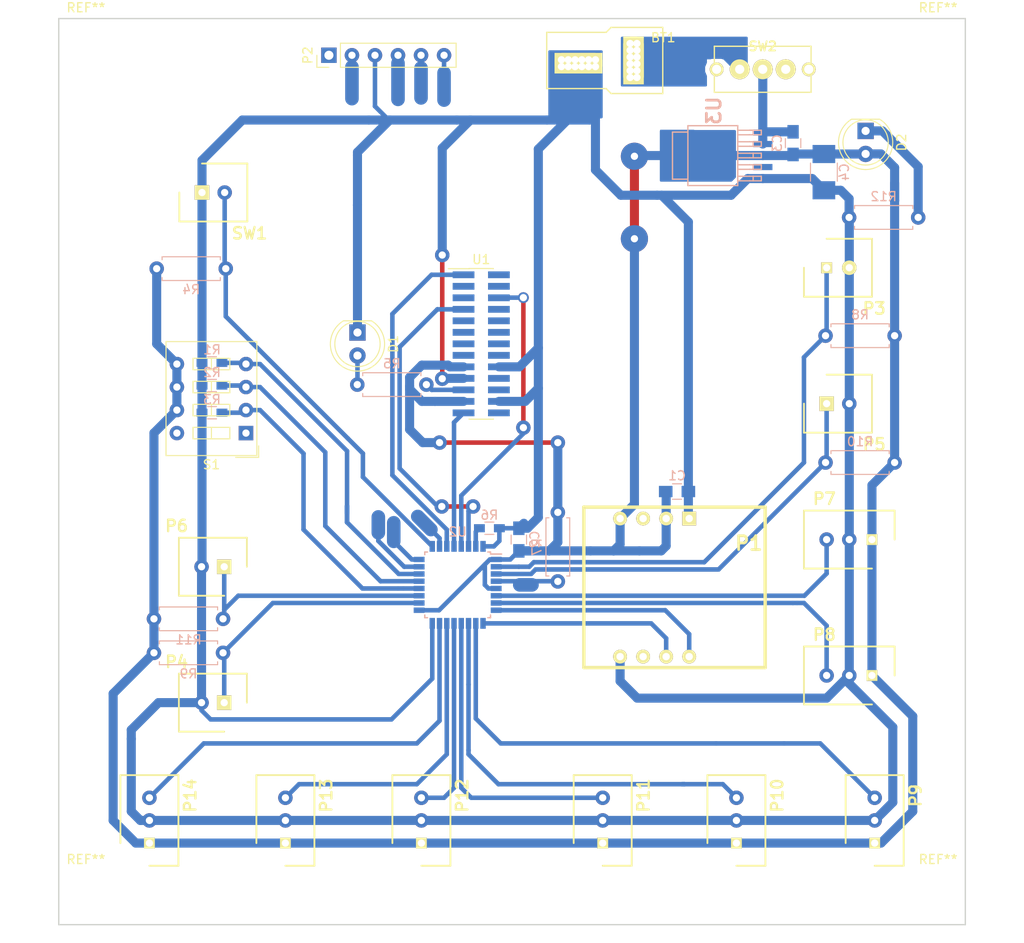
<source format=kicad_pcb>
(kicad_pcb (version 4) (host pcbnew 4.0.6)

  (general
    (links 126)
    (no_connects 4)
    (area 43.492857 67.875 156.507143 172.225)
    (thickness 1.6)
    (drawings 9)
    (tracks 362)
    (zones 0)
    (modules 43)
    (nets 58)
  )

  (page A4)
  (layers
    (0 F.Cu signal)
    (31 B.Cu signal)
    (32 B.Adhes user)
    (33 F.Adhes user)
    (34 B.Paste user)
    (35 F.Paste user)
    (36 B.SilkS user)
    (37 F.SilkS user)
    (38 B.Mask user)
    (39 F.Mask user)
    (40 Dwgs.User user)
    (41 Cmts.User user)
    (42 Eco1.User user)
    (43 Eco2.User user)
    (44 Edge.Cuts user)
    (45 Margin user)
    (46 B.CrtYd user)
    (47 F.CrtYd user)
    (48 B.Fab user)
    (49 F.Fab user)
  )

  (setup
    (last_trace_width 1.5)
    (user_trace_width 0.4)
    (user_trace_width 1)
    (user_trace_width 1.5)
    (trace_clearance 0.15)
    (zone_clearance 0.508)
    (zone_45_only no)
    (trace_min 0.2)
    (segment_width 0.2)
    (edge_width 0.15)
    (via_size 1.6)
    (via_drill 0.8)
    (via_min_size 0.4)
    (via_min_drill 0.3)
    (user_via 2 0.8)
    (user_via 3 0.8)
    (uvia_size 1)
    (uvia_drill 0.8)
    (uvias_allowed no)
    (uvia_min_size 0.2)
    (uvia_min_drill 0.1)
    (pcb_text_width 0.3)
    (pcb_text_size 1.5 1.5)
    (mod_edge_width 0.15)
    (mod_text_size 1 1)
    (mod_text_width 0.15)
    (pad_size 1.6 1.6)
    (pad_drill 0.8)
    (pad_to_mask_clearance 0.2)
    (aux_axis_origin 0 0)
    (visible_elements 7FFFF7FF)
    (pcbplotparams
      (layerselection 0x01000_80000000)
      (usegerberextensions false)
      (excludeedgelayer true)
      (linewidth 0.100000)
      (plotframeref false)
      (viasonmask false)
      (mode 1)
      (useauxorigin false)
      (hpglpennumber 1)
      (hpglpenspeed 20)
      (hpglpendiameter 15)
      (hpglpenoverlay 2)
      (psnegative false)
      (psa4output false)
      (plotreference true)
      (plotvalue true)
      (plotinvisibletext false)
      (padsonsilk false)
      (subtractmaskfromsilk false)
      (outputformat 1)
      (mirror false)
      (drillshape 0)
      (scaleselection 1)
      (outputdirectory gbr/))
  )

  (net 0 "")
  (net 1 "Net-(BT1-Pad1)")
  (net 2 GND)
  (net 3 +3V3)
  (net 4 +7.4V)
  (net 5 "Net-(D1-Pad2)")
  (net 6 /Wall)
  (net 7 /CW)
  (net 8 /Enable)
  (net 9 /CCW)
  (net 10 /Joy_X)
  (net 11 /Joy_Y)
  (net 12 /LeftU)
  (net 13 /LeftV)
  (net 14 /LeftW)
  (net 15 /RightV)
  (net 16 /RightW)
  (net 17 /RightU)
  (net 18 /SWCLK)
  (net 19 /SWDIO)
  (net 20 /NRST)
  (net 21 /SWO)
  (net 22 "Net-(R4-Pad2)")
  (net 23 /DSW_B0)
  (net 24 /DSW_B1)
  (net 25 /DSW_B2)
  (net 26 "Net-(S1-Pad1)")
  (net 27 "Net-(S1-Pad8)")
  (net 28 /315MHz_RXD)
  (net 29 /315MHz_TXD)
  (net 30 /busy)
  (net 31 /reset315)
  (net 32 "Net-(U3-Pad4)")
  (net 33 "Net-(SW2-Pad3)")
  (net 34 "Net-(P2-Pad1)")
  (net 35 "Net-(R6-Pad2)")
  (net 36 "Net-(U1-Pad2)")
  (net 37 "Net-(U1-Pad3)")
  (net 38 "Net-(U1-Pad4)")
  (net 39 "Net-(U1-Pad5)")
  (net 40 "Net-(U1-Pad8)")
  (net 41 "Net-(U1-Pad9)")
  (net 42 "Net-(U1-Pad10)")
  (net 43 "Net-(U1-Pad11)")
  (net 44 "Net-(U1-Pad12)")
  (net 45 "Net-(U1-Pad13)")
  (net 46 "Net-(U1-Pad14)")
  (net 47 "Net-(U1-Pad15)")
  (net 48 "Net-(U1-Pad16)")
  (net 49 "Net-(U1-Pad20)")
  (net 50 "Net-(U1-Pad22)")
  (net 51 "Net-(U1-Pad26)")
  (net 52 "Net-(P1-Pad6)")
  (net 53 /Blutooth_TXD)
  (net 54 /Blutooth_RXD)
  (net 55 "Net-(P1-Pad3)")
  (net 56 "Net-(D2-Pad1)")
  (net 57 "Net-(R5-Pad1)")

  (net_class Default "これは標準のネット クラスです。"
    (clearance 0.15)
    (trace_width 0.5)
    (via_dia 1.6)
    (via_drill 0.8)
    (uvia_dia 1)
    (uvia_drill 0.8)
    (add_net +3V3)
    (add_net +7.4V)
    (add_net /315MHz_RXD)
    (add_net /315MHz_TXD)
    (add_net /Blutooth_RXD)
    (add_net /Blutooth_TXD)
    (add_net /CCW)
    (add_net /CW)
    (add_net /DSW_B0)
    (add_net /DSW_B1)
    (add_net /DSW_B2)
    (add_net /Enable)
    (add_net /Joy_X)
    (add_net /Joy_Y)
    (add_net /LeftU)
    (add_net /LeftV)
    (add_net /LeftW)
    (add_net /NRST)
    (add_net /RightU)
    (add_net /RightV)
    (add_net /RightW)
    (add_net /SWCLK)
    (add_net /SWDIO)
    (add_net /SWO)
    (add_net /Wall)
    (add_net /busy)
    (add_net /reset315)
    (add_net GND)
    (add_net "Net-(BT1-Pad1)")
    (add_net "Net-(D1-Pad2)")
    (add_net "Net-(D2-Pad1)")
    (add_net "Net-(P1-Pad3)")
    (add_net "Net-(P1-Pad6)")
    (add_net "Net-(P2-Pad1)")
    (add_net "Net-(R4-Pad2)")
    (add_net "Net-(R5-Pad1)")
    (add_net "Net-(R6-Pad2)")
    (add_net "Net-(S1-Pad1)")
    (add_net "Net-(S1-Pad8)")
    (add_net "Net-(SW2-Pad3)")
    (add_net "Net-(U1-Pad10)")
    (add_net "Net-(U1-Pad11)")
    (add_net "Net-(U1-Pad12)")
    (add_net "Net-(U1-Pad13)")
    (add_net "Net-(U1-Pad14)")
    (add_net "Net-(U1-Pad15)")
    (add_net "Net-(U1-Pad16)")
    (add_net "Net-(U1-Pad2)")
    (add_net "Net-(U1-Pad20)")
    (add_net "Net-(U1-Pad22)")
    (add_net "Net-(U1-Pad26)")
    (add_net "Net-(U1-Pad3)")
    (add_net "Net-(U1-Pad4)")
    (add_net "Net-(U1-Pad5)")
    (add_net "Net-(U1-Pad8)")
    (add_net "Net-(U1-Pad9)")
    (add_net "Net-(U3-Pad4)")
  )

  (module Housings_QFP:LQFP-32_7x7mm_Pitch0.8mm (layer B.Cu) (tedit 54130A77) (tstamp 59423090)
    (at 94 132.5 180)
    (descr "LQFP32: plastic low profile quad flat package; 32 leads; body 7 x 7 x 1.4 mm (see NXP sot358-1_po.pdf and sot358-1_fr.pdf)")
    (tags "QFP 0.8")
    (path /5936B864)
    (attr smd)
    (fp_text reference U2 (at 0 5.85 180) (layer B.SilkS)
      (effects (font (size 1 1) (thickness 0.15)) (justify mirror))
    )
    (fp_text value STM32F042 (at 0 -5.85 180) (layer B.Fab)
      (effects (font (size 1 1) (thickness 0.15)) (justify mirror))
    )
    (fp_text user %R (at 0 0 180) (layer B.Fab)
      (effects (font (size 1 1) (thickness 0.15)) (justify mirror))
    )
    (fp_line (start -2.5 3.5) (end 3.5 3.5) (layer B.Fab) (width 0.15))
    (fp_line (start 3.5 3.5) (end 3.5 -3.5) (layer B.Fab) (width 0.15))
    (fp_line (start 3.5 -3.5) (end -3.5 -3.5) (layer B.Fab) (width 0.15))
    (fp_line (start -3.5 -3.5) (end -3.5 2.5) (layer B.Fab) (width 0.15))
    (fp_line (start -3.5 2.5) (end -2.5 3.5) (layer B.Fab) (width 0.15))
    (fp_line (start -5.1 5.1) (end -5.1 -5.1) (layer B.CrtYd) (width 0.05))
    (fp_line (start 5.1 5.1) (end 5.1 -5.1) (layer B.CrtYd) (width 0.05))
    (fp_line (start -5.1 5.1) (end 5.1 5.1) (layer B.CrtYd) (width 0.05))
    (fp_line (start -5.1 -5.1) (end 5.1 -5.1) (layer B.CrtYd) (width 0.05))
    (fp_line (start -3.625 3.625) (end -3.625 3.4) (layer B.SilkS) (width 0.15))
    (fp_line (start 3.625 3.625) (end 3.625 3.325) (layer B.SilkS) (width 0.15))
    (fp_line (start 3.625 -3.625) (end 3.625 -3.325) (layer B.SilkS) (width 0.15))
    (fp_line (start -3.625 -3.625) (end -3.625 -3.325) (layer B.SilkS) (width 0.15))
    (fp_line (start -3.625 3.625) (end -3.325 3.625) (layer B.SilkS) (width 0.15))
    (fp_line (start -3.625 -3.625) (end -3.325 -3.625) (layer B.SilkS) (width 0.15))
    (fp_line (start 3.625 -3.625) (end 3.325 -3.625) (layer B.SilkS) (width 0.15))
    (fp_line (start 3.625 3.625) (end 3.325 3.625) (layer B.SilkS) (width 0.15))
    (fp_line (start -3.625 3.4) (end -4.85 3.4) (layer B.SilkS) (width 0.15))
    (pad 1 smd rect (at -4.25 2.8 180) (size 1.2 0.6) (layers B.Cu B.Paste B.Mask)
      (net 3 +3V3))
    (pad 2 smd rect (at -4.25 2 180) (size 1.2 0.6) (layers B.Cu B.Paste B.Mask)
      (net 6 /Wall))
    (pad 3 smd rect (at -4.25 1.2 180) (size 1.2 0.6) (layers B.Cu B.Paste B.Mask)
      (net 8 /Enable))
    (pad 4 smd rect (at -4.25 0.4 180) (size 1.2 0.6) (layers B.Cu B.Paste B.Mask)
      (net 20 /NRST))
    (pad 5 smd rect (at -4.25 -0.4 180) (size 1.2 0.6) (layers B.Cu B.Paste B.Mask)
      (net 3 +3V3))
    (pad 6 smd rect (at -4.25 -1.2 180) (size 1.2 0.6) (layers B.Cu B.Paste B.Mask)
      (net 10 /Joy_X))
    (pad 7 smd rect (at -4.25 -2 180) (size 1.2 0.6) (layers B.Cu B.Paste B.Mask)
      (net 11 /Joy_Y))
    (pad 8 smd rect (at -4.25 -2.8 180) (size 1.2 0.6) (layers B.Cu B.Paste B.Mask)
      (net 54 /Blutooth_RXD))
    (pad 9 smd rect (at -2.8 -4.25 90) (size 1.2 0.6) (layers B.Cu B.Paste B.Mask)
      (net 53 /Blutooth_TXD))
    (pad 10 smd rect (at -2 -4.25 90) (size 1.2 0.6) (layers B.Cu B.Paste B.Mask)
      (net 12 /LeftU))
    (pad 11 smd rect (at -1.2 -4.25 90) (size 1.2 0.6) (layers B.Cu B.Paste B.Mask)
      (net 13 /LeftV))
    (pad 12 smd rect (at -0.4 -4.25 90) (size 1.2 0.6) (layers B.Cu B.Paste B.Mask)
      (net 14 /LeftW))
    (pad 13 smd rect (at 0.4 -4.25 90) (size 1.2 0.6) (layers B.Cu B.Paste B.Mask)
      (net 17 /RightU))
    (pad 14 smd rect (at 1.2 -4.25 90) (size 1.2 0.6) (layers B.Cu B.Paste B.Mask)
      (net 15 /RightV))
    (pad 15 smd rect (at 2 -4.25 90) (size 1.2 0.6) (layers B.Cu B.Paste B.Mask)
      (net 16 /RightW))
    (pad 16 smd rect (at 2.8 -4.25 90) (size 1.2 0.6) (layers B.Cu B.Paste B.Mask)
      (net 2 GND))
    (pad 17 smd rect (at 4.25 -2.8 180) (size 1.2 0.6) (layers B.Cu B.Paste B.Mask)
      (net 3 +3V3))
    (pad 18 smd rect (at 4.25 -2 180) (size 1.2 0.6) (layers B.Cu B.Paste B.Mask)
      (net 7 /CW))
    (pad 19 smd rect (at 4.25 -1.2 180) (size 1.2 0.6) (layers B.Cu B.Paste B.Mask)
      (net 9 /CCW))
    (pad 20 smd rect (at 4.25 -0.4 180) (size 1.2 0.6) (layers B.Cu B.Paste B.Mask)
      (net 23 /DSW_B0))
    (pad 21 smd rect (at 4.25 0.4 180) (size 1.2 0.6) (layers B.Cu B.Paste B.Mask)
      (net 24 /DSW_B1))
    (pad 22 smd rect (at 4.25 1.2 180) (size 1.2 0.6) (layers B.Cu B.Paste B.Mask)
      (net 25 /DSW_B2))
    (pad 23 smd rect (at 4.25 2 180) (size 1.2 0.6) (layers B.Cu B.Paste B.Mask)
      (net 19 /SWDIO))
    (pad 24 smd rect (at 4.25 2.8 180) (size 1.2 0.6) (layers B.Cu B.Paste B.Mask)
      (net 18 /SWCLK))
    (pad 25 smd rect (at 2.8 4.25 90) (size 1.2 0.6) (layers B.Cu B.Paste B.Mask)
      (net 22 "Net-(R4-Pad2)"))
    (pad 26 smd rect (at 2 4.25 90) (size 1.2 0.6) (layers B.Cu B.Paste B.Mask)
      (net 21 /SWO))
    (pad 27 smd rect (at 1.2 4.25 90) (size 1.2 0.6) (layers B.Cu B.Paste B.Mask)
      (net 30 /busy))
    (pad 28 smd rect (at 0.4 4.25 90) (size 1.2 0.6) (layers B.Cu B.Paste B.Mask)
      (net 31 /reset315))
    (pad 29 smd rect (at -0.4 4.25 90) (size 1.2 0.6) (layers B.Cu B.Paste B.Mask)
      (net 28 /315MHz_RXD))
    (pad 30 smd rect (at -1.2 4.25 90) (size 1.2 0.6) (layers B.Cu B.Paste B.Mask)
      (net 29 /315MHz_TXD))
    (pad 31 smd rect (at -2 4.25 90) (size 1.2 0.6) (layers B.Cu B.Paste B.Mask)
      (net 35 "Net-(R6-Pad2)"))
    (pad 32 smd rect (at -2.8 4.25 90) (size 1.2 0.6) (layers B.Cu B.Paste B.Mask)
      (net 2 GND))
    (model Housings_QFP.3dshapes/LQFP-32_7x7mm_Pitch0.8mm.wrl
      (at (xyz 0 0 0))
      (scale (xyz 1 1 1))
      (rotate (xyz 0 0 0))
    )
  )

  (module Pin_Headers:Pin_Header_Straight_2x13_Pitch1.27mm_SMD (layer F.Cu) (tedit 59463D89) (tstamp 594364CE)
    (at 96.6 105.9)
    (descr "surface-mounted straight pin header, 2x13, 1.27mm pitch, double rows")
    (tags "Surface mounted pin header SMD 2x13 1.27mm double row")
    (path /59414DD7)
    (attr smd)
    (fp_text reference U1 (at 0 -9.315) (layer F.SilkS)
      (effects (font (size 1 1) (thickness 0.15)))
    )
    (fp_text value IM315TRX (at 0 9.315) (layer F.Fab)
      (effects (font (size 1 1) (thickness 0.15)))
    )
    (fp_line (start -1.27 -8.255) (end -1.27 8.255) (layer F.Fab) (width 0.1))
    (fp_line (start -1.27 8.255) (end 1.27 8.255) (layer F.Fab) (width 0.1))
    (fp_line (start 1.27 8.255) (end 1.27 -8.255) (layer F.Fab) (width 0.1))
    (fp_line (start 1.27 -8.255) (end -1.27 -8.255) (layer F.Fab) (width 0.1))
    (fp_line (start -1.27 -7.82) (end -1.27 -7.42) (layer F.Fab) (width 0.1))
    (fp_line (start -1.27 -7.42) (end -2.555 -7.42) (layer F.Fab) (width 0.1))
    (fp_line (start -2.555 -7.42) (end -2.555 -7.82) (layer F.Fab) (width 0.1))
    (fp_line (start -2.555 -7.82) (end -1.27 -7.82) (layer F.Fab) (width 0.1))
    (fp_line (start 1.27 -7.82) (end 1.27 -7.42) (layer F.Fab) (width 0.1))
    (fp_line (start 1.27 -7.42) (end 2.555 -7.42) (layer F.Fab) (width 0.1))
    (fp_line (start 2.555 -7.42) (end 2.555 -7.82) (layer F.Fab) (width 0.1))
    (fp_line (start 2.555 -7.82) (end 1.27 -7.82) (layer F.Fab) (width 0.1))
    (fp_line (start -1.27 -6.55) (end -1.27 -6.15) (layer F.Fab) (width 0.1))
    (fp_line (start -1.27 -6.15) (end -2.555 -6.15) (layer F.Fab) (width 0.1))
    (fp_line (start -2.555 -6.15) (end -2.555 -6.55) (layer F.Fab) (width 0.1))
    (fp_line (start -2.555 -6.55) (end -1.27 -6.55) (layer F.Fab) (width 0.1))
    (fp_line (start 1.27 -6.55) (end 1.27 -6.15) (layer F.Fab) (width 0.1))
    (fp_line (start 1.27 -6.15) (end 2.555 -6.15) (layer F.Fab) (width 0.1))
    (fp_line (start 2.555 -6.15) (end 2.555 -6.55) (layer F.Fab) (width 0.1))
    (fp_line (start 2.555 -6.55) (end 1.27 -6.55) (layer F.Fab) (width 0.1))
    (fp_line (start -1.27 -5.28) (end -1.27 -4.88) (layer F.Fab) (width 0.1))
    (fp_line (start -1.27 -4.88) (end -2.555 -4.88) (layer F.Fab) (width 0.1))
    (fp_line (start -2.555 -4.88) (end -2.555 -5.28) (layer F.Fab) (width 0.1))
    (fp_line (start -2.555 -5.28) (end -1.27 -5.28) (layer F.Fab) (width 0.1))
    (fp_line (start 1.27 -5.28) (end 1.27 -4.88) (layer F.Fab) (width 0.1))
    (fp_line (start 1.27 -4.88) (end 2.555 -4.88) (layer F.Fab) (width 0.1))
    (fp_line (start 2.555 -4.88) (end 2.555 -5.28) (layer F.Fab) (width 0.1))
    (fp_line (start 2.555 -5.28) (end 1.27 -5.28) (layer F.Fab) (width 0.1))
    (fp_line (start -1.27 -4.01) (end -1.27 -3.61) (layer F.Fab) (width 0.1))
    (fp_line (start -1.27 -3.61) (end -2.555 -3.61) (layer F.Fab) (width 0.1))
    (fp_line (start -2.555 -3.61) (end -2.555 -4.01) (layer F.Fab) (width 0.1))
    (fp_line (start -2.555 -4.01) (end -1.27 -4.01) (layer F.Fab) (width 0.1))
    (fp_line (start 1.27 -4.01) (end 1.27 -3.61) (layer F.Fab) (width 0.1))
    (fp_line (start 1.27 -3.61) (end 2.555 -3.61) (layer F.Fab) (width 0.1))
    (fp_line (start 2.555 -3.61) (end 2.555 -4.01) (layer F.Fab) (width 0.1))
    (fp_line (start 2.555 -4.01) (end 1.27 -4.01) (layer F.Fab) (width 0.1))
    (fp_line (start -1.27 -2.74) (end -1.27 -2.34) (layer F.Fab) (width 0.1))
    (fp_line (start -1.27 -2.34) (end -2.555 -2.34) (layer F.Fab) (width 0.1))
    (fp_line (start -2.555 -2.34) (end -2.555 -2.74) (layer F.Fab) (width 0.1))
    (fp_line (start -2.555 -2.74) (end -1.27 -2.74) (layer F.Fab) (width 0.1))
    (fp_line (start 1.27 -2.74) (end 1.27 -2.34) (layer F.Fab) (width 0.1))
    (fp_line (start 1.27 -2.34) (end 2.555 -2.34) (layer F.Fab) (width 0.1))
    (fp_line (start 2.555 -2.34) (end 2.555 -2.74) (layer F.Fab) (width 0.1))
    (fp_line (start 2.555 -2.74) (end 1.27 -2.74) (layer F.Fab) (width 0.1))
    (fp_line (start -1.27 -1.47) (end -1.27 -1.07) (layer F.Fab) (width 0.1))
    (fp_line (start -1.27 -1.07) (end -2.555 -1.07) (layer F.Fab) (width 0.1))
    (fp_line (start -2.555 -1.07) (end -2.555 -1.47) (layer F.Fab) (width 0.1))
    (fp_line (start -2.555 -1.47) (end -1.27 -1.47) (layer F.Fab) (width 0.1))
    (fp_line (start 1.27 -1.47) (end 1.27 -1.07) (layer F.Fab) (width 0.1))
    (fp_line (start 1.27 -1.07) (end 2.555 -1.07) (layer F.Fab) (width 0.1))
    (fp_line (start 2.555 -1.07) (end 2.555 -1.47) (layer F.Fab) (width 0.1))
    (fp_line (start 2.555 -1.47) (end 1.27 -1.47) (layer F.Fab) (width 0.1))
    (fp_line (start -1.27 -0.2) (end -1.27 0.2) (layer F.Fab) (width 0.1))
    (fp_line (start -1.27 0.2) (end -2.555 0.2) (layer F.Fab) (width 0.1))
    (fp_line (start -2.555 0.2) (end -2.555 -0.2) (layer F.Fab) (width 0.1))
    (fp_line (start -2.555 -0.2) (end -1.27 -0.2) (layer F.Fab) (width 0.1))
    (fp_line (start 1.27 -0.2) (end 1.27 0.2) (layer F.Fab) (width 0.1))
    (fp_line (start 1.27 0.2) (end 2.555 0.2) (layer F.Fab) (width 0.1))
    (fp_line (start 2.555 0.2) (end 2.555 -0.2) (layer F.Fab) (width 0.1))
    (fp_line (start 2.555 -0.2) (end 1.27 -0.2) (layer F.Fab) (width 0.1))
    (fp_line (start -1.27 1.07) (end -1.27 1.47) (layer F.Fab) (width 0.1))
    (fp_line (start -1.27 1.47) (end -2.555 1.47) (layer F.Fab) (width 0.1))
    (fp_line (start -2.555 1.47) (end -2.555 1.07) (layer F.Fab) (width 0.1))
    (fp_line (start -2.555 1.07) (end -1.27 1.07) (layer F.Fab) (width 0.1))
    (fp_line (start 1.27 1.07) (end 1.27 1.47) (layer F.Fab) (width 0.1))
    (fp_line (start 1.27 1.47) (end 2.555 1.47) (layer F.Fab) (width 0.1))
    (fp_line (start 2.555 1.47) (end 2.555 1.07) (layer F.Fab) (width 0.1))
    (fp_line (start 2.555 1.07) (end 1.27 1.07) (layer F.Fab) (width 0.1))
    (fp_line (start -1.27 2.34) (end -1.27 2.74) (layer F.Fab) (width 0.1))
    (fp_line (start -1.27 2.74) (end -2.555 2.74) (layer F.Fab) (width 0.1))
    (fp_line (start -2.555 2.74) (end -2.555 2.34) (layer F.Fab) (width 0.1))
    (fp_line (start -2.555 2.34) (end -1.27 2.34) (layer F.Fab) (width 0.1))
    (fp_line (start 1.27 2.34) (end 1.27 2.74) (layer F.Fab) (width 0.1))
    (fp_line (start 1.27 2.74) (end 2.555 2.74) (layer F.Fab) (width 0.1))
    (fp_line (start 2.555 2.74) (end 2.555 2.34) (layer F.Fab) (width 0.1))
    (fp_line (start 2.555 2.34) (end 1.27 2.34) (layer F.Fab) (width 0.1))
    (fp_line (start -1.27 3.61) (end -1.27 4.01) (layer F.Fab) (width 0.1))
    (fp_line (start -1.27 4.01) (end -2.555 4.01) (layer F.Fab) (width 0.1))
    (fp_line (start -2.555 4.01) (end -2.555 3.61) (layer F.Fab) (width 0.1))
    (fp_line (start -2.555 3.61) (end -1.27 3.61) (layer F.Fab) (width 0.1))
    (fp_line (start 1.27 3.61) (end 1.27 4.01) (layer F.Fab) (width 0.1))
    (fp_line (start 1.27 4.01) (end 2.555 4.01) (layer F.Fab) (width 0.1))
    (fp_line (start 2.555 4.01) (end 2.555 3.61) (layer F.Fab) (width 0.1))
    (fp_line (start 2.555 3.61) (end 1.27 3.61) (layer F.Fab) (width 0.1))
    (fp_line (start -1.27 4.88) (end -1.27 5.28) (layer F.Fab) (width 0.1))
    (fp_line (start -1.27 5.28) (end -2.555 5.28) (layer F.Fab) (width 0.1))
    (fp_line (start -2.555 5.28) (end -2.555 4.88) (layer F.Fab) (width 0.1))
    (fp_line (start -2.555 4.88) (end -1.27 4.88) (layer F.Fab) (width 0.1))
    (fp_line (start 1.27 4.88) (end 1.27 5.28) (layer F.Fab) (width 0.1))
    (fp_line (start 1.27 5.28) (end 2.555 5.28) (layer F.Fab) (width 0.1))
    (fp_line (start 2.555 5.28) (end 2.555 4.88) (layer F.Fab) (width 0.1))
    (fp_line (start 2.555 4.88) (end 1.27 4.88) (layer F.Fab) (width 0.1))
    (fp_line (start -1.27 6.15) (end -1.27 6.55) (layer F.Fab) (width 0.1))
    (fp_line (start -1.27 6.55) (end -2.555 6.55) (layer F.Fab) (width 0.1))
    (fp_line (start -2.555 6.55) (end -2.555 6.15) (layer F.Fab) (width 0.1))
    (fp_line (start -2.555 6.15) (end -1.27 6.15) (layer F.Fab) (width 0.1))
    (fp_line (start 1.27 6.15) (end 1.27 6.55) (layer F.Fab) (width 0.1))
    (fp_line (start 1.27 6.55) (end 2.555 6.55) (layer F.Fab) (width 0.1))
    (fp_line (start 2.555 6.55) (end 2.555 6.15) (layer F.Fab) (width 0.1))
    (fp_line (start 2.555 6.15) (end 1.27 6.15) (layer F.Fab) (width 0.1))
    (fp_line (start -1.27 7.42) (end -1.27 7.82) (layer F.Fab) (width 0.1))
    (fp_line (start -1.27 7.82) (end -2.555 7.82) (layer F.Fab) (width 0.1))
    (fp_line (start -2.555 7.82) (end -2.555 7.42) (layer F.Fab) (width 0.1))
    (fp_line (start -2.555 7.42) (end -1.27 7.42) (layer F.Fab) (width 0.1))
    (fp_line (start 1.27 7.42) (end 1.27 7.82) (layer F.Fab) (width 0.1))
    (fp_line (start 1.27 7.82) (end 2.555 7.82) (layer F.Fab) (width 0.1))
    (fp_line (start 2.555 7.82) (end 2.555 7.42) (layer F.Fab) (width 0.1))
    (fp_line (start 2.555 7.42) (end 1.27 7.42) (layer F.Fab) (width 0.1))
    (fp_line (start -1.33 -8.295) (end -1.33 -8.315) (layer F.SilkS) (width 0.12))
    (fp_line (start -1.33 -8.315) (end 1.33 -8.315) (layer F.SilkS) (width 0.12))
    (fp_line (start 1.33 -8.315) (end 1.33 -8.295) (layer F.SilkS) (width 0.12))
    (fp_line (start -1.33 8.295) (end -1.33 8.315) (layer F.SilkS) (width 0.12))
    (fp_line (start -1.33 8.315) (end 1.33 8.315) (layer F.SilkS) (width 0.12))
    (fp_line (start 1.33 8.315) (end 1.33 8.295) (layer F.SilkS) (width 0.12))
    (fp_line (start -3.635 -8.295) (end -1.33 -8.295) (layer F.SilkS) (width 0.12))
    (fp_line (start -4.15 -8.8) (end -4.15 8.8) (layer F.CrtYd) (width 0.05))
    (fp_line (start -4.15 8.8) (end 4.15 8.8) (layer F.CrtYd) (width 0.05))
    (fp_line (start 4.15 8.8) (end 4.15 -8.8) (layer F.CrtYd) (width 0.05))
    (fp_line (start 4.15 -8.8) (end -4.15 -8.8) (layer F.CrtYd) (width 0.05))
    (fp_text user %R (at 0 -9.315) (layer F.Fab)
      (effects (font (size 1 1) (thickness 0.15)))
    )
    (pad 1 smd rect (at -1.95 -7.62) (size 2.4 0.75) (layers B.Cu F.Paste F.Mask)
      (net 30 /busy))
    (pad 2 smd rect (at 1.95 -7.62) (size 2.4 0.75) (layers B.Cu F.Paste F.Mask)
      (net 36 "Net-(U1-Pad2)"))
    (pad 3 smd rect (at -1.95 -6.35) (size 2.4 0.75) (layers B.Cu F.Paste F.Mask)
      (net 37 "Net-(U1-Pad3)"))
    (pad 4 smd rect (at 1.95 -6.35) (size 2.4 0.75) (layers B.Cu F.Paste F.Mask)
      (net 38 "Net-(U1-Pad4)"))
    (pad 5 smd rect (at -1.95 -5.08) (size 2.4 0.75) (layers B.Cu F.Paste F.Mask)
      (net 39 "Net-(U1-Pad5)"))
    (pad 6 smd rect (at 1.95 -5.08) (size 2.4 0.75) (layers B.Cu F.Paste F.Mask)
      (net 28 /315MHz_RXD))
    (pad 7 smd rect (at -1.95 -3.81) (size 2.4 0.75) (layers B.Cu F.Paste F.Mask)
      (net 29 /315MHz_TXD))
    (pad 8 smd rect (at 1.95 -3.81) (size 2.4 0.75) (layers B.Cu F.Paste F.Mask)
      (net 40 "Net-(U1-Pad8)"))
    (pad 9 smd rect (at -1.95 -2.54) (size 2.4 0.75) (layers B.Cu F.Paste F.Mask)
      (net 41 "Net-(U1-Pad9)"))
    (pad 10 smd rect (at 1.95 -2.54) (size 2.4 0.75) (layers B.Cu F.Paste F.Mask)
      (net 42 "Net-(U1-Pad10)"))
    (pad 11 smd rect (at -1.95 -1.27) (size 2.4 0.75) (layers B.Cu F.Paste F.Mask)
      (net 43 "Net-(U1-Pad11)"))
    (pad 12 smd rect (at 1.95 -1.27) (size 2.4 0.75) (layers B.Cu F.Paste F.Mask)
      (net 44 "Net-(U1-Pad12)"))
    (pad 13 smd rect (at -1.95 0) (size 2.4 0.75) (layers B.Cu F.Paste F.Mask)
      (net 45 "Net-(U1-Pad13)"))
    (pad 14 smd rect (at 1.95 0) (size 2.4 0.75) (layers B.Cu F.Paste F.Mask)
      (net 46 "Net-(U1-Pad14)"))
    (pad 15 smd rect (at -1.95 1.27) (size 2.4 0.75) (layers B.Cu F.Paste F.Mask)
      (net 47 "Net-(U1-Pad15)"))
    (pad 16 smd rect (at 1.95 1.27) (size 2.4 0.75) (layers B.Cu F.Paste F.Mask)
      (net 48 "Net-(U1-Pad16)"))
    (pad 17 smd rect (at -1.95 2.54) (size 2.4 0.75) (layers B.Cu F.Paste F.Mask)
      (net 3 +3V3))
    (pad 18 smd rect (at 1.95 2.54) (size 2.4 0.75) (layers B.Cu F.Paste F.Mask)
      (net 2 GND))
    (pad 19 smd rect (at -1.95 3.81) (size 2.4 0.75) (layers B.Cu F.Paste F.Mask)
      (net 2 GND))
    (pad 20 smd rect (at 1.95 3.81) (size 2.4 0.75) (layers B.Cu F.Paste F.Mask)
      (net 49 "Net-(U1-Pad20)"))
    (pad 21 smd rect (at -1.95 5.08) (size 2.4 0.75) (layers B.Cu F.Paste F.Mask)
      (net 57 "Net-(R5-Pad1)"))
    (pad 22 smd rect (at 1.95 5.08) (size 2.4 0.75) (layers B.Cu F.Paste F.Mask)
      (net 50 "Net-(U1-Pad22)"))
    (pad 23 smd rect (at -1.95 6.35) (size 2.4 0.75) (layers B.Cu F.Paste F.Mask)
      (net 3 +3V3))
    (pad 24 smd rect (at 1.95 6.35) (size 2.4 0.75) (layers B.Cu F.Paste F.Mask)
      (net 2 GND))
    (pad 25 smd rect (at -1.95 7.62) (size 2.4 0.75) (layers B.Cu F.Paste F.Mask)
      (net 31 /reset315))
    (pad 26 smd rect (at 1.95 7.62) (size 2.4 0.75) (layers B.Cu F.Paste F.Mask)
      (net 51 "Net-(U1-Pad26)"))
    (model ${KISYS3DMOD}/Pin_Headers.3dshapes/Pin_Header_Straight_2x13_Pitch1.27mm_SMD.wrl
      (at (xyz 0 0 0))
      (scale (xyz 1 1 1))
      (rotate (xyz 0 0 0))
    )
  )

  (module YASU:XT_Mdot (layer F.Cu) (tedit 57D60AB2) (tstamp 5940F97D)
    (at 113.425 74.625 180)
    (path /59423E1E)
    (fp_text reference BT1 (at -3.25 2.525 180) (layer F.SilkS)
      (effects (font (size 1 1) (thickness 0.15)))
    )
    (fp_text value Battery_Cell (at -3.275 -2.575 180) (layer F.Fab)
      (effects (font (size 1 1) (thickness 0.15)))
    )
    (fp_line (start -3.2 -3.65) (end -3.2 3.65) (layer F.SilkS) (width 0.15))
    (fp_line (start -3.2 3.65) (end 2.5 3.65) (layer F.SilkS) (width 0.15))
    (fp_line (start 2.5 3.65) (end 3.05 3.1) (layer F.SilkS) (width 0.15))
    (fp_line (start 3.05 3.1) (end 9.6 3.1) (layer F.SilkS) (width 0.15))
    (fp_line (start 9.6 3.1) (end 9.6 -3.1) (layer F.SilkS) (width 0.15))
    (fp_line (start 9.6 -3.1) (end 3.05 -3.1) (layer F.SilkS) (width 0.15))
    (fp_line (start 3.05 -3.1) (end 2.5 -3.65) (layer F.SilkS) (width 0.15))
    (fp_line (start 2.5 -3.65) (end -3.2 -3.65) (layer F.SilkS) (width 0.15))
    (pad 1 thru_hole rect (at -0.35 -1.875 180) (size 1.524 1.524) (drill 0.8) (layers *.Cu *.Mask F.SilkS)
      (net 1 "Net-(BT1-Pad1)"))
    (pad 1 thru_hole rect (at 0.4 -1.875 180) (size 1.524 1.524) (drill 0.8) (layers *.Cu *.Mask F.SilkS)
      (net 1 "Net-(BT1-Pad1)"))
    (pad 1 thru_hole rect (at -0.35 -1.125 180) (size 1.524 1.524) (drill 0.8) (layers *.Cu *.Mask F.SilkS)
      (net 1 "Net-(BT1-Pad1)"))
    (pad 1 thru_hole rect (at 0.4 -1.125 180) (size 1.524 1.524) (drill 0.8) (layers *.Cu *.Mask F.SilkS)
      (net 1 "Net-(BT1-Pad1)"))
    (pad 1 thru_hole rect (at -0.35 -0.375 180) (size 1.524 1.524) (drill 0.8) (layers *.Cu *.Mask F.SilkS)
      (net 1 "Net-(BT1-Pad1)"))
    (pad 1 thru_hole rect (at 0.4 -0.375 180) (size 1.524 1.524) (drill 0.8) (layers *.Cu *.Mask F.SilkS)
      (net 1 "Net-(BT1-Pad1)"))
    (pad 1 thru_hole rect (at -0.35 0.375 180) (size 1.524 1.524) (drill 0.8) (layers *.Cu *.Mask F.SilkS)
      (net 1 "Net-(BT1-Pad1)"))
    (pad 1 thru_hole rect (at 0.4 0.375 180) (size 1.524 1.524) (drill 0.8) (layers *.Cu *.Mask F.SilkS)
      (net 1 "Net-(BT1-Pad1)"))
    (pad 1 thru_hole rect (at -0.35 1.125 180) (size 1.524 1.524) (drill 0.8) (layers *.Cu *.Mask F.SilkS)
      (net 1 "Net-(BT1-Pad1)"))
    (pad 1 thru_hole rect (at 0.4 1.125 180) (size 1.524 1.524) (drill 0.8) (layers *.Cu *.Mask F.SilkS)
      (net 1 "Net-(BT1-Pad1)"))
    (pad 1 thru_hole rect (at -0.35 1.875 180) (size 1.524 1.524) (drill 0.8) (layers *.Cu *.Mask F.SilkS)
      (net 1 "Net-(BT1-Pad1)"))
    (pad 1 thru_hole rect (at 0.4 1.875 180) (size 1.524 1.524) (drill 0.8) (layers *.Cu *.Mask F.SilkS)
      (net 1 "Net-(BT1-Pad1)"))
    (pad 2 thru_hole rect (at 4.225 -0.675 180) (size 1.524 1.524) (drill 0.8) (layers *.Cu *.Mask F.SilkS)
      (net 2 GND))
    (pad 2 thru_hole rect (at 4.975 -0.675 180) (size 1.524 1.524) (drill 0.8) (layers *.Cu *.Mask F.SilkS)
      (net 2 GND))
    (pad 2 thru_hole rect (at 5.725 -0.675 180) (size 1.524 1.524) (drill 0.8) (layers *.Cu *.Mask F.SilkS)
      (net 2 GND))
    (pad 2 thru_hole rect (at 6.475 -0.675 180) (size 1.524 1.524) (drill 0.8) (layers *.Cu *.Mask F.SilkS)
      (net 2 GND))
    (pad 2 thru_hole rect (at 7.225 -0.675 180) (size 1.524 1.524) (drill 0.8) (layers *.Cu *.Mask F.SilkS)
      (net 2 GND))
    (pad 2 thru_hole rect (at 7.975 -0.675 180) (size 1.524 1.524) (drill 0.8) (layers *.Cu *.Mask F.SilkS)
      (net 2 GND))
    (pad 2 thru_hole rect (at 4.225 0.075 180) (size 1.524 1.524) (drill 0.8) (layers *.Cu *.Mask F.SilkS)
      (net 2 GND))
    (pad 2 thru_hole rect (at 4.975 0.075 180) (size 1.524 1.524) (drill 0.8) (layers *.Cu *.Mask F.SilkS)
      (net 2 GND))
    (pad 2 thru_hole rect (at 5.725 0.075 180) (size 1.524 1.524) (drill 0.8) (layers *.Cu *.Mask F.SilkS)
      (net 2 GND))
    (pad 2 thru_hole rect (at 6.475 0.075 180) (size 1.524 1.524) (drill 0.8) (layers *.Cu *.Mask F.SilkS)
      (net 2 GND))
    (pad 2 thru_hole rect (at 7.225 0.075 180) (size 1.524 1.524) (drill 0.8) (layers *.Cu *.Mask F.SilkS)
      (net 2 GND))
    (pad 2 thru_hole rect (at 7.975 0.075 180) (size 1.524 1.524) (drill 0.8) (layers *.Cu *.Mask F.SilkS)
      (net 2 GND))
  )

  (module Capacitors_SMD:C_0805_HandSoldering (layer B.Cu) (tedit 58AA84A8) (tstamp 5940F983)
    (at 118.2 122.2 180)
    (descr "Capacitor SMD 0805, hand soldering")
    (tags "capacitor 0805")
    (path /5937C110)
    (attr smd)
    (fp_text reference C1 (at 0 1.75 180) (layer B.SilkS)
      (effects (font (size 1 1) (thickness 0.15)) (justify mirror))
    )
    (fp_text value 0.1u (at 0 -1.75 180) (layer B.Fab)
      (effects (font (size 1 1) (thickness 0.15)) (justify mirror))
    )
    (fp_text user %R (at 0 1.75 180) (layer B.Fab)
      (effects (font (size 1 1) (thickness 0.15)) (justify mirror))
    )
    (fp_line (start -1 -0.62) (end -1 0.62) (layer B.Fab) (width 0.1))
    (fp_line (start 1 -0.62) (end -1 -0.62) (layer B.Fab) (width 0.1))
    (fp_line (start 1 0.62) (end 1 -0.62) (layer B.Fab) (width 0.1))
    (fp_line (start -1 0.62) (end 1 0.62) (layer B.Fab) (width 0.1))
    (fp_line (start 0.5 0.85) (end -0.5 0.85) (layer B.SilkS) (width 0.12))
    (fp_line (start -0.5 -0.85) (end 0.5 -0.85) (layer B.SilkS) (width 0.12))
    (fp_line (start -2.25 0.88) (end 2.25 0.88) (layer B.CrtYd) (width 0.05))
    (fp_line (start -2.25 0.88) (end -2.25 -0.87) (layer B.CrtYd) (width 0.05))
    (fp_line (start 2.25 -0.87) (end 2.25 0.88) (layer B.CrtYd) (width 0.05))
    (fp_line (start 2.25 -0.87) (end -2.25 -0.87) (layer B.CrtYd) (width 0.05))
    (pad 1 smd rect (at -1.25 0 180) (size 1.5 1.25) (layers B.Cu B.Paste B.Mask)
      (net 2 GND))
    (pad 2 smd rect (at 1.25 0 180) (size 1.5 1.25) (layers B.Cu B.Paste B.Mask)
      (net 3 +3V3))
    (model Capacitors_SMD.3dshapes/C_0805.wrl
      (at (xyz 0 0 0))
      (scale (xyz 1 1 1))
      (rotate (xyz 0 0 0))
    )
  )

  (module Capacitors_SMD:C_0805_HandSoldering (layer B.Cu) (tedit 58AA84A8) (tstamp 5940F989)
    (at 100.75 127.5 90)
    (descr "Capacitor SMD 0805, hand soldering")
    (tags "capacitor 0805")
    (path /5936C50E)
    (attr smd)
    (fp_text reference C2 (at 0 1.75 90) (layer B.SilkS)
      (effects (font (size 1 1) (thickness 0.15)) (justify mirror))
    )
    (fp_text value 0.1u (at 0 -1.75 90) (layer B.Fab)
      (effects (font (size 1 1) (thickness 0.15)) (justify mirror))
    )
    (fp_text user %R (at 0 1.75 90) (layer B.Fab)
      (effects (font (size 1 1) (thickness 0.15)) (justify mirror))
    )
    (fp_line (start -1 -0.62) (end -1 0.62) (layer B.Fab) (width 0.1))
    (fp_line (start 1 -0.62) (end -1 -0.62) (layer B.Fab) (width 0.1))
    (fp_line (start 1 0.62) (end 1 -0.62) (layer B.Fab) (width 0.1))
    (fp_line (start -1 0.62) (end 1 0.62) (layer B.Fab) (width 0.1))
    (fp_line (start 0.5 0.85) (end -0.5 0.85) (layer B.SilkS) (width 0.12))
    (fp_line (start -0.5 -0.85) (end 0.5 -0.85) (layer B.SilkS) (width 0.12))
    (fp_line (start -2.25 0.88) (end 2.25 0.88) (layer B.CrtYd) (width 0.05))
    (fp_line (start -2.25 0.88) (end -2.25 -0.87) (layer B.CrtYd) (width 0.05))
    (fp_line (start 2.25 -0.87) (end 2.25 0.88) (layer B.CrtYd) (width 0.05))
    (fp_line (start 2.25 -0.87) (end -2.25 -0.87) (layer B.CrtYd) (width 0.05))
    (pad 1 smd rect (at -1.25 0 90) (size 1.5 1.25) (layers B.Cu B.Paste B.Mask)
      (net 3 +3V3))
    (pad 2 smd rect (at 1.25 0 90) (size 1.5 1.25) (layers B.Cu B.Paste B.Mask)
      (net 2 GND))
    (model Capacitors_SMD.3dshapes/C_0805.wrl
      (at (xyz 0 0 0))
      (scale (xyz 1 1 1))
      (rotate (xyz 0 0 0))
    )
  )

  (module Capacitors_SMD:C_0805_HandSoldering (layer B.Cu) (tedit 58AA84A8) (tstamp 5940F98F)
    (at 131 83.75 270)
    (descr "Capacitor SMD 0805, hand soldering")
    (tags "capacitor 0805")
    (path /5936B5DF/58DB5268)
    (attr smd)
    (fp_text reference C3 (at 0 1.75 270) (layer B.SilkS)
      (effects (font (size 1 1) (thickness 0.15)) (justify mirror))
    )
    (fp_text value 0.1u (at 0 -1.75 270) (layer B.Fab)
      (effects (font (size 1 1) (thickness 0.15)) (justify mirror))
    )
    (fp_text user %R (at 0 1.75 270) (layer B.Fab)
      (effects (font (size 1 1) (thickness 0.15)) (justify mirror))
    )
    (fp_line (start -1 -0.62) (end -1 0.62) (layer B.Fab) (width 0.1))
    (fp_line (start 1 -0.62) (end -1 -0.62) (layer B.Fab) (width 0.1))
    (fp_line (start 1 0.62) (end 1 -0.62) (layer B.Fab) (width 0.1))
    (fp_line (start -1 0.62) (end 1 0.62) (layer B.Fab) (width 0.1))
    (fp_line (start 0.5 0.85) (end -0.5 0.85) (layer B.SilkS) (width 0.12))
    (fp_line (start -0.5 -0.85) (end 0.5 -0.85) (layer B.SilkS) (width 0.12))
    (fp_line (start -2.25 0.88) (end 2.25 0.88) (layer B.CrtYd) (width 0.05))
    (fp_line (start -2.25 0.88) (end -2.25 -0.87) (layer B.CrtYd) (width 0.05))
    (fp_line (start 2.25 -0.87) (end 2.25 0.88) (layer B.CrtYd) (width 0.05))
    (fp_line (start 2.25 -0.87) (end -2.25 -0.87) (layer B.CrtYd) (width 0.05))
    (pad 1 smd rect (at -1.25 0 270) (size 1.5 1.25) (layers B.Cu B.Paste B.Mask)
      (net 4 +7.4V))
    (pad 2 smd rect (at 1.25 0 270) (size 1.5 1.25) (layers B.Cu B.Paste B.Mask)
      (net 3 +3V3))
    (model Capacitors_SMD.3dshapes/C_0805.wrl
      (at (xyz 0 0 0))
      (scale (xyz 1 1 1))
      (rotate (xyz 0 0 0))
    )
  )

  (module Capacitors_SMD:C_1210_HandSoldering (layer B.Cu) (tedit 58AA84FB) (tstamp 5940F995)
    (at 134.4 86.95 90)
    (descr "Capacitor SMD 1210, hand soldering")
    (tags "capacitor 1210")
    (path /5936B5DF/58DB5295)
    (attr smd)
    (fp_text reference C4 (at 0 2.25 90) (layer B.SilkS)
      (effects (font (size 1 1) (thickness 0.15)) (justify mirror))
    )
    (fp_text value 47u (at 0 -2.5 90) (layer B.Fab)
      (effects (font (size 1 1) (thickness 0.15)) (justify mirror))
    )
    (fp_text user %R (at 0 2.25 90) (layer B.Fab)
      (effects (font (size 1 1) (thickness 0.15)) (justify mirror))
    )
    (fp_line (start -1.6 -1.25) (end -1.6 1.25) (layer B.Fab) (width 0.1))
    (fp_line (start 1.6 -1.25) (end -1.6 -1.25) (layer B.Fab) (width 0.1))
    (fp_line (start 1.6 1.25) (end 1.6 -1.25) (layer B.Fab) (width 0.1))
    (fp_line (start -1.6 1.25) (end 1.6 1.25) (layer B.Fab) (width 0.1))
    (fp_line (start 1 1.48) (end -1 1.48) (layer B.SilkS) (width 0.12))
    (fp_line (start -1 -1.48) (end 1 -1.48) (layer B.SilkS) (width 0.12))
    (fp_line (start -3.25 1.5) (end 3.25 1.5) (layer B.CrtYd) (width 0.05))
    (fp_line (start -3.25 1.5) (end -3.25 -1.5) (layer B.CrtYd) (width 0.05))
    (fp_line (start 3.25 -1.5) (end 3.25 1.5) (layer B.CrtYd) (width 0.05))
    (fp_line (start 3.25 -1.5) (end -3.25 -1.5) (layer B.CrtYd) (width 0.05))
    (pad 1 smd rect (at -2 0 90) (size 2 2.5) (layers B.Cu B.Paste B.Mask)
      (net 2 GND))
    (pad 2 smd rect (at 2 0 90) (size 2 2.5) (layers B.Cu B.Paste B.Mask)
      (net 3 +3V3))
    (model Capacitors_SMD.3dshapes/C_1210.wrl
      (at (xyz 0 0 0))
      (scale (xyz 1 1 1))
      (rotate (xyz 0 0 0))
    )
  )

  (module LEDs:LED_D5.0mm (layer F.Cu) (tedit 587A3A7B) (tstamp 5940F99B)
    (at 82.95 104.65 270)
    (descr "LED, diameter 5.0mm, 2 pins, http://cdn-reichelt.de/documents/datenblatt/A500/LL-504BC2E-009.pdf")
    (tags "LED diameter 5.0mm 2 pins")
    (path /59426E1D)
    (fp_text reference D1 (at 1.27 -3.96 270) (layer F.SilkS)
      (effects (font (size 1 1) (thickness 0.15)))
    )
    (fp_text value LED (at 1.27 3.96 270) (layer F.Fab)
      (effects (font (size 1 1) (thickness 0.15)))
    )
    (fp_arc (start 1.27 0) (end -1.23 -1.469694) (angle 299.1) (layer F.Fab) (width 0.1))
    (fp_arc (start 1.27 0) (end -1.29 -1.54483) (angle 148.9) (layer F.SilkS) (width 0.12))
    (fp_arc (start 1.27 0) (end -1.29 1.54483) (angle -148.9) (layer F.SilkS) (width 0.12))
    (fp_circle (center 1.27 0) (end 3.77 0) (layer F.Fab) (width 0.1))
    (fp_circle (center 1.27 0) (end 3.77 0) (layer F.SilkS) (width 0.12))
    (fp_line (start -1.23 -1.469694) (end -1.23 1.469694) (layer F.Fab) (width 0.1))
    (fp_line (start -1.29 -1.545) (end -1.29 1.545) (layer F.SilkS) (width 0.12))
    (fp_line (start -1.95 -3.25) (end -1.95 3.25) (layer F.CrtYd) (width 0.05))
    (fp_line (start -1.95 3.25) (end 4.5 3.25) (layer F.CrtYd) (width 0.05))
    (fp_line (start 4.5 3.25) (end 4.5 -3.25) (layer F.CrtYd) (width 0.05))
    (fp_line (start 4.5 -3.25) (end -1.95 -3.25) (layer F.CrtYd) (width 0.05))
    (pad 1 thru_hole rect (at 0 0 270) (size 1.8 1.8) (drill 0.9) (layers *.Cu *.Mask)
      (net 2 GND))
    (pad 2 thru_hole circle (at 2.54 0 270) (size 1.8 1.8) (drill 0.9) (layers *.Cu *.Mask)
      (net 5 "Net-(D1-Pad2)"))
    (model LEDs.3dshapes/LED_D5.0mm.wrl
      (at (xyz 0 0 0))
      (scale (xyz 0.393701 0.393701 0.393701))
      (rotate (xyz 0 0 0))
    )
  )

  (module YASU:XA_2Pin (layer F.Cu) (tedit 5989E334) (tstamp 5940F9AD)
    (at 134.7 97.5 180)
    (descr B04B-XASK-1)
    (tags Connector)
    (path /593BDA75/593BE5DF)
    (fp_text reference P3 (at -5.25 -4.5 180) (layer F.SilkS)
      (effects (font (size 1.27 1.27) (thickness 0.254)))
    )
    (fp_text value Wall (at -4.75 5.25 180) (layer F.SilkS) hide
      (effects (font (size 1.27 1.27) (thickness 0.254)))
    )
    (fp_line (start 2.75 3.45) (end -5.25 3.45) (layer Dwgs.User) (width 0.05))
    (fp_line (start -5.25 3.45) (end -5.25 -3.45) (layer Dwgs.User) (width 0.05))
    (fp_line (start -5.25 -3.45) (end 2.75 -3.45) (layer Dwgs.User) (width 0.05))
    (fp_line (start 2.75 -3.45) (end 2.75 3.45) (layer Dwgs.User) (width 0.05))
    (fp_line (start 2.5 3.2) (end -5 3.2) (layer Dwgs.User) (width 0.1))
    (fp_line (start -5 3.2) (end -5 -3.2) (layer Dwgs.User) (width 0.1))
    (fp_line (start -5 -3.2) (end 2.5 -3.2) (layer Dwgs.User) (width 0.1))
    (fp_line (start 2.5 -3.2) (end 2.5 3.2) (layer Dwgs.User) (width 0.1))
    (fp_line (start 0 3.2) (end -5 3.2) (layer F.SilkS) (width 0.2))
    (fp_line (start -5 3.2) (end -5 -3.2) (layer F.SilkS) (width 0.2))
    (fp_line (start -5 -3.2) (end 2.5 -3.2) (layer F.SilkS) (width 0.2))
    (fp_line (start 2.5 -3.2) (end 2.5 0) (layer F.SilkS) (width 0.2))
    (pad 1 thru_hole rect (at 0 0 270) (size 1.2 1.2) (drill 0.8) (layers *.Cu *.Mask F.SilkS)
      (net 6 /Wall))
    (pad 2 thru_hole circle (at -2.5 0 270) (size 1.6 1.6) (drill 0.8) (layers *.Cu *.Mask F.SilkS)
      (net 2 GND))
  )

  (module YASU:XA_2Pin (layer F.Cu) (tedit 5989E36C) (tstamp 5940F9B3)
    (at 68.25 145.5)
    (descr B04B-XASK-1)
    (tags Connector)
    (path /593BDA75/593BE59D)
    (fp_text reference P4 (at -5.25 -4.5) (layer F.SilkS)
      (effects (font (size 1.27 1.27) (thickness 0.254)))
    )
    (fp_text value CW (at -4.75 5.25) (layer F.SilkS) hide
      (effects (font (size 1.27 1.27) (thickness 0.254)))
    )
    (fp_line (start 2.75 3.45) (end -5.25 3.45) (layer Dwgs.User) (width 0.05))
    (fp_line (start -5.25 3.45) (end -5.25 -3.45) (layer Dwgs.User) (width 0.05))
    (fp_line (start -5.25 -3.45) (end 2.75 -3.45) (layer Dwgs.User) (width 0.05))
    (fp_line (start 2.75 -3.45) (end 2.75 3.45) (layer Dwgs.User) (width 0.05))
    (fp_line (start 2.5 3.2) (end -5 3.2) (layer Dwgs.User) (width 0.1))
    (fp_line (start -5 3.2) (end -5 -3.2) (layer Dwgs.User) (width 0.1))
    (fp_line (start -5 -3.2) (end 2.5 -3.2) (layer Dwgs.User) (width 0.1))
    (fp_line (start 2.5 -3.2) (end 2.5 3.2) (layer Dwgs.User) (width 0.1))
    (fp_line (start 0 3.2) (end -5 3.2) (layer F.SilkS) (width 0.2))
    (fp_line (start -5 3.2) (end -5 -3.2) (layer F.SilkS) (width 0.2))
    (fp_line (start -5 -3.2) (end 2.5 -3.2) (layer F.SilkS) (width 0.2))
    (fp_line (start 2.5 -3.2) (end 2.5 0) (layer F.SilkS) (width 0.2))
    (pad 1 thru_hole rect (at 0 0 90) (size 1.6 1.6) (drill 0.8) (layers *.Cu *.Mask F.SilkS)
      (net 7 /CW))
    (pad 2 thru_hole oval (at -2.5 0) (size 1.6 1.6) (drill 0.8) (layers *.Cu *.Mask)
      (net 2 GND))
  )

  (module Resistors_SMD:R_0603_HandSoldering (layer B.Cu) (tedit 58E0A804) (tstamp 5940FA07)
    (at 66.9 108 180)
    (descr "Resistor SMD 0603, hand soldering")
    (tags "resistor 0603")
    (path /593A8F2B)
    (attr smd)
    (fp_text reference R1 (at 0 1.45 180) (layer B.SilkS)
      (effects (font (size 1 1) (thickness 0.15)) (justify mirror))
    )
    (fp_text value 10k (at 0 -1.55 180) (layer B.Fab)
      (effects (font (size 1 1) (thickness 0.15)) (justify mirror))
    )
    (fp_text user %R (at 0 0 180) (layer B.Fab)
      (effects (font (size 0.5 0.5) (thickness 0.075)) (justify mirror))
    )
    (fp_line (start -0.8 -0.4) (end -0.8 0.4) (layer B.Fab) (width 0.1))
    (fp_line (start 0.8 -0.4) (end -0.8 -0.4) (layer B.Fab) (width 0.1))
    (fp_line (start 0.8 0.4) (end 0.8 -0.4) (layer B.Fab) (width 0.1))
    (fp_line (start -0.8 0.4) (end 0.8 0.4) (layer B.Fab) (width 0.1))
    (fp_line (start 0.5 -0.68) (end -0.5 -0.68) (layer B.SilkS) (width 0.12))
    (fp_line (start -0.5 0.68) (end 0.5 0.68) (layer B.SilkS) (width 0.12))
    (fp_line (start -1.96 0.7) (end 1.95 0.7) (layer B.CrtYd) (width 0.05))
    (fp_line (start -1.96 0.7) (end -1.96 -0.7) (layer B.CrtYd) (width 0.05))
    (fp_line (start 1.95 -0.7) (end 1.95 0.7) (layer B.CrtYd) (width 0.05))
    (fp_line (start 1.95 -0.7) (end -1.96 -0.7) (layer B.CrtYd) (width 0.05))
    (pad 1 smd rect (at -1.1 0 180) (size 1.2 0.9) (layers B.Cu B.Paste B.Mask)
      (net 25 /DSW_B2))
    (pad 2 smd rect (at 1.1 0 180) (size 1.2 0.9) (layers B.Cu B.Paste B.Mask)
      (net 2 GND))
    (model ${KISYS3DMOD}/Resistors_SMD.3dshapes/R_0603.wrl
      (at (xyz 0 0 0))
      (scale (xyz 1 1 1))
      (rotate (xyz 0 0 0))
    )
  )

  (module Resistors_SMD:R_0603_HandSoldering (layer B.Cu) (tedit 58E0A804) (tstamp 5940FA0D)
    (at 66.9 110.5 180)
    (descr "Resistor SMD 0603, hand soldering")
    (tags "resistor 0603")
    (path /593A8EB3)
    (attr smd)
    (fp_text reference R2 (at 0 1.45 180) (layer B.SilkS)
      (effects (font (size 1 1) (thickness 0.15)) (justify mirror))
    )
    (fp_text value 10k (at 0 -1.55 180) (layer B.Fab)
      (effects (font (size 1 1) (thickness 0.15)) (justify mirror))
    )
    (fp_text user %R (at 0 0 180) (layer B.Fab)
      (effects (font (size 0.5 0.5) (thickness 0.075)) (justify mirror))
    )
    (fp_line (start -0.8 -0.4) (end -0.8 0.4) (layer B.Fab) (width 0.1))
    (fp_line (start 0.8 -0.4) (end -0.8 -0.4) (layer B.Fab) (width 0.1))
    (fp_line (start 0.8 0.4) (end 0.8 -0.4) (layer B.Fab) (width 0.1))
    (fp_line (start -0.8 0.4) (end 0.8 0.4) (layer B.Fab) (width 0.1))
    (fp_line (start 0.5 -0.68) (end -0.5 -0.68) (layer B.SilkS) (width 0.12))
    (fp_line (start -0.5 0.68) (end 0.5 0.68) (layer B.SilkS) (width 0.12))
    (fp_line (start -1.96 0.7) (end 1.95 0.7) (layer B.CrtYd) (width 0.05))
    (fp_line (start -1.96 0.7) (end -1.96 -0.7) (layer B.CrtYd) (width 0.05))
    (fp_line (start 1.95 -0.7) (end 1.95 0.7) (layer B.CrtYd) (width 0.05))
    (fp_line (start 1.95 -0.7) (end -1.96 -0.7) (layer B.CrtYd) (width 0.05))
    (pad 1 smd rect (at -1.1 0 180) (size 1.2 0.9) (layers B.Cu B.Paste B.Mask)
      (net 24 /DSW_B1))
    (pad 2 smd rect (at 1.1 0 180) (size 1.2 0.9) (layers B.Cu B.Paste B.Mask)
      (net 2 GND))
    (model ${KISYS3DMOD}/Resistors_SMD.3dshapes/R_0603.wrl
      (at (xyz 0 0 0))
      (scale (xyz 1 1 1))
      (rotate (xyz 0 0 0))
    )
  )

  (module Resistors_SMD:R_0603_HandSoldering (layer B.Cu) (tedit 58E0A804) (tstamp 5940FA13)
    (at 66.9 113.5 180)
    (descr "Resistor SMD 0603, hand soldering")
    (tags "resistor 0603")
    (path /593A8E23)
    (attr smd)
    (fp_text reference R3 (at 0 1.45 180) (layer B.SilkS)
      (effects (font (size 1 1) (thickness 0.15)) (justify mirror))
    )
    (fp_text value 10k (at 0 -1.55 180) (layer B.Fab)
      (effects (font (size 1 1) (thickness 0.15)) (justify mirror))
    )
    (fp_text user %R (at 0 0 180) (layer B.Fab)
      (effects (font (size 0.5 0.5) (thickness 0.075)) (justify mirror))
    )
    (fp_line (start -0.8 -0.4) (end -0.8 0.4) (layer B.Fab) (width 0.1))
    (fp_line (start 0.8 -0.4) (end -0.8 -0.4) (layer B.Fab) (width 0.1))
    (fp_line (start 0.8 0.4) (end 0.8 -0.4) (layer B.Fab) (width 0.1))
    (fp_line (start -0.8 0.4) (end 0.8 0.4) (layer B.Fab) (width 0.1))
    (fp_line (start 0.5 -0.68) (end -0.5 -0.68) (layer B.SilkS) (width 0.12))
    (fp_line (start -0.5 0.68) (end 0.5 0.68) (layer B.SilkS) (width 0.12))
    (fp_line (start -1.96 0.7) (end 1.95 0.7) (layer B.CrtYd) (width 0.05))
    (fp_line (start -1.96 0.7) (end -1.96 -0.7) (layer B.CrtYd) (width 0.05))
    (fp_line (start 1.95 -0.7) (end 1.95 0.7) (layer B.CrtYd) (width 0.05))
    (fp_line (start 1.95 -0.7) (end -1.96 -0.7) (layer B.CrtYd) (width 0.05))
    (pad 1 smd rect (at -1.1 0 180) (size 1.2 0.9) (layers B.Cu B.Paste B.Mask)
      (net 23 /DSW_B0))
    (pad 2 smd rect (at 1.1 0 180) (size 1.2 0.9) (layers B.Cu B.Paste B.Mask)
      (net 2 GND))
    (model ${KISYS3DMOD}/Resistors_SMD.3dshapes/R_0603.wrl
      (at (xyz 0 0 0))
      (scale (xyz 1 1 1))
      (rotate (xyz 0 0 0))
    )
  )

  (module Resistors_SMD:R_0603_HandSoldering (layer B.Cu) (tedit 58E0A804) (tstamp 5940FA25)
    (at 97.5 126.25 180)
    (descr "Resistor SMD 0603, hand soldering")
    (tags "resistor 0603")
    (path /5936E3FC)
    (attr smd)
    (fp_text reference R6 (at 0 1.45 180) (layer B.SilkS)
      (effects (font (size 1 1) (thickness 0.15)) (justify mirror))
    )
    (fp_text value 10k (at 0 -1.55 180) (layer B.Fab)
      (effects (font (size 1 1) (thickness 0.15)) (justify mirror))
    )
    (fp_text user %R (at 0 0 180) (layer B.Fab)
      (effects (font (size 0.5 0.5) (thickness 0.075)) (justify mirror))
    )
    (fp_line (start -0.8 -0.4) (end -0.8 0.4) (layer B.Fab) (width 0.1))
    (fp_line (start 0.8 -0.4) (end -0.8 -0.4) (layer B.Fab) (width 0.1))
    (fp_line (start 0.8 0.4) (end 0.8 -0.4) (layer B.Fab) (width 0.1))
    (fp_line (start -0.8 0.4) (end 0.8 0.4) (layer B.Fab) (width 0.1))
    (fp_line (start 0.5 -0.68) (end -0.5 -0.68) (layer B.SilkS) (width 0.12))
    (fp_line (start -0.5 0.68) (end 0.5 0.68) (layer B.SilkS) (width 0.12))
    (fp_line (start -1.96 0.7) (end 1.95 0.7) (layer B.CrtYd) (width 0.05))
    (fp_line (start -1.96 0.7) (end -1.96 -0.7) (layer B.CrtYd) (width 0.05))
    (fp_line (start 1.95 -0.7) (end 1.95 0.7) (layer B.CrtYd) (width 0.05))
    (fp_line (start 1.95 -0.7) (end -1.96 -0.7) (layer B.CrtYd) (width 0.05))
    (pad 1 smd rect (at -1.1 0 180) (size 1.2 0.9) (layers B.Cu B.Paste B.Mask)
      (net 2 GND))
    (pad 2 smd rect (at 1.1 0 180) (size 1.2 0.9) (layers B.Cu B.Paste B.Mask)
      (net 35 "Net-(R6-Pad2)"))
    (model ${KISYS3DMOD}/Resistors_SMD.3dshapes/R_0603.wrl
      (at (xyz 0 0 0))
      (scale (xyz 1 1 1))
      (rotate (xyz 0 0 0))
    )
  )

  (module Buttons_Switches_ThroughHole:SW_DIP_x4_W7.62mm_Slide placed (layer F.Cu) (tedit 594A4773) (tstamp 5940FA4F)
    (at 70.65 115.75 180)
    (descr "4x-dip-switch, Slide, row spacing 7.62 mm (300 mils)")
    (tags "DIP Switch Slide 7.62mm 300mil")
    (path /593A8DBA)
    (fp_text reference S1 (at 3.81 -3.48 180) (layer F.SilkS)
      (effects (font (size 1 1) (thickness 0.15)))
    )
    (fp_text value SW_DIP_x4 (at 3.81 11.1 180) (layer F.Fab)
      (effects (font (size 1 1) (thickness 0.15)))
    )
    (fp_text user %R (at 3.81 3.81 180) (layer F.Fab)
      (effects (font (size 1 1) (thickness 0.15)))
    )
    (fp_line (start -1.4 -2.68) (end -1.4 -1.41) (layer F.SilkS) (width 0.12))
    (fp_line (start -1.4 -2.68) (end 1.14 -2.68) (layer F.SilkS) (width 0.12))
    (fp_line (start -0.08 -2.36) (end 8.7 -2.36) (layer F.Fab) (width 0.1))
    (fp_line (start 8.7 -2.36) (end 8.7 9.98) (layer F.Fab) (width 0.1))
    (fp_line (start 8.7 9.98) (end -1.08 9.98) (layer F.Fab) (width 0.1))
    (fp_line (start -1.08 9.98) (end -1.08 -1.36) (layer F.Fab) (width 0.1))
    (fp_line (start -1.08 -1.36) (end -0.08 -2.36) (layer F.Fab) (width 0.1))
    (fp_line (start 1.78 -0.635) (end 1.78 0.635) (layer F.Fab) (width 0.1))
    (fp_line (start 1.78 0.635) (end 5.84 0.635) (layer F.Fab) (width 0.1))
    (fp_line (start 5.84 0.635) (end 5.84 -0.635) (layer F.Fab) (width 0.1))
    (fp_line (start 5.84 -0.635) (end 1.78 -0.635) (layer F.Fab) (width 0.1))
    (fp_line (start 3.81 -0.635) (end 3.81 0.635) (layer F.Fab) (width 0.1))
    (fp_line (start 1.78 1.905) (end 1.78 3.175) (layer F.Fab) (width 0.1))
    (fp_line (start 1.78 3.175) (end 5.84 3.175) (layer F.Fab) (width 0.1))
    (fp_line (start 5.84 3.175) (end 5.84 1.905) (layer F.Fab) (width 0.1))
    (fp_line (start 5.84 1.905) (end 1.78 1.905) (layer F.Fab) (width 0.1))
    (fp_line (start 3.81 1.905) (end 3.81 3.175) (layer F.Fab) (width 0.1))
    (fp_line (start 1.78 4.445) (end 1.78 5.715) (layer F.Fab) (width 0.1))
    (fp_line (start 1.78 5.715) (end 5.84 5.715) (layer F.Fab) (width 0.1))
    (fp_line (start 5.84 5.715) (end 5.84 4.445) (layer F.Fab) (width 0.1))
    (fp_line (start 5.84 4.445) (end 1.78 4.445) (layer F.Fab) (width 0.1))
    (fp_line (start 3.81 4.445) (end 3.81 5.715) (layer F.Fab) (width 0.1))
    (fp_line (start 1.78 6.985) (end 1.78 8.255) (layer F.Fab) (width 0.1))
    (fp_line (start 1.78 8.255) (end 5.84 8.255) (layer F.Fab) (width 0.1))
    (fp_line (start 5.84 8.255) (end 5.84 6.985) (layer F.Fab) (width 0.1))
    (fp_line (start 5.84 6.985) (end 1.78 6.985) (layer F.Fab) (width 0.1))
    (fp_line (start 3.81 6.985) (end 3.81 8.255) (layer F.Fab) (width 0.1))
    (fp_line (start -1.2 -2.48) (end 8.82 -2.48) (layer F.SilkS) (width 0.12))
    (fp_line (start 8.82 -2.48) (end 8.82 10.1) (layer F.SilkS) (width 0.12))
    (fp_line (start 8.82 10.1) (end -1.2 10.1) (layer F.SilkS) (width 0.12))
    (fp_line (start -1.2 10.1) (end -1.2 -2.48) (layer F.SilkS) (width 0.12))
    (fp_line (start 1.78 -0.635) (end 1.78 0.635) (layer F.SilkS) (width 0.12))
    (fp_line (start 1.78 0.635) (end 5.84 0.635) (layer F.SilkS) (width 0.12))
    (fp_line (start 5.84 0.635) (end 5.84 -0.635) (layer F.SilkS) (width 0.12))
    (fp_line (start 5.84 -0.635) (end 1.78 -0.635) (layer F.SilkS) (width 0.12))
    (fp_line (start 3.81 -0.635) (end 3.81 0.635) (layer F.SilkS) (width 0.12))
    (fp_line (start 1.78 1.905) (end 1.78 3.175) (layer F.SilkS) (width 0.12))
    (fp_line (start 1.78 3.175) (end 5.84 3.175) (layer F.SilkS) (width 0.12))
    (fp_line (start 5.84 3.175) (end 5.84 1.905) (layer F.SilkS) (width 0.12))
    (fp_line (start 5.84 1.905) (end 1.78 1.905) (layer F.SilkS) (width 0.12))
    (fp_line (start 3.81 1.905) (end 3.81 3.175) (layer F.SilkS) (width 0.12))
    (fp_line (start 1.78 4.445) (end 1.78 5.715) (layer F.SilkS) (width 0.12))
    (fp_line (start 1.78 5.715) (end 5.84 5.715) (layer F.SilkS) (width 0.12))
    (fp_line (start 5.84 5.715) (end 5.84 4.445) (layer F.SilkS) (width 0.12))
    (fp_line (start 5.84 4.445) (end 1.78 4.445) (layer F.SilkS) (width 0.12))
    (fp_line (start 3.81 4.445) (end 3.81 5.715) (layer F.SilkS) (width 0.12))
    (fp_line (start 1.78 6.985) (end 1.78 8.255) (layer F.SilkS) (width 0.12))
    (fp_line (start 1.78 8.255) (end 5.84 8.255) (layer F.SilkS) (width 0.12))
    (fp_line (start 5.84 8.255) (end 5.84 6.985) (layer F.SilkS) (width 0.12))
    (fp_line (start 5.84 6.985) (end 1.78 6.985) (layer F.SilkS) (width 0.12))
    (fp_line (start 3.81 6.985) (end 3.81 8.255) (layer F.SilkS) (width 0.12))
    (fp_line (start -1.4 -2.7) (end -1.4 10.3) (layer F.CrtYd) (width 0.05))
    (fp_line (start -1.4 10.3) (end 9 10.3) (layer F.CrtYd) (width 0.05))
    (fp_line (start 9 10.3) (end 9 -2.7) (layer F.CrtYd) (width 0.05))
    (fp_line (start 9 -2.7) (end -1.4 -2.7) (layer F.CrtYd) (width 0.05))
    (pad 1 thru_hole rect (at 0 0 180) (size 1.6 1.6) (drill 0.8) (layers *.Cu *.Mask)
      (net 26 "Net-(S1-Pad1)"))
    (pad 5 thru_hole oval (at 7.62 7.62 180) (size 1.6 1.6) (drill 0.8) (layers *.Cu *.Mask)
      (net 3 +3V3))
    (pad 2 thru_hole oval (at 0 2.54 180) (size 1.6 1.6) (drill 0.8) (layers *.Cu *.Mask)
      (net 23 /DSW_B0))
    (pad 6 thru_hole oval (at 7.62 5.08 180) (size 1.6 1.6) (drill 0.8) (layers *.Cu *.Mask)
      (net 3 +3V3))
    (pad 3 thru_hole oval (at 0 5.08 180) (size 1.6 1.6) (drill 0.8) (layers *.Cu *.Mask)
      (net 24 /DSW_B1))
    (pad 7 thru_hole oval (at 7.62 2.54 180) (size 1.6 1.6) (drill 0.8) (layers *.Cu *.Mask)
      (net 3 +3V3))
    (pad 4 thru_hole oval (at 0 7.62 180) (size 1.6 1.6) (drill 0.8) (layers *.Cu *.Mask)
      (net 25 /DSW_B2))
    (pad 8 thru_hole oval (at 7.62 0 180) (size 1.6 1.6) (drill 0.8) (layers *.Cu *.Mask)
      (net 27 "Net-(S1-Pad8)"))
    (model ${KISYS3DMOD}/Buttons_Switches_THT.3dshapes/SW_DIP_x4_W7.62mm_Slide.wrl
      (at (xyz 0 0 0))
      (scale (xyz 1 1 1))
      (rotate (xyz 0 0 90))
    )
  )

  (module YASU:XA_2Pin (layer F.Cu) (tedit 5989E397) (tstamp 5940FA55)
    (at 65.8 89.2 180)
    (descr B04B-XASK-1)
    (tags Connector)
    (path /59392826)
    (fp_text reference SW1 (at -5.25 -4.5 180) (layer F.SilkS)
      (effects (font (size 1.27 1.27) (thickness 0.254)))
    )
    (fp_text value EmSW (at -4.75 5.25 180) (layer F.SilkS) hide
      (effects (font (size 1.27 1.27) (thickness 0.254)))
    )
    (fp_line (start 2.75 3.45) (end -5.25 3.45) (layer Dwgs.User) (width 0.05))
    (fp_line (start -5.25 3.45) (end -5.25 -3.45) (layer Dwgs.User) (width 0.05))
    (fp_line (start -5.25 -3.45) (end 2.75 -3.45) (layer Dwgs.User) (width 0.05))
    (fp_line (start 2.75 -3.45) (end 2.75 3.45) (layer Dwgs.User) (width 0.05))
    (fp_line (start 2.5 3.2) (end -5 3.2) (layer Dwgs.User) (width 0.1))
    (fp_line (start -5 3.2) (end -5 -3.2) (layer Dwgs.User) (width 0.1))
    (fp_line (start -5 -3.2) (end 2.5 -3.2) (layer Dwgs.User) (width 0.1))
    (fp_line (start 2.5 -3.2) (end 2.5 3.2) (layer Dwgs.User) (width 0.1))
    (fp_line (start 0 3.2) (end -5 3.2) (layer F.SilkS) (width 0.2))
    (fp_line (start -5 3.2) (end -5 -3.2) (layer F.SilkS) (width 0.2))
    (fp_line (start -5 -3.2) (end 2.5 -3.2) (layer F.SilkS) (width 0.2))
    (fp_line (start 2.5 -3.2) (end 2.5 0) (layer F.SilkS) (width 0.2))
    (pad 1 thru_hole rect (at 0 0 270) (size 1.6 1.6) (drill 0.8) (layers *.Cu *.Mask F.SilkS)
      (net 2 GND))
    (pad 2 thru_hole oval (at -2.5 0 180) (size 1.6 1.6) (drill 0.8) (layers *.Cu *.Mask)
      (net 22 "Net-(R4-Pad2)"))
  )

  (module robocon_pcb:PQ033EZ1HZ (layer B.Cu) (tedit 560CE40A) (tstamp 5940FAAA)
    (at 127.096951 85.118029 270)
    (path /5936B5DF/58DB50EC)
    (fp_text reference U3 (at -4.953 4.826 270) (layer B.SilkS)
      (effects (font (thickness 0.3048)) (justify mirror))
    )
    (fp_text value 033EZ1H (at 0.01 -4.83 270) (layer B.SilkS) hide
      (effects (font (thickness 0.3048)) (justify mirror))
    )
    (fp_line (start -2.59 7.7) (end -2.59 9.4) (layer B.SilkS) (width 0.15))
    (fp_line (start -2.59 9.4) (end 2.61 9.4) (layer B.SilkS) (width 0.15))
    (fp_line (start 2.61 9.4) (end 2.61 7.71) (layer B.SilkS) (width 0.15))
    (fp_line (start -2.79 2.2) (end -3.3 2.2) (layer B.SilkS) (width 0.15))
    (fp_line (start -3.3 2.2) (end -3.29 7.7) (layer B.SilkS) (width 0.15))
    (fp_line (start -3.29 7.7) (end 3.31 7.7) (layer B.SilkS) (width 0.15))
    (fp_line (start 3.31 7.7) (end 3.31 2.2) (layer B.SilkS) (width 0.15))
    (fp_line (start 3.31 2.2) (end 2.78 2.2) (layer B.SilkS) (width 0.15))
    (fp_line (start 2.29 0.91) (end 2.29 2.19) (layer B.SilkS) (width 0.15))
    (fp_line (start 1.52 0.9) (end 1.52 2.2) (layer B.SilkS) (width 0.15))
    (fp_line (start 1.02 0.9) (end 1.02 2.2) (layer B.SilkS) (width 0.15))
    (fp_line (start 0.25 0.89) (end 0.25 2.19) (layer B.SilkS) (width 0.15))
    (fp_line (start -0.25 0.9) (end -0.25 2.2) (layer B.SilkS) (width 0.15))
    (fp_line (start -1.02 0.91) (end -1.02 2.2) (layer B.SilkS) (width 0.15))
    (fp_line (start -1.52 0.91) (end -1.52 2.19) (layer B.SilkS) (width 0.15))
    (fp_line (start -2.29 0.9) (end -2.29 2.2) (layer B.SilkS) (width 0.15))
    (fp_line (start -2.79 0.5) (end -2.79 2.2) (layer B.SilkS) (width 0.15))
    (fp_line (start -2.79 2.2) (end 2.79 2.2) (layer B.SilkS) (width 0.15))
    (fp_line (start 2.79 2.2) (end 2.79 0.88) (layer B.SilkS) (width 0.15))
    (fp_line (start 2.79 0.5) (end 2.79 0.9) (layer B.SilkS) (width 0.15))
    (fp_line (start 2.29 0.5) (end 2.29 0.9) (layer B.SilkS) (width 0.15))
    (fp_line (start 2.79 -0.4) (end 2.79 0.5) (layer B.SilkS) (width 0.15))
    (fp_line (start 2.29 -0.4) (end 2.79 -0.4) (layer B.SilkS) (width 0.15))
    (fp_line (start 2.29 0.5) (end 2.29 -0.4) (layer B.SilkS) (width 0.15))
    (fp_line (start 2.29 0.5) (end 2.79 0.5) (layer B.SilkS) (width 0.15))
    (fp_line (start 0.25 0.5) (end 0.25 0.9) (layer B.SilkS) (width 0.15))
    (fp_line (start -0.25 0.5) (end -0.25 0.9) (layer B.SilkS) (width 0.15))
    (fp_line (start 0.25 -0.4) (end 0.25 0.5) (layer B.SilkS) (width 0.15))
    (fp_line (start -0.25 -0.4) (end 0.25 -0.4) (layer B.SilkS) (width 0.15))
    (fp_line (start -0.25 0.5) (end -0.25 -0.4) (layer B.SilkS) (width 0.15))
    (fp_line (start -0.25 0.5) (end 0.25 0.5) (layer B.SilkS) (width 0.15))
    (fp_line (start 1.02 0.5) (end 1.52 0.5) (layer B.SilkS) (width 0.15))
    (fp_line (start 1.02 0.5) (end 1.02 -0.4) (layer B.SilkS) (width 0.15))
    (fp_line (start 1.02 -0.4) (end 1.52 -0.4) (layer B.SilkS) (width 0.15))
    (fp_line (start 1.52 -0.4) (end 1.52 0.5) (layer B.SilkS) (width 0.15))
    (fp_line (start 1.02 0.5) (end 1.02 0.9) (layer B.SilkS) (width 0.15))
    (fp_line (start 1.52 0.5) (end 1.52 0.9) (layer B.SilkS) (width 0.15))
    (fp_line (start -1.02 0.5) (end -1.02 0.9) (layer B.SilkS) (width 0.15))
    (fp_line (start -1.52 0.5) (end -1.52 0.9) (layer B.SilkS) (width 0.15))
    (fp_line (start -1.02 -0.4) (end -1.02 0.5) (layer B.SilkS) (width 0.15))
    (fp_line (start -1.52 -0.4) (end -1.02 -0.4) (layer B.SilkS) (width 0.15))
    (fp_line (start -1.52 0.5) (end -1.52 -0.4) (layer B.SilkS) (width 0.15))
    (fp_line (start -1.52 0.5) (end -1.02 0.5) (layer B.SilkS) (width 0.15))
    (fp_line (start -2.79 0.5) (end -2.29 0.5) (layer B.SilkS) (width 0.15))
    (fp_line (start -2.79 0.5) (end -2.79 -0.4) (layer B.SilkS) (width 0.15))
    (fp_line (start -2.79 -0.4) (end -2.29 -0.4) (layer B.SilkS) (width 0.15))
    (fp_line (start -2.29 -0.4) (end -2.29 0.5) (layer B.SilkS) (width 0.15))
    (fp_line (start -2.79 0.5) (end -2.79 0.9) (layer B.SilkS) (width 0.15))
    (fp_line (start -2.29 0.5) (end -2.29 0.9) (layer B.SilkS) (width 0.15))
    (pad 5 smd rect (at 2.54052 -0.5635 270) (size 0.68 2.12395) (layers B.Cu B.Paste B.Mask)
      (net 2 GND))
    (pad 3 smd rect (at 0.00052 -0.5635 270) (size 0.68 2.12395) (layers B.Cu B.Paste B.Mask)
      (net 3 +3V3))
    (pad 4 smd rect (at 1.27052 -0.5635 270) (size 0.68 2.12395) (layers B.Cu B.Paste B.Mask)
      (net 32 "Net-(U3-Pad4)"))
    (pad 2 smd rect (at -1.26948 -0.5635 270) (size 0.68 2.12395) (layers B.Cu B.Paste B.Mask)
      (net 4 +7.4V))
    (pad 1 smd rect (at -2.53948 -0.5635 270) (size 0.68 2.12395) (layers B.Cu B.Paste B.Mask)
      (net 4 +7.4V))
    (pad 3 smd rect (at 0 8.882 270) (size 5.69976 3.74955) (layers B.Cu B.Paste B.Mask)
      (net 3 +3V3))
  )

  (module YASU:_SW_TGR (layer F.Cu) (tedit 58C7A200) (tstamp 59410CFF)
    (at 127.65 75.6)
    (descr "Double rangee de contacts 2 x 5 pins")
    (tags CONN)
    (path /593B4934)
    (fp_text reference SW2 (at 0 -2.54) (layer F.SilkS)
      (effects (font (size 1.016 1.016) (thickness 0.2032)))
    )
    (fp_text value SWITCH_INV (at 0 0) (layer F.SilkS) hide
      (effects (font (size 1.016 1.016) (thickness 0.2032)))
    )
    (fp_line (start -5.334 -2.54) (end 5.334 -2.54) (layer F.SilkS) (width 0.15))
    (fp_line (start 5.334 -2.54) (end 5.334 2.54) (layer F.SilkS) (width 0.15))
    (fp_line (start 5.334 2.54) (end -5.334 2.54) (layer F.SilkS) (width 0.15))
    (fp_line (start -5.334 2.54) (end -5.334 -2.54) (layer F.SilkS) (width 0.15))
    (pad NC thru_hole circle (at -5.08 0) (size 1.524 1.524) (drill 1.016) (layers *.Cu *.Mask F.SilkS))
    (pad NC thru_hole circle (at 5.08 0) (size 1.524 1.524) (drill 1.016) (layers *.Cu *.Mask F.SilkS))
    (pad 2 thru_hole circle (at 0 0) (size 2.2 2.2) (drill 1.016) (layers *.Cu *.Mask F.SilkS)
      (net 4 +7.4V))
    (pad 1 thru_hole circle (at -2.54 0) (size 2.2 2.2) (drill 1.016) (layers *.Cu *.Mask F.SilkS)
      (net 1 "Net-(BT1-Pad1)"))
    (pad 3 thru_hole circle (at 2.54 0) (size 2.2 2.2) (drill 1.016) (layers *.Cu *.Mask F.SilkS)
      (net 33 "Net-(SW2-Pad3)"))
    (model pin_array/pins_array_5x1.wrl
      (at (xyz 0 0 0))
      (scale (xyz 1 1 1))
      (rotate (xyz 0 0 0))
    )
  )

  (module robocon_pcb:ESD200 (layer F.Cu) (tedit 560CD91F) (tstamp 5942304F)
    (at 117 132.8)
    (path /5936B91F)
    (fp_text reference P1 (at 9.12114 -4.88442) (layer F.SilkS)
      (effects (font (thickness 0.3048)))
    )
    (fp_text value BLUETOOTH (at 0 0 90) (layer F.SilkS) hide
      (effects (font (thickness 0.3048)))
    )
    (fp_line (start 10.922 8.8265) (end 10.922 -8.89) (layer F.SilkS) (width 0.381))
    (fp_line (start -9.0805 -8.89) (end -9.0805 8.8265) (layer F.SilkS) (width 0.381))
    (fp_line (start -9.0805 -8.87476) (end 10.91946 -8.87476) (layer F.SilkS) (width 0.381))
    (fp_line (start 10.91946 8.83158) (end -9.0805 8.83158) (layer F.SilkS) (width 0.381))
    (pad 5 thru_hole circle (at -5.08 7.62) (size 1.524 1.524) (drill 0.8128) (layers *.Cu *.Mask F.SilkS)
      (net 2 GND))
    (pad 6 thru_hole circle (at -2.54 7.62) (size 1.524 1.524) (drill 0.8128) (layers *.Cu *.Mask F.SilkS)
      (net 52 "Net-(P1-Pad6)"))
    (pad 7 thru_hole circle (at 0 7.62) (size 1.524 1.524) (drill 0.8128) (layers *.Cu *.Mask F.SilkS)
      (net 53 /Blutooth_TXD))
    (pad 8 thru_hole circle (at 2.54 7.62) (size 1.524 1.524) (drill 0.8128) (layers *.Cu *.Mask F.SilkS)
      (net 54 /Blutooth_RXD))
    (pad 1 thru_hole rect (at 2.54 -7.62) (size 1.524 1.524) (drill 0.8128) (layers *.Cu *.Mask F.SilkS)
      (net 2 GND))
    (pad 2 thru_hole circle (at 0 -7.62) (size 1.524 1.524) (drill 0.8128) (layers *.Cu *.Mask F.SilkS)
      (net 3 +3V3))
    (pad 3 thru_hole circle (at -2.54 -7.62) (size 1.524 1.524) (drill 0.8128) (layers *.Cu *.Mask F.SilkS)
      (net 55 "Net-(P1-Pad3)"))
    (pad 4 thru_hole circle (at -5.08 -7.62) (size 1.524 1.524) (drill 0.8128) (layers *.Cu *.Mask F.SilkS)
      (net 3 +3V3))
  )

  (module Pin_Headers:Pin_Header_Straight_1x06_Pitch2.54mm (layer F.Cu) (tedit 594A4783) (tstamp 5942305A)
    (at 79.8 74.05 90)
    (descr "Through hole straight pin header, 1x06, 2.54mm pitch, single row")
    (tags "Through hole pin header THT 1x06 2.54mm single row")
    (path /5936B59F/58DA469F)
    (fp_text reference P2 (at 0 -2.33 90) (layer F.SilkS)
      (effects (font (size 1 1) (thickness 0.15)))
    )
    (fp_text value CONN_01X06 (at 0 15.03 90) (layer F.Fab)
      (effects (font (size 1 1) (thickness 0.15)))
    )
    (fp_line (start -1.27 -1.27) (end -1.27 13.97) (layer F.Fab) (width 0.1))
    (fp_line (start -1.27 13.97) (end 1.27 13.97) (layer F.Fab) (width 0.1))
    (fp_line (start 1.27 13.97) (end 1.27 -1.27) (layer F.Fab) (width 0.1))
    (fp_line (start 1.27 -1.27) (end -1.27 -1.27) (layer F.Fab) (width 0.1))
    (fp_line (start -1.33 1.27) (end -1.33 14.03) (layer F.SilkS) (width 0.12))
    (fp_line (start -1.33 14.03) (end 1.33 14.03) (layer F.SilkS) (width 0.12))
    (fp_line (start 1.33 14.03) (end 1.33 1.27) (layer F.SilkS) (width 0.12))
    (fp_line (start 1.33 1.27) (end -1.33 1.27) (layer F.SilkS) (width 0.12))
    (fp_line (start -1.33 0) (end -1.33 -1.33) (layer F.SilkS) (width 0.12))
    (fp_line (start -1.33 -1.33) (end 0 -1.33) (layer F.SilkS) (width 0.12))
    (fp_line (start -1.8 -1.8) (end -1.8 14.5) (layer F.CrtYd) (width 0.05))
    (fp_line (start -1.8 14.5) (end 1.8 14.5) (layer F.CrtYd) (width 0.05))
    (fp_line (start 1.8 14.5) (end 1.8 -1.8) (layer F.CrtYd) (width 0.05))
    (fp_line (start 1.8 -1.8) (end -1.8 -1.8) (layer F.CrtYd) (width 0.05))
    (fp_text user %R (at 0 -2.33 90) (layer F.Fab)
      (effects (font (size 1 1) (thickness 0.15)))
    )
    (pad 1 thru_hole rect (at 0 0 90) (size 1.7 1.7) (drill 1) (layers *.Cu *.Mask)
      (net 34 "Net-(P2-Pad1)"))
    (pad 2 thru_hole oval (at 0 2.54 90) (size 1.6 1.6) (drill 0.8) (layers *.Cu *.Mask)
      (net 18 /SWCLK))
    (pad 3 thru_hole oval (at 0 5.08 90) (size 1.6 1.6) (drill 0.8) (layers *.Cu *.Mask)
      (net 2 GND))
    (pad 4 thru_hole oval (at 0 7.62 90) (size 1.6 1.6) (drill 0.8) (layers *.Cu *.Mask)
      (net 19 /SWDIO))
    (pad 5 thru_hole oval (at 0 10.16 90) (size 1.6 1.6) (drill 0.8) (layers *.Cu *.Mask)
      (net 20 /NRST))
    (pad 6 thru_hole oval (at 0 12.7 90) (size 1.6 1.6) (drill 0.8) (layers *.Cu *.Mask)
      (net 21 /SWO))
    (model ${KISYS3DMOD}/Pin_Headers.3dshapes/Pin_Header_Straight_1x06_Pitch2.54mm.wrl
      (at (xyz 0 -0.25 0))
      (scale (xyz 1 1 1))
      (rotate (xyz 0 0 90))
    )
  )

  (module YASU:XA_2Pin (layer F.Cu) (tedit 5989E352) (tstamp 59423063)
    (at 134.7 112.5 180)
    (descr B04B-XASK-1)
    (tags Connector)
    (path /593BDA75/593BE601)
    (fp_text reference P5 (at -5.25 -4.5 180) (layer F.SilkS)
      (effects (font (size 1.27 1.27) (thickness 0.254)))
    )
    (fp_text value Enable (at -4.75 5.25 180) (layer F.SilkS) hide
      (effects (font (size 1.27 1.27) (thickness 0.254)))
    )
    (fp_line (start 2.75 3.45) (end -5.25 3.45) (layer Dwgs.User) (width 0.05))
    (fp_line (start -5.25 3.45) (end -5.25 -3.45) (layer Dwgs.User) (width 0.05))
    (fp_line (start -5.25 -3.45) (end 2.75 -3.45) (layer Dwgs.User) (width 0.05))
    (fp_line (start 2.75 -3.45) (end 2.75 3.45) (layer Dwgs.User) (width 0.05))
    (fp_line (start 2.5 3.2) (end -5 3.2) (layer Dwgs.User) (width 0.1))
    (fp_line (start -5 3.2) (end -5 -3.2) (layer Dwgs.User) (width 0.1))
    (fp_line (start -5 -3.2) (end 2.5 -3.2) (layer Dwgs.User) (width 0.1))
    (fp_line (start 2.5 -3.2) (end 2.5 3.2) (layer Dwgs.User) (width 0.1))
    (fp_line (start 0 3.2) (end -5 3.2) (layer F.SilkS) (width 0.2))
    (fp_line (start -5 3.2) (end -5 -3.2) (layer F.SilkS) (width 0.2))
    (fp_line (start -5 -3.2) (end 2.5 -3.2) (layer F.SilkS) (width 0.2))
    (fp_line (start 2.5 -3.2) (end 2.5 0) (layer F.SilkS) (width 0.2))
    (pad 1 thru_hole rect (at 0 0 270) (size 1.6 1.6) (drill 0.8) (layers *.Cu *.Mask F.SilkS)
      (net 8 /Enable))
    (pad 2 thru_hole oval (at -2.5 0 180) (size 1.6 1.6) (drill 0.8) (layers *.Cu *.Mask)
      (net 2 GND))
  )

  (module YASU:XA_2Pin (layer F.Cu) (tedit 5989E385) (tstamp 59423068)
    (at 68.25 130.5)
    (descr B04B-XASK-1)
    (tags Connector)
    (path /593BDA75/593BE5BE)
    (fp_text reference P6 (at -5.25 -4.5) (layer F.SilkS)
      (effects (font (size 1.27 1.27) (thickness 0.254)))
    )
    (fp_text value CCW (at -4.75 5.25) (layer F.SilkS) hide
      (effects (font (size 1.27 1.27) (thickness 0.254)))
    )
    (fp_line (start 2.75 3.45) (end -5.25 3.45) (layer Dwgs.User) (width 0.05))
    (fp_line (start -5.25 3.45) (end -5.25 -3.45) (layer Dwgs.User) (width 0.05))
    (fp_line (start -5.25 -3.45) (end 2.75 -3.45) (layer Dwgs.User) (width 0.05))
    (fp_line (start 2.75 -3.45) (end 2.75 3.45) (layer Dwgs.User) (width 0.05))
    (fp_line (start 2.5 3.2) (end -5 3.2) (layer Dwgs.User) (width 0.1))
    (fp_line (start -5 3.2) (end -5 -3.2) (layer Dwgs.User) (width 0.1))
    (fp_line (start -5 -3.2) (end 2.5 -3.2) (layer Dwgs.User) (width 0.1))
    (fp_line (start 2.5 -3.2) (end 2.5 3.2) (layer Dwgs.User) (width 0.1))
    (fp_line (start 0 3.2) (end -5 3.2) (layer F.SilkS) (width 0.2))
    (fp_line (start -5 3.2) (end -5 -3.2) (layer F.SilkS) (width 0.2))
    (fp_line (start -5 -3.2) (end 2.5 -3.2) (layer F.SilkS) (width 0.2))
    (fp_line (start 2.5 -3.2) (end 2.5 0) (layer F.SilkS) (width 0.2))
    (pad 1 thru_hole rect (at 0 0 90) (size 1.6 1.6) (drill 0.8) (layers *.Cu *.Mask F.SilkS)
      (net 9 /CCW))
    (pad 2 thru_hole oval (at -2.5 0) (size 1.6 1.6) (drill 0.8) (layers *.Cu *.Mask)
      (net 2 GND))
  )

  (module LEDs:LED_D5.0mm (layer F.Cu) (tedit 587A3A7B) (tstamp 594232B8)
    (at 139 82.4 270)
    (descr "LED, diameter 5.0mm, 2 pins, http://cdn-reichelt.de/documents/datenblatt/A500/LL-504BC2E-009.pdf")
    (tags "LED diameter 5.0mm 2 pins")
    (path /59430038)
    (fp_text reference D2 (at 1.27 -3.96 270) (layer F.SilkS)
      (effects (font (size 1 1) (thickness 0.15)))
    )
    (fp_text value LED (at 1.27 3.96 270) (layer F.Fab)
      (effects (font (size 1 1) (thickness 0.15)))
    )
    (fp_arc (start 1.27 0) (end -1.23 -1.469694) (angle 299.1) (layer F.Fab) (width 0.1))
    (fp_arc (start 1.27 0) (end -1.29 -1.54483) (angle 148.9) (layer F.SilkS) (width 0.12))
    (fp_arc (start 1.27 0) (end -1.29 1.54483) (angle -148.9) (layer F.SilkS) (width 0.12))
    (fp_circle (center 1.27 0) (end 3.77 0) (layer F.Fab) (width 0.1))
    (fp_circle (center 1.27 0) (end 3.77 0) (layer F.SilkS) (width 0.12))
    (fp_line (start -1.23 -1.469694) (end -1.23 1.469694) (layer F.Fab) (width 0.1))
    (fp_line (start -1.29 -1.545) (end -1.29 1.545) (layer F.SilkS) (width 0.12))
    (fp_line (start -1.95 -3.25) (end -1.95 3.25) (layer F.CrtYd) (width 0.05))
    (fp_line (start -1.95 3.25) (end 4.5 3.25) (layer F.CrtYd) (width 0.05))
    (fp_line (start 4.5 3.25) (end 4.5 -3.25) (layer F.CrtYd) (width 0.05))
    (fp_line (start 4.5 -3.25) (end -1.95 -3.25) (layer F.CrtYd) (width 0.05))
    (pad 1 thru_hole rect (at 0 0 270) (size 1.8 1.8) (drill 0.9) (layers *.Cu *.Mask)
      (net 56 "Net-(D2-Pad1)"))
    (pad 2 thru_hole circle (at 2.54 0 270) (size 1.8 1.8) (drill 0.9) (layers *.Cu *.Mask)
      (net 3 +3V3))
    (model LEDs.3dshapes/LED_D5.0mm.wrl
      (at (xyz 0 0 0))
      (scale (xyz 0.393701 0.393701 0.393701))
      (rotate (xyz 0 0 0))
    )
  )

  (module YASU:XA_3Pin (layer F.Cu) (tedit 594A47F3) (tstamp 5940F9E9)
    (at 110 161 270)
    (descr B04B-XASK-1)
    (tags Connector)
    (path /593EB08A/593EB2F5)
    (fp_text reference P11 (at -5.25 -4.5 270) (layer F.SilkS)
      (effects (font (size 1.27 1.27) (thickness 0.254)))
    )
    (fp_text value LW_ADC (at -4.75 5.25 270) (layer F.SilkS) hide
      (effects (font (size 1.27 1.27) (thickness 0.254)))
    )
    (fp_line (start 2.75 3.45) (end -7.75 3.45) (layer Dwgs.User) (width 0.05))
    (fp_line (start -7.75 3.45) (end -7.75 -3.45) (layer Dwgs.User) (width 0.05))
    (fp_line (start -7.75 -3.45) (end 2.75 -3.45) (layer Dwgs.User) (width 0.05))
    (fp_line (start 2.75 -3.45) (end 2.75 3.45) (layer Dwgs.User) (width 0.05))
    (fp_line (start 2.5 3.2) (end -7.5 3.2) (layer Dwgs.User) (width 0.1))
    (fp_line (start -7.5 3.2) (end -7.5 -3.2) (layer Dwgs.User) (width 0.1))
    (fp_line (start -7.5 -3.2) (end 2.5 -3.2) (layer Dwgs.User) (width 0.1))
    (fp_line (start 2.5 -3.2) (end 2.5 3.2) (layer Dwgs.User) (width 0.1))
    (fp_line (start 0 3.2) (end -7.5 3.2) (layer F.SilkS) (width 0.2))
    (fp_line (start -7.5 3.2) (end -7.5 -3.2) (layer F.SilkS) (width 0.2))
    (fp_line (start -7.5 -3.2) (end 2.5 -3.2) (layer F.SilkS) (width 0.2))
    (fp_line (start 2.5 -3.2) (end 2.5 0) (layer F.SilkS) (width 0.2))
    (pad 1 thru_hole rect (at 0 0) (size 1.2 1.2) (drill 0.8) (layers *.Cu *.Mask F.SilkS)
      (net 3 +3V3))
    (pad 2 thru_hole oval (at -2.5 0 270) (size 1.6 1.6) (drill 0.8) (layers *.Cu *.Mask)
      (net 2 GND))
    (pad 3 thru_hole oval (at -5 0 270) (size 1.6 1.6) (drill 0.8) (layers *.Cu *.Mask)
      (net 14 /LeftW))
  )

  (module YASU:XA_3Pin (layer F.Cu) (tedit 594A4812) (tstamp 5942306D)
    (at 139.7 127.5)
    (descr B04B-XASK-1)
    (tags Connector)
    (path /593D982B/593D9EDE)
    (fp_text reference P7 (at -5.25 -4.5) (layer F.SilkS)
      (effects (font (size 1.27 1.27) (thickness 0.254)))
    )
    (fp_text value JoyX (at -4.75 5.25) (layer F.SilkS) hide
      (effects (font (size 1.27 1.27) (thickness 0.254)))
    )
    (fp_line (start 2.75 3.45) (end -7.75 3.45) (layer Dwgs.User) (width 0.05))
    (fp_line (start -7.75 3.45) (end -7.75 -3.45) (layer Dwgs.User) (width 0.05))
    (fp_line (start -7.75 -3.45) (end 2.75 -3.45) (layer Dwgs.User) (width 0.05))
    (fp_line (start 2.75 -3.45) (end 2.75 3.45) (layer Dwgs.User) (width 0.05))
    (fp_line (start 2.5 3.2) (end -7.5 3.2) (layer Dwgs.User) (width 0.1))
    (fp_line (start -7.5 3.2) (end -7.5 -3.2) (layer Dwgs.User) (width 0.1))
    (fp_line (start -7.5 -3.2) (end 2.5 -3.2) (layer Dwgs.User) (width 0.1))
    (fp_line (start 2.5 -3.2) (end 2.5 3.2) (layer Dwgs.User) (width 0.1))
    (fp_line (start 0 3.2) (end -7.5 3.2) (layer F.SilkS) (width 0.2))
    (fp_line (start -7.5 3.2) (end -7.5 -3.2) (layer F.SilkS) (width 0.2))
    (fp_line (start -7.5 -3.2) (end 2.5 -3.2) (layer F.SilkS) (width 0.2))
    (fp_line (start 2.5 -3.2) (end 2.5 0) (layer F.SilkS) (width 0.2))
    (pad 1 thru_hole rect (at 0 0 90) (size 1.2 1.2) (drill 0.8) (layers *.Cu *.Mask F.SilkS)
      (net 3 +3V3))
    (pad 2 thru_hole oval (at -2.5 0) (size 1.6 1.6) (drill 0.8) (layers *.Cu *.Mask)
      (net 2 GND))
    (pad 3 thru_hole oval (at -5 0) (size 1.6 1.6) (drill 0.8) (layers *.Cu *.Mask)
      (net 10 /Joy_X))
  )

  (module YASU:XA_3Pin (layer F.Cu) (tedit 594A47D6) (tstamp 59422EFF)
    (at 60 161 270)
    (descr B04B-XASK-1)
    (tags Connector)
    (path /593EB08A/593EB2B9)
    (fp_text reference P14 (at -5.25 -4.5 270) (layer F.SilkS)
      (effects (font (size 1.27 1.27) (thickness 0.254)))
    )
    (fp_text value RW_ADC (at -4.75 5.25 270) (layer F.SilkS) hide
      (effects (font (size 1.27 1.27) (thickness 0.254)))
    )
    (fp_line (start 2.75 3.45) (end -7.75 3.45) (layer Dwgs.User) (width 0.05))
    (fp_line (start -7.75 3.45) (end -7.75 -3.45) (layer Dwgs.User) (width 0.05))
    (fp_line (start -7.75 -3.45) (end 2.75 -3.45) (layer Dwgs.User) (width 0.05))
    (fp_line (start 2.75 -3.45) (end 2.75 3.45) (layer Dwgs.User) (width 0.05))
    (fp_line (start 2.5 3.2) (end -7.5 3.2) (layer Dwgs.User) (width 0.1))
    (fp_line (start -7.5 3.2) (end -7.5 -3.2) (layer Dwgs.User) (width 0.1))
    (fp_line (start -7.5 -3.2) (end 2.5 -3.2) (layer Dwgs.User) (width 0.1))
    (fp_line (start 2.5 -3.2) (end 2.5 3.2) (layer Dwgs.User) (width 0.1))
    (fp_line (start 0 3.2) (end -7.5 3.2) (layer F.SilkS) (width 0.2))
    (fp_line (start -7.5 3.2) (end -7.5 -3.2) (layer F.SilkS) (width 0.2))
    (fp_line (start -7.5 -3.2) (end 2.5 -3.2) (layer F.SilkS) (width 0.2))
    (fp_line (start 2.5 -3.2) (end 2.5 0) (layer F.SilkS) (width 0.2))
    (pad 1 thru_hole rect (at 0 0) (size 1.2 1.2) (drill 0.8) (layers *.Cu *.Mask F.SilkS)
      (net 3 +3V3))
    (pad 2 thru_hole oval (at -2.5 0 270) (size 1.6 1.6) (drill 0.8) (layers *.Cu *.Mask)
      (net 2 GND))
    (pad 3 thru_hole oval (at -5 0 270) (size 1.6 1.6) (drill 0.8) (layers *.Cu *.Mask)
      (net 16 /RightW))
  )

  (module YASU:XA_3Pin (layer F.Cu) (tedit 594A47E1) (tstamp 5940F9F7)
    (at 75 161 270)
    (descr B04B-XASK-1)
    (tags Connector)
    (path /593EB08A/593EB2B2)
    (fp_text reference P13 (at -5.25 -4.5 270) (layer F.SilkS)
      (effects (font (size 1.27 1.27) (thickness 0.254)))
    )
    (fp_text value RV_ADC (at -4.75 5.25 270) (layer F.SilkS) hide
      (effects (font (size 1.27 1.27) (thickness 0.254)))
    )
    (fp_line (start 2.75 3.45) (end -7.75 3.45) (layer Dwgs.User) (width 0.05))
    (fp_line (start -7.75 3.45) (end -7.75 -3.45) (layer Dwgs.User) (width 0.05))
    (fp_line (start -7.75 -3.45) (end 2.75 -3.45) (layer Dwgs.User) (width 0.05))
    (fp_line (start 2.75 -3.45) (end 2.75 3.45) (layer Dwgs.User) (width 0.05))
    (fp_line (start 2.5 3.2) (end -7.5 3.2) (layer Dwgs.User) (width 0.1))
    (fp_line (start -7.5 3.2) (end -7.5 -3.2) (layer Dwgs.User) (width 0.1))
    (fp_line (start -7.5 -3.2) (end 2.5 -3.2) (layer Dwgs.User) (width 0.1))
    (fp_line (start 2.5 -3.2) (end 2.5 3.2) (layer Dwgs.User) (width 0.1))
    (fp_line (start 0 3.2) (end -7.5 3.2) (layer F.SilkS) (width 0.2))
    (fp_line (start -7.5 3.2) (end -7.5 -3.2) (layer F.SilkS) (width 0.2))
    (fp_line (start -7.5 -3.2) (end 2.5 -3.2) (layer F.SilkS) (width 0.2))
    (fp_line (start 2.5 -3.2) (end 2.5 0) (layer F.SilkS) (width 0.2))
    (pad 1 thru_hole rect (at 0 0) (size 1.2 1.2) (drill 0.8) (layers *.Cu *.Mask F.SilkS)
      (net 3 +3V3))
    (pad 2 thru_hole oval (at -2.5 0 270) (size 1.6 1.6) (drill 0.8) (layers *.Cu *.Mask)
      (net 2 GND))
    (pad 3 thru_hole oval (at -5 0 270) (size 1.6 1.6) (drill 0.8) (layers *.Cu *.Mask)
      (net 15 /RightV))
  )

  (module YASU:XA_3Pin (layer F.Cu) (tedit 594A47E9) (tstamp 5940F9F0)
    (at 90 161 270)
    (descr B04B-XASK-1)
    (tags Connector)
    (path /593EB08A/593EB2C0)
    (fp_text reference P12 (at -5.25 -4.5 270) (layer F.SilkS)
      (effects (font (size 1.27 1.27) (thickness 0.254)))
    )
    (fp_text value RU_ADC (at -4.75 5.25 270) (layer F.SilkS) hide
      (effects (font (size 1.27 1.27) (thickness 0.254)))
    )
    (fp_line (start 2.75 3.45) (end -7.75 3.45) (layer Dwgs.User) (width 0.05))
    (fp_line (start -7.75 3.45) (end -7.75 -3.45) (layer Dwgs.User) (width 0.05))
    (fp_line (start -7.75 -3.45) (end 2.75 -3.45) (layer Dwgs.User) (width 0.05))
    (fp_line (start 2.75 -3.45) (end 2.75 3.45) (layer Dwgs.User) (width 0.05))
    (fp_line (start 2.5 3.2) (end -7.5 3.2) (layer Dwgs.User) (width 0.1))
    (fp_line (start -7.5 3.2) (end -7.5 -3.2) (layer Dwgs.User) (width 0.1))
    (fp_line (start -7.5 -3.2) (end 2.5 -3.2) (layer Dwgs.User) (width 0.1))
    (fp_line (start 2.5 -3.2) (end 2.5 3.2) (layer Dwgs.User) (width 0.1))
    (fp_line (start 0 3.2) (end -7.5 3.2) (layer F.SilkS) (width 0.2))
    (fp_line (start -7.5 3.2) (end -7.5 -3.2) (layer F.SilkS) (width 0.2))
    (fp_line (start -7.5 -3.2) (end 2.5 -3.2) (layer F.SilkS) (width 0.2))
    (fp_line (start 2.5 -3.2) (end 2.5 0) (layer F.SilkS) (width 0.2))
    (pad 1 thru_hole rect (at 0 0) (size 1.2 1.2) (drill 0.8) (layers *.Cu *.Mask F.SilkS)
      (net 3 +3V3))
    (pad 2 thru_hole oval (at -2.5 0 270) (size 1.6 1.6) (drill 0.8) (layers *.Cu *.Mask)
      (net 2 GND))
    (pad 3 thru_hole oval (at -5 0 270) (size 1.6 1.6) (drill 0.8) (layers *.Cu *.Mask)
      (net 17 /RightU))
  )

  (module YASU:XA_3Pin (layer F.Cu) (tedit 594A47FA) (tstamp 5940F9E2)
    (at 124.75 161 270)
    (descr B04B-XASK-1)
    (tags Connector)
    (path /593EB08A/593EB2EE)
    (fp_text reference P10 (at -5.25 -4.5 270) (layer F.SilkS)
      (effects (font (size 1.27 1.27) (thickness 0.254)))
    )
    (fp_text value LV_ADC (at -4.75 5.25 270) (layer F.SilkS) hide
      (effects (font (size 1.27 1.27) (thickness 0.254)))
    )
    (fp_line (start 2.75 3.45) (end -7.75 3.45) (layer Dwgs.User) (width 0.05))
    (fp_line (start -7.75 3.45) (end -7.75 -3.45) (layer Dwgs.User) (width 0.05))
    (fp_line (start -7.75 -3.45) (end 2.75 -3.45) (layer Dwgs.User) (width 0.05))
    (fp_line (start 2.75 -3.45) (end 2.75 3.45) (layer Dwgs.User) (width 0.05))
    (fp_line (start 2.5 3.2) (end -7.5 3.2) (layer Dwgs.User) (width 0.1))
    (fp_line (start -7.5 3.2) (end -7.5 -3.2) (layer Dwgs.User) (width 0.1))
    (fp_line (start -7.5 -3.2) (end 2.5 -3.2) (layer Dwgs.User) (width 0.1))
    (fp_line (start 2.5 -3.2) (end 2.5 3.2) (layer Dwgs.User) (width 0.1))
    (fp_line (start 0 3.2) (end -7.5 3.2) (layer F.SilkS) (width 0.2))
    (fp_line (start -7.5 3.2) (end -7.5 -3.2) (layer F.SilkS) (width 0.2))
    (fp_line (start -7.5 -3.2) (end 2.5 -3.2) (layer F.SilkS) (width 0.2))
    (fp_line (start 2.5 -3.2) (end 2.5 0) (layer F.SilkS) (width 0.2))
    (pad 1 thru_hole rect (at 0 0) (size 1.2 1.2) (drill 0.8) (layers *.Cu *.Mask F.SilkS)
      (net 3 +3V3))
    (pad 2 thru_hole oval (at -2.5 0 270) (size 1.6 1.6) (drill 0.8) (layers *.Cu *.Mask)
      (net 2 GND))
    (pad 3 thru_hole oval (at -5 0 270) (size 1.6 1.6) (drill 0.8) (layers *.Cu *.Mask)
      (net 13 /LeftV))
  )

  (module YASU:XA_3Pin (layer F.Cu) (tedit 594A4802) (tstamp 5940F9DB)
    (at 140 161 270)
    (descr B04B-XASK-1)
    (tags Connector)
    (path /593EB08A/593EB2FC)
    (fp_text reference P9 (at -5.25 -4.5 270) (layer F.SilkS)
      (effects (font (size 1.27 1.27) (thickness 0.254)))
    )
    (fp_text value LU_ADC (at -4.75 5.25 270) (layer F.SilkS) hide
      (effects (font (size 1.27 1.27) (thickness 0.254)))
    )
    (fp_line (start 2.75 3.45) (end -7.75 3.45) (layer Dwgs.User) (width 0.05))
    (fp_line (start -7.75 3.45) (end -7.75 -3.45) (layer Dwgs.User) (width 0.05))
    (fp_line (start -7.75 -3.45) (end 2.75 -3.45) (layer Dwgs.User) (width 0.05))
    (fp_line (start 2.75 -3.45) (end 2.75 3.45) (layer Dwgs.User) (width 0.05))
    (fp_line (start 2.5 3.2) (end -7.5 3.2) (layer Dwgs.User) (width 0.1))
    (fp_line (start -7.5 3.2) (end -7.5 -3.2) (layer Dwgs.User) (width 0.1))
    (fp_line (start -7.5 -3.2) (end 2.5 -3.2) (layer Dwgs.User) (width 0.1))
    (fp_line (start 2.5 -3.2) (end 2.5 3.2) (layer Dwgs.User) (width 0.1))
    (fp_line (start 0 3.2) (end -7.5 3.2) (layer F.SilkS) (width 0.2))
    (fp_line (start -7.5 3.2) (end -7.5 -3.2) (layer F.SilkS) (width 0.2))
    (fp_line (start -7.5 -3.2) (end 2.5 -3.2) (layer F.SilkS) (width 0.2))
    (fp_line (start 2.5 -3.2) (end 2.5 0) (layer F.SilkS) (width 0.2))
    (pad 1 thru_hole rect (at 0 0) (size 1.2 1.2) (drill 0.8) (layers *.Cu *.Mask F.SilkS)
      (net 3 +3V3))
    (pad 2 thru_hole oval (at -2.5 0 270) (size 1.6 1.6) (drill 0.8) (layers *.Cu *.Mask)
      (net 2 GND))
    (pad 3 thru_hole oval (at -5 0 270) (size 1.6 1.6) (drill 0.8) (layers *.Cu *.Mask)
      (net 12 /LeftU))
  )

  (module YASU:XA_3Pin locked (layer F.Cu) (tedit 594A4809) (tstamp 5940F9D4)
    (at 139.7 142.5)
    (descr B04B-XASK-1)
    (tags Connector)
    (path /593D982B/593D9ECA)
    (fp_text reference P8 (at -5.25 -4.5) (layer F.SilkS)
      (effects (font (size 1.27 1.27) (thickness 0.254)))
    )
    (fp_text value JoyY (at -4.75 5.25) (layer F.SilkS) hide
      (effects (font (size 1.27 1.27) (thickness 0.254)))
    )
    (fp_line (start 2.75 3.45) (end -7.75 3.45) (layer Dwgs.User) (width 0.05))
    (fp_line (start -7.75 3.45) (end -7.75 -3.45) (layer Dwgs.User) (width 0.05))
    (fp_line (start -7.75 -3.45) (end 2.75 -3.45) (layer Dwgs.User) (width 0.05))
    (fp_line (start 2.75 -3.45) (end 2.75 3.45) (layer Dwgs.User) (width 0.05))
    (fp_line (start 2.5 3.2) (end -7.5 3.2) (layer Dwgs.User) (width 0.1))
    (fp_line (start -7.5 3.2) (end -7.5 -3.2) (layer Dwgs.User) (width 0.1))
    (fp_line (start -7.5 -3.2) (end 2.5 -3.2) (layer Dwgs.User) (width 0.1))
    (fp_line (start 2.5 -3.2) (end 2.5 3.2) (layer Dwgs.User) (width 0.1))
    (fp_line (start 0 3.2) (end -7.5 3.2) (layer F.SilkS) (width 0.2))
    (fp_line (start -7.5 3.2) (end -7.5 -3.2) (layer F.SilkS) (width 0.2))
    (fp_line (start -7.5 -3.2) (end 2.5 -3.2) (layer F.SilkS) (width 0.2))
    (fp_line (start 2.5 -3.2) (end 2.5 0) (layer F.SilkS) (width 0.2))
    (pad 1 thru_hole rect (at 0 0 90) (size 1.2 1.2) (drill 0.8) (layers *.Cu *.Mask F.SilkS)
      (net 3 +3V3))
    (pad 2 thru_hole oval (at -2.5 0) (size 1.6 1.6) (drill 0.8) (layers *.Cu *.Mask)
      (net 2 GND))
    (pad 3 thru_hole oval (at -5 0) (size 1.6 1.6) (drill 0.8) (layers *.Cu *.Mask)
      (net 11 /Joy_Y))
  )

  (module Resistors_ThroughHole:R_Axial_DIN0207_L6.3mm_D2.5mm_P7.62mm_Horizontal (layer B.Cu) (tedit 5874F706) (tstamp 5943AB04)
    (at 105.05 124.5 270)
    (descr "Resistor, Axial_DIN0207 series, Axial, Horizontal, pin pitch=7.62mm, 0.25W = 1/4W, length*diameter=6.3*2.5mm^2, http://cdn-reichelt.de/documents/datenblatt/B400/1_4W%23YAG.pdf")
    (tags "Resistor Axial_DIN0207 series Axial Horizontal pin pitch 7.62mm 0.25W = 1/4W length 6.3mm diameter 2.5mm")
    (path /5936B59F/593DD523)
    (fp_text reference R7 (at 3.81 2.31 270) (layer B.SilkS)
      (effects (font (size 1 1) (thickness 0.15)) (justify mirror))
    )
    (fp_text value 1k (at 3.81 -2.31 270) (layer B.Fab)
      (effects (font (size 1 1) (thickness 0.15)) (justify mirror))
    )
    (fp_line (start 0.66 1.25) (end 0.66 -1.25) (layer B.Fab) (width 0.1))
    (fp_line (start 0.66 -1.25) (end 6.96 -1.25) (layer B.Fab) (width 0.1))
    (fp_line (start 6.96 -1.25) (end 6.96 1.25) (layer B.Fab) (width 0.1))
    (fp_line (start 6.96 1.25) (end 0.66 1.25) (layer B.Fab) (width 0.1))
    (fp_line (start 0 0) (end 0.66 0) (layer B.Fab) (width 0.1))
    (fp_line (start 7.62 0) (end 6.96 0) (layer B.Fab) (width 0.1))
    (fp_line (start 0.6 0.98) (end 0.6 1.31) (layer B.SilkS) (width 0.12))
    (fp_line (start 0.6 1.31) (end 7.02 1.31) (layer B.SilkS) (width 0.12))
    (fp_line (start 7.02 1.31) (end 7.02 0.98) (layer B.SilkS) (width 0.12))
    (fp_line (start 0.6 -0.98) (end 0.6 -1.31) (layer B.SilkS) (width 0.12))
    (fp_line (start 0.6 -1.31) (end 7.02 -1.31) (layer B.SilkS) (width 0.12))
    (fp_line (start 7.02 -1.31) (end 7.02 -0.98) (layer B.SilkS) (width 0.12))
    (fp_line (start -1.05 1.6) (end -1.05 -1.6) (layer B.CrtYd) (width 0.05))
    (fp_line (start -1.05 -1.6) (end 8.7 -1.6) (layer B.CrtYd) (width 0.05))
    (fp_line (start 8.7 -1.6) (end 8.7 1.6) (layer B.CrtYd) (width 0.05))
    (fp_line (start 8.7 1.6) (end -1.05 1.6) (layer B.CrtYd) (width 0.05))
    (pad 1 thru_hole circle (at 0 0 270) (size 1.6 1.6) (drill 0.8) (layers *.Cu *.Mask)
      (net 3 +3V3))
    (pad 2 thru_hole oval (at 7.62 0 270) (size 1.6 1.6) (drill 0.8) (layers *.Cu *.Mask)
      (net 20 /NRST))
    (model Resistors_THT.3dshapes/R_Axial_DIN0207_L6.3mm_D2.5mm_P7.62mm_Horizontal.wrl
      (at (xyz 0 0 0))
      (scale (xyz 0.393701 0.393701 0.393701))
      (rotate (xyz 0 0 0))
    )
  )

  (module Resistors_ThroughHole:R_Axial_DIN0207_L6.3mm_D2.5mm_P7.62mm_Horizontal (layer B.Cu) (tedit 5874F706) (tstamp 59461551)
    (at 60.5 140)
    (descr "Resistor, Axial_DIN0207 series, Axial, Horizontal, pin pitch=7.62mm, 0.25W = 1/4W, length*diameter=6.3*2.5mm^2, http://cdn-reichelt.de/documents/datenblatt/B400/1_4W%23YAG.pdf")
    (tags "Resistor Axial_DIN0207 series Axial Horizontal pin pitch 7.62mm 0.25W = 1/4W length 6.3mm diameter 2.5mm")
    (path /593BDA75/593BE5AF)
    (fp_text reference R9 (at 3.81 2.31) (layer B.SilkS)
      (effects (font (size 1 1) (thickness 0.15)) (justify mirror))
    )
    (fp_text value 10k (at 3.81 -2.31) (layer B.Fab)
      (effects (font (size 1 1) (thickness 0.15)) (justify mirror))
    )
    (fp_line (start 0.66 1.25) (end 0.66 -1.25) (layer B.Fab) (width 0.1))
    (fp_line (start 0.66 -1.25) (end 6.96 -1.25) (layer B.Fab) (width 0.1))
    (fp_line (start 6.96 -1.25) (end 6.96 1.25) (layer B.Fab) (width 0.1))
    (fp_line (start 6.96 1.25) (end 0.66 1.25) (layer B.Fab) (width 0.1))
    (fp_line (start 0 0) (end 0.66 0) (layer B.Fab) (width 0.1))
    (fp_line (start 7.62 0) (end 6.96 0) (layer B.Fab) (width 0.1))
    (fp_line (start 0.6 0.98) (end 0.6 1.31) (layer B.SilkS) (width 0.12))
    (fp_line (start 0.6 1.31) (end 7.02 1.31) (layer B.SilkS) (width 0.12))
    (fp_line (start 7.02 1.31) (end 7.02 0.98) (layer B.SilkS) (width 0.12))
    (fp_line (start 0.6 -0.98) (end 0.6 -1.31) (layer B.SilkS) (width 0.12))
    (fp_line (start 0.6 -1.31) (end 7.02 -1.31) (layer B.SilkS) (width 0.12))
    (fp_line (start 7.02 -1.31) (end 7.02 -0.98) (layer B.SilkS) (width 0.12))
    (fp_line (start -1.05 1.6) (end -1.05 -1.6) (layer B.CrtYd) (width 0.05))
    (fp_line (start -1.05 -1.6) (end 8.7 -1.6) (layer B.CrtYd) (width 0.05))
    (fp_line (start 8.7 -1.6) (end 8.7 1.6) (layer B.CrtYd) (width 0.05))
    (fp_line (start 8.7 1.6) (end -1.05 1.6) (layer B.CrtYd) (width 0.05))
    (pad 1 thru_hole circle (at 0 0) (size 1.6 1.6) (drill 0.8) (layers *.Cu *.Mask)
      (net 3 +3V3))
    (pad 2 thru_hole oval (at 7.62 0) (size 1.6 1.6) (drill 0.8) (layers *.Cu *.Mask)
      (net 7 /CW))
    (model Resistors_THT.3dshapes/R_Axial_DIN0207_L6.3mm_D2.5mm_P7.62mm_Horizontal.wrl
      (at (xyz 0 0 0))
      (scale (xyz 0.393701 0.393701 0.393701))
      (rotate (xyz 0 0 0))
    )
  )

  (module Resistors_ThroughHole:R_Axial_DIN0207_L6.3mm_D2.5mm_P7.62mm_Horizontal (layer B.Cu) (tedit 5874F706) (tstamp 59461556)
    (at 60.5 136.25)
    (descr "Resistor, Axial_DIN0207 series, Axial, Horizontal, pin pitch=7.62mm, 0.25W = 1/4W, length*diameter=6.3*2.5mm^2, http://cdn-reichelt.de/documents/datenblatt/B400/1_4W%23YAG.pdf")
    (tags "Resistor Axial_DIN0207 series Axial Horizontal pin pitch 7.62mm 0.25W = 1/4W length 6.3mm diameter 2.5mm")
    (path /593BDA75/593BE5D0)
    (fp_text reference R11 (at 3.81 2.31) (layer B.SilkS)
      (effects (font (size 1 1) (thickness 0.15)) (justify mirror))
    )
    (fp_text value 10k (at 3.81 -2.31) (layer B.Fab)
      (effects (font (size 1 1) (thickness 0.15)) (justify mirror))
    )
    (fp_line (start 0.66 1.25) (end 0.66 -1.25) (layer B.Fab) (width 0.1))
    (fp_line (start 0.66 -1.25) (end 6.96 -1.25) (layer B.Fab) (width 0.1))
    (fp_line (start 6.96 -1.25) (end 6.96 1.25) (layer B.Fab) (width 0.1))
    (fp_line (start 6.96 1.25) (end 0.66 1.25) (layer B.Fab) (width 0.1))
    (fp_line (start 0 0) (end 0.66 0) (layer B.Fab) (width 0.1))
    (fp_line (start 7.62 0) (end 6.96 0) (layer B.Fab) (width 0.1))
    (fp_line (start 0.6 0.98) (end 0.6 1.31) (layer B.SilkS) (width 0.12))
    (fp_line (start 0.6 1.31) (end 7.02 1.31) (layer B.SilkS) (width 0.12))
    (fp_line (start 7.02 1.31) (end 7.02 0.98) (layer B.SilkS) (width 0.12))
    (fp_line (start 0.6 -0.98) (end 0.6 -1.31) (layer B.SilkS) (width 0.12))
    (fp_line (start 0.6 -1.31) (end 7.02 -1.31) (layer B.SilkS) (width 0.12))
    (fp_line (start 7.02 -1.31) (end 7.02 -0.98) (layer B.SilkS) (width 0.12))
    (fp_line (start -1.05 1.6) (end -1.05 -1.6) (layer B.CrtYd) (width 0.05))
    (fp_line (start -1.05 -1.6) (end 8.7 -1.6) (layer B.CrtYd) (width 0.05))
    (fp_line (start 8.7 -1.6) (end 8.7 1.6) (layer B.CrtYd) (width 0.05))
    (fp_line (start 8.7 1.6) (end -1.05 1.6) (layer B.CrtYd) (width 0.05))
    (pad 1 thru_hole circle (at 0 0) (size 1.6 1.6) (drill 0.8) (layers *.Cu *.Mask)
      (net 3 +3V3))
    (pad 2 thru_hole oval (at 7.62 0) (size 1.6 1.6) (drill 0.8) (layers *.Cu *.Mask)
      (net 9 /CCW))
    (model Resistors_THT.3dshapes/R_Axial_DIN0207_L6.3mm_D2.5mm_P7.62mm_Horizontal.wrl
      (at (xyz 0 0 0))
      (scale (xyz 0.393701 0.393701 0.393701))
      (rotate (xyz 0 0 0))
    )
  )

  (module Resistors_ThroughHole:R_Axial_DIN0207_L6.3mm_D2.5mm_P7.62mm_Horizontal (layer B.Cu) (tedit 5874F706) (tstamp 594616F1)
    (at 60.8 97.6)
    (descr "Resistor, Axial_DIN0207 series, Axial, Horizontal, pin pitch=7.62mm, 0.25W = 1/4W, length*diameter=6.3*2.5mm^2, http://cdn-reichelt.de/documents/datenblatt/B400/1_4W%23YAG.pdf")
    (tags "Resistor Axial_DIN0207 series Axial Horizontal pin pitch 7.62mm 0.25W = 1/4W length 6.3mm diameter 2.5mm")
    (path /5939354D)
    (fp_text reference R4 (at 3.81 2.31) (layer B.SilkS)
      (effects (font (size 1 1) (thickness 0.15)) (justify mirror))
    )
    (fp_text value 10k (at 3.81 -2.31) (layer B.Fab)
      (effects (font (size 1 1) (thickness 0.15)) (justify mirror))
    )
    (fp_line (start 0.66 1.25) (end 0.66 -1.25) (layer B.Fab) (width 0.1))
    (fp_line (start 0.66 -1.25) (end 6.96 -1.25) (layer B.Fab) (width 0.1))
    (fp_line (start 6.96 -1.25) (end 6.96 1.25) (layer B.Fab) (width 0.1))
    (fp_line (start 6.96 1.25) (end 0.66 1.25) (layer B.Fab) (width 0.1))
    (fp_line (start 0 0) (end 0.66 0) (layer B.Fab) (width 0.1))
    (fp_line (start 7.62 0) (end 6.96 0) (layer B.Fab) (width 0.1))
    (fp_line (start 0.6 0.98) (end 0.6 1.31) (layer B.SilkS) (width 0.12))
    (fp_line (start 0.6 1.31) (end 7.02 1.31) (layer B.SilkS) (width 0.12))
    (fp_line (start 7.02 1.31) (end 7.02 0.98) (layer B.SilkS) (width 0.12))
    (fp_line (start 0.6 -0.98) (end 0.6 -1.31) (layer B.SilkS) (width 0.12))
    (fp_line (start 0.6 -1.31) (end 7.02 -1.31) (layer B.SilkS) (width 0.12))
    (fp_line (start 7.02 -1.31) (end 7.02 -0.98) (layer B.SilkS) (width 0.12))
    (fp_line (start -1.05 1.6) (end -1.05 -1.6) (layer B.CrtYd) (width 0.05))
    (fp_line (start -1.05 -1.6) (end 8.7 -1.6) (layer B.CrtYd) (width 0.05))
    (fp_line (start 8.7 -1.6) (end 8.7 1.6) (layer B.CrtYd) (width 0.05))
    (fp_line (start 8.7 1.6) (end -1.05 1.6) (layer B.CrtYd) (width 0.05))
    (pad 1 thru_hole circle (at 0 0) (size 1.6 1.6) (drill 0.8) (layers *.Cu *.Mask)
      (net 3 +3V3))
    (pad 2 thru_hole oval (at 7.62 0) (size 1.6 1.6) (drill 0.8) (layers *.Cu *.Mask)
      (net 22 "Net-(R4-Pad2)"))
    (model Resistors_THT.3dshapes/R_Axial_DIN0207_L6.3mm_D2.5mm_P7.62mm_Horizontal.wrl
      (at (xyz 0 0 0))
      (scale (xyz 0.393701 0.393701 0.393701))
      (rotate (xyz 0 0 0))
    )
  )

  (module Resistors_ThroughHole:R_Axial_DIN0207_L6.3mm_D2.5mm_P7.62mm_Horizontal (layer B.Cu) (tedit 5874F706) (tstamp 59461E3F)
    (at 142.2 105 180)
    (descr "Resistor, Axial_DIN0207 series, Axial, Horizontal, pin pitch=7.62mm, 0.25W = 1/4W, length*diameter=6.3*2.5mm^2, http://cdn-reichelt.de/documents/datenblatt/B400/1_4W%23YAG.pdf")
    (tags "Resistor Axial_DIN0207 series Axial Horizontal pin pitch 7.62mm 0.25W = 1/4W length 6.3mm diameter 2.5mm")
    (path /593BDA75/593BE5F1)
    (fp_text reference R8 (at 3.81 2.31 180) (layer B.SilkS)
      (effects (font (size 1 1) (thickness 0.15)) (justify mirror))
    )
    (fp_text value 10k (at 3.81 -2.31 180) (layer B.Fab)
      (effects (font (size 1 1) (thickness 0.15)) (justify mirror))
    )
    (fp_line (start 0.66 1.25) (end 0.66 -1.25) (layer B.Fab) (width 0.1))
    (fp_line (start 0.66 -1.25) (end 6.96 -1.25) (layer B.Fab) (width 0.1))
    (fp_line (start 6.96 -1.25) (end 6.96 1.25) (layer B.Fab) (width 0.1))
    (fp_line (start 6.96 1.25) (end 0.66 1.25) (layer B.Fab) (width 0.1))
    (fp_line (start 0 0) (end 0.66 0) (layer B.Fab) (width 0.1))
    (fp_line (start 7.62 0) (end 6.96 0) (layer B.Fab) (width 0.1))
    (fp_line (start 0.6 0.98) (end 0.6 1.31) (layer B.SilkS) (width 0.12))
    (fp_line (start 0.6 1.31) (end 7.02 1.31) (layer B.SilkS) (width 0.12))
    (fp_line (start 7.02 1.31) (end 7.02 0.98) (layer B.SilkS) (width 0.12))
    (fp_line (start 0.6 -0.98) (end 0.6 -1.31) (layer B.SilkS) (width 0.12))
    (fp_line (start 0.6 -1.31) (end 7.02 -1.31) (layer B.SilkS) (width 0.12))
    (fp_line (start 7.02 -1.31) (end 7.02 -0.98) (layer B.SilkS) (width 0.12))
    (fp_line (start -1.05 1.6) (end -1.05 -1.6) (layer B.CrtYd) (width 0.05))
    (fp_line (start -1.05 -1.6) (end 8.7 -1.6) (layer B.CrtYd) (width 0.05))
    (fp_line (start 8.7 -1.6) (end 8.7 1.6) (layer B.CrtYd) (width 0.05))
    (fp_line (start 8.7 1.6) (end -1.05 1.6) (layer B.CrtYd) (width 0.05))
    (pad 1 thru_hole circle (at 0 0 180) (size 1.6 1.6) (drill 0.8) (layers *.Cu *.Mask)
      (net 3 +3V3))
    (pad 2 thru_hole oval (at 7.62 0 180) (size 1.6 1.6) (drill 0.8) (layers *.Cu *.Mask)
      (net 6 /Wall))
    (model Resistors_THT.3dshapes/R_Axial_DIN0207_L6.3mm_D2.5mm_P7.62mm_Horizontal.wrl
      (at (xyz 0 0 0))
      (scale (xyz 0.393701 0.393701 0.393701))
      (rotate (xyz 0 0 0))
    )
  )

  (module Resistors_ThroughHole:R_Axial_DIN0207_L6.3mm_D2.5mm_P7.62mm_Horizontal (layer B.Cu) (tedit 5874F706) (tstamp 59461E44)
    (at 142.2 119 180)
    (descr "Resistor, Axial_DIN0207 series, Axial, Horizontal, pin pitch=7.62mm, 0.25W = 1/4W, length*diameter=6.3*2.5mm^2, http://cdn-reichelt.de/documents/datenblatt/B400/1_4W%23YAG.pdf")
    (tags "Resistor Axial_DIN0207 series Axial Horizontal pin pitch 7.62mm 0.25W = 1/4W length 6.3mm diameter 2.5mm")
    (path /593BDA75/593BE613)
    (fp_text reference R10 (at 3.81 2.31 180) (layer B.SilkS)
      (effects (font (size 1 1) (thickness 0.15)) (justify mirror))
    )
    (fp_text value 10k (at 3.81 -2.31 180) (layer B.Fab)
      (effects (font (size 1 1) (thickness 0.15)) (justify mirror))
    )
    (fp_line (start 0.66 1.25) (end 0.66 -1.25) (layer B.Fab) (width 0.1))
    (fp_line (start 0.66 -1.25) (end 6.96 -1.25) (layer B.Fab) (width 0.1))
    (fp_line (start 6.96 -1.25) (end 6.96 1.25) (layer B.Fab) (width 0.1))
    (fp_line (start 6.96 1.25) (end 0.66 1.25) (layer B.Fab) (width 0.1))
    (fp_line (start 0 0) (end 0.66 0) (layer B.Fab) (width 0.1))
    (fp_line (start 7.62 0) (end 6.96 0) (layer B.Fab) (width 0.1))
    (fp_line (start 0.6 0.98) (end 0.6 1.31) (layer B.SilkS) (width 0.12))
    (fp_line (start 0.6 1.31) (end 7.02 1.31) (layer B.SilkS) (width 0.12))
    (fp_line (start 7.02 1.31) (end 7.02 0.98) (layer B.SilkS) (width 0.12))
    (fp_line (start 0.6 -0.98) (end 0.6 -1.31) (layer B.SilkS) (width 0.12))
    (fp_line (start 0.6 -1.31) (end 7.02 -1.31) (layer B.SilkS) (width 0.12))
    (fp_line (start 7.02 -1.31) (end 7.02 -0.98) (layer B.SilkS) (width 0.12))
    (fp_line (start -1.05 1.6) (end -1.05 -1.6) (layer B.CrtYd) (width 0.05))
    (fp_line (start -1.05 -1.6) (end 8.7 -1.6) (layer B.CrtYd) (width 0.05))
    (fp_line (start 8.7 -1.6) (end 8.7 1.6) (layer B.CrtYd) (width 0.05))
    (fp_line (start 8.7 1.6) (end -1.05 1.6) (layer B.CrtYd) (width 0.05))
    (pad 1 thru_hole circle (at 0 0 180) (size 1.6 1.6) (drill 0.8) (layers *.Cu *.Mask)
      (net 3 +3V3))
    (pad 2 thru_hole oval (at 7.62 0 180) (size 1.6 1.6) (drill 0.8) (layers *.Cu *.Mask)
      (net 8 /Enable))
    (model Resistors_THT.3dshapes/R_Axial_DIN0207_L6.3mm_D2.5mm_P7.62mm_Horizontal.wrl
      (at (xyz 0 0 0))
      (scale (xyz 0.393701 0.393701 0.393701))
      (rotate (xyz 0 0 0))
    )
  )

  (module Resistors_ThroughHole:R_Axial_DIN0207_L6.3mm_D2.5mm_P7.62mm_Horizontal (layer B.Cu) (tedit 5874F706) (tstamp 59463863)
    (at 144.8 91.95 180)
    (descr "Resistor, Axial_DIN0207 series, Axial, Horizontal, pin pitch=7.62mm, 0.25W = 1/4W, length*diameter=6.3*2.5mm^2, http://cdn-reichelt.de/documents/datenblatt/B400/1_4W%23YAG.pdf")
    (tags "Resistor Axial_DIN0207 series Axial Horizontal pin pitch 7.62mm 0.25W = 1/4W length 6.3mm diameter 2.5mm")
    (path /594300EF)
    (fp_text reference R12 (at 3.81 2.31 180) (layer B.SilkS)
      (effects (font (size 1 1) (thickness 0.15)) (justify mirror))
    )
    (fp_text value 1k (at 3.81 -2.31 180) (layer B.Fab)
      (effects (font (size 1 1) (thickness 0.15)) (justify mirror))
    )
    (fp_line (start 0.66 1.25) (end 0.66 -1.25) (layer B.Fab) (width 0.1))
    (fp_line (start 0.66 -1.25) (end 6.96 -1.25) (layer B.Fab) (width 0.1))
    (fp_line (start 6.96 -1.25) (end 6.96 1.25) (layer B.Fab) (width 0.1))
    (fp_line (start 6.96 1.25) (end 0.66 1.25) (layer B.Fab) (width 0.1))
    (fp_line (start 0 0) (end 0.66 0) (layer B.Fab) (width 0.1))
    (fp_line (start 7.62 0) (end 6.96 0) (layer B.Fab) (width 0.1))
    (fp_line (start 0.6 0.98) (end 0.6 1.31) (layer B.SilkS) (width 0.12))
    (fp_line (start 0.6 1.31) (end 7.02 1.31) (layer B.SilkS) (width 0.12))
    (fp_line (start 7.02 1.31) (end 7.02 0.98) (layer B.SilkS) (width 0.12))
    (fp_line (start 0.6 -0.98) (end 0.6 -1.31) (layer B.SilkS) (width 0.12))
    (fp_line (start 0.6 -1.31) (end 7.02 -1.31) (layer B.SilkS) (width 0.12))
    (fp_line (start 7.02 -1.31) (end 7.02 -0.98) (layer B.SilkS) (width 0.12))
    (fp_line (start -1.05 1.6) (end -1.05 -1.6) (layer B.CrtYd) (width 0.05))
    (fp_line (start -1.05 -1.6) (end 8.7 -1.6) (layer B.CrtYd) (width 0.05))
    (fp_line (start 8.7 -1.6) (end 8.7 1.6) (layer B.CrtYd) (width 0.05))
    (fp_line (start 8.7 1.6) (end -1.05 1.6) (layer B.CrtYd) (width 0.05))
    (pad 1 thru_hole circle (at 0 0 180) (size 1.6 1.6) (drill 0.8) (layers *.Cu *.Mask)
      (net 56 "Net-(D2-Pad1)"))
    (pad 2 thru_hole oval (at 7.62 0 180) (size 1.6 1.6) (drill 0.8) (layers *.Cu *.Mask)
      (net 2 GND))
    (model Resistors_THT.3dshapes/R_Axial_DIN0207_L6.3mm_D2.5mm_P7.62mm_Horizontal.wrl
      (at (xyz 0 0 0))
      (scale (xyz 0.393701 0.393701 0.393701))
      (rotate (xyz 0 0 0))
    )
  )

  (module Resistors_THT:R_Axial_DIN0207_L6.3mm_D2.5mm_P7.62mm_Horizontal (layer B.Cu) (tedit 5874F706) (tstamp 5948EC23)
    (at 90.55 110.4 180)
    (descr "Resistor, Axial_DIN0207 series, Axial, Horizontal, pin pitch=7.62mm, 0.25W = 1/4W, length*diameter=6.3*2.5mm^2, http://cdn-reichelt.de/documents/datenblatt/B400/1_4W%23YAG.pdf")
    (tags "Resistor Axial_DIN0207 series Axial Horizontal pin pitch 7.62mm 0.25W = 1/4W length 6.3mm diameter 2.5mm")
    (path /5938D995)
    (fp_text reference R5 (at 3.81 2.31 180) (layer B.SilkS)
      (effects (font (size 1 1) (thickness 0.15)) (justify mirror))
    )
    (fp_text value 1k (at 3.81 -2.31 180) (layer B.Fab)
      (effects (font (size 1 1) (thickness 0.15)) (justify mirror))
    )
    (fp_line (start 0.66 1.25) (end 0.66 -1.25) (layer B.Fab) (width 0.1))
    (fp_line (start 0.66 -1.25) (end 6.96 -1.25) (layer B.Fab) (width 0.1))
    (fp_line (start 6.96 -1.25) (end 6.96 1.25) (layer B.Fab) (width 0.1))
    (fp_line (start 6.96 1.25) (end 0.66 1.25) (layer B.Fab) (width 0.1))
    (fp_line (start 0 0) (end 0.66 0) (layer B.Fab) (width 0.1))
    (fp_line (start 7.62 0) (end 6.96 0) (layer B.Fab) (width 0.1))
    (fp_line (start 0.6 0.98) (end 0.6 1.31) (layer B.SilkS) (width 0.12))
    (fp_line (start 0.6 1.31) (end 7.02 1.31) (layer B.SilkS) (width 0.12))
    (fp_line (start 7.02 1.31) (end 7.02 0.98) (layer B.SilkS) (width 0.12))
    (fp_line (start 0.6 -0.98) (end 0.6 -1.31) (layer B.SilkS) (width 0.12))
    (fp_line (start 0.6 -1.31) (end 7.02 -1.31) (layer B.SilkS) (width 0.12))
    (fp_line (start 7.02 -1.31) (end 7.02 -0.98) (layer B.SilkS) (width 0.12))
    (fp_line (start -1.05 1.6) (end -1.05 -1.6) (layer B.CrtYd) (width 0.05))
    (fp_line (start -1.05 -1.6) (end 8.7 -1.6) (layer B.CrtYd) (width 0.05))
    (fp_line (start 8.7 -1.6) (end 8.7 1.6) (layer B.CrtYd) (width 0.05))
    (fp_line (start 8.7 1.6) (end -1.05 1.6) (layer B.CrtYd) (width 0.05))
    (pad 1 thru_hole circle (at 0 0 180) (size 1.6 1.6) (drill 0.8) (layers *.Cu *.Mask)
      (net 57 "Net-(R5-Pad1)"))
    (pad 2 thru_hole oval (at 7.62 0 180) (size 1.6 1.6) (drill 0.8) (layers *.Cu *.Mask)
      (net 5 "Net-(D1-Pad2)"))
    (model Resistors_THT.3dshapes/R_Axial_DIN0207_L6.3mm_D2.5mm_P7.62mm_Horizontal.wrl
      (at (xyz 0 0 0))
      (scale (xyz 0.393701 0.393701 0.393701))
      (rotate (xyz 0 0 0))
    )
  )

  (module Mounting_Holes:MountingHole_3.2mm_M3 (layer F.Cu) (tedit 56D1B4CB) (tstamp 5989D143)
    (at 147 73)
    (descr "Mounting Hole 3.2mm, no annular, M3")
    (tags "mounting hole 3.2mm no annular m3")
    (fp_text reference REF** (at 0 -4.2) (layer F.SilkS)
      (effects (font (size 1 1) (thickness 0.15)))
    )
    (fp_text value MountingHole_3.2mm_M3 (at 0 4.2) (layer F.Fab)
      (effects (font (size 1 1) (thickness 0.15)))
    )
    (fp_circle (center 0 0) (end 3.2 0) (layer Cmts.User) (width 0.15))
    (fp_circle (center 0 0) (end 3.45 0) (layer F.CrtYd) (width 0.05))
    (pad 1 np_thru_hole circle (at 0 0) (size 3.2 3.2) (drill 3.2) (layers *.Cu *.Mask))
  )

  (module Mounting_Holes:MountingHole_3.2mm_M3 (layer F.Cu) (tedit 56D1B4CB) (tstamp 5989DFF7)
    (at 53 73)
    (descr "Mounting Hole 3.2mm, no annular, M3")
    (tags "mounting hole 3.2mm no annular m3")
    (fp_text reference REF** (at 0 -4.2) (layer F.SilkS)
      (effects (font (size 1 1) (thickness 0.15)))
    )
    (fp_text value MountingHole_3.2mm_M3 (at 0 4.2) (layer F.Fab)
      (effects (font (size 1 1) (thickness 0.15)))
    )
    (fp_circle (center 0 0) (end 3.2 0) (layer Cmts.User) (width 0.15))
    (fp_circle (center 0 0) (end 3.45 0) (layer F.CrtYd) (width 0.05))
    (pad 1 np_thru_hole circle (at 0 0) (size 3.2 3.2) (drill 3.2) (layers *.Cu *.Mask))
  )

  (module Mounting_Holes:MountingHole_3.2mm_M3 (layer F.Cu) (tedit 56D1B4CB) (tstamp 5989E010)
    (at 147 167)
    (descr "Mounting Hole 3.2mm, no annular, M3")
    (tags "mounting hole 3.2mm no annular m3")
    (fp_text reference REF** (at 0 -4.2) (layer F.SilkS)
      (effects (font (size 1 1) (thickness 0.15)))
    )
    (fp_text value MountingHole_3.2mm_M3 (at 0 4.2) (layer F.Fab)
      (effects (font (size 1 1) (thickness 0.15)))
    )
    (fp_circle (center 0 0) (end 3.2 0) (layer Cmts.User) (width 0.15))
    (fp_circle (center 0 0) (end 3.45 0) (layer F.CrtYd) (width 0.05))
    (pad 1 np_thru_hole circle (at 0 0) (size 3.2 3.2) (drill 3.2) (layers *.Cu *.Mask))
  )

  (module Mounting_Holes:MountingHole_3.2mm_M3 (layer F.Cu) (tedit 56D1B4CB) (tstamp 5989E023)
    (at 53 167)
    (descr "Mounting Hole 3.2mm, no annular, M3")
    (tags "mounting hole 3.2mm no annular m3")
    (fp_text reference REF** (at 0 -4.2) (layer F.SilkS)
      (effects (font (size 1 1) (thickness 0.15)))
    )
    (fp_text value MountingHole_3.2mm_M3 (at 0 4.2) (layer F.Fab)
      (effects (font (size 1 1) (thickness 0.15)))
    )
    (fp_circle (center 0 0) (end 3.2 0) (layer Cmts.User) (width 0.15))
    (fp_circle (center 0 0) (end 3.45 0) (layer F.CrtYd) (width 0.05))
    (pad 1 np_thru_hole circle (at 0 0) (size 3.2 3.2) (drill 3.2) (layers *.Cu *.Mask))
  )

  (gr_line (start 96.6 120.9) (end 131.6 120.9) (angle 90) (layer Eco2.User) (width 0.2))
  (gr_line (start 96.6 90.9) (end 96.6 120.9) (angle 90) (layer Eco2.User) (width 0.2))
  (gr_line (start 109.6 90.9) (end 96.6 90.9) (angle 90) (layer Eco2.User) (width 0.2))
  (gr_line (start 131.6 90.9) (end 109.6 90.9) (angle 90) (layer Eco2.User) (width 0.2))
  (gr_line (start 131.6 120.9) (end 131.6 90.9) (angle 90) (layer Eco2.User) (width 0.2))
  (gr_line (start 150 70) (end 50 70) (angle 90) (layer Edge.Cuts) (width 0.15))
  (gr_line (start 150 170) (end 150 70) (angle 90) (layer Edge.Cuts) (width 0.15))
  (gr_line (start 50 170) (end 150 170) (angle 90) (layer Edge.Cuts) (width 0.15))
  (gr_line (start 50 70) (end 50 170) (angle 90) (layer Edge.Cuts) (width 0.15))

  (segment (start 125.11 75.6) (end 123.46 73.95) (width 1) (layer B.Cu) (net 1))
  (segment (start 123.46 73.95) (end 114.075 73.95) (width 1) (layer B.Cu) (net 1) (tstamp 594638C1))
  (segment (start 114.075 73.95) (end 113.775 74.25) (width 1) (layer B.Cu) (net 1) (tstamp 594638C2))
  (segment (start 113.775 74.25) (end 113.775 75) (width 1) (layer B.Cu) (net 1) (tstamp 594638C4))
  (segment (start 119.45 122.2) (end 119.45 92.45) (width 1) (layer B.Cu) (net 2))
  (segment (start 119.45 92.45) (end 116.5 89.5) (width 1) (layer B.Cu) (net 2) (tstamp 5989E245))
  (segment (start 126 87.658549) (end 124.158549 89.5) (width 1) (layer B.Cu) (net 2))
  (segment (start 126 87.658549) (end 127.660451 87.658549) (width 1) (layer B.Cu) (net 2) (tstamp 5989E224))
  (segment (start 124.158549 89.5) (end 116 89.5) (width 1) (layer B.Cu) (net 2) (tstamp 5989E226))
  (segment (start 109.2 86.7) (end 109.2 80.55) (width 1) (layer B.Cu) (net 2) (tstamp 5989E22A))
  (segment (start 116 89.5) (end 112 89.5) (width 1) (layer B.Cu) (net 2) (tstamp 5989E24D))
  (segment (start 112 89.5) (end 109.2 86.7) (width 1) (layer B.Cu) (net 2) (tstamp 5989E227))
  (segment (start 137.2 142.5) (end 134.7 145) (width 1) (layer B.Cu) (net 2))
  (segment (start 113.8 145) (end 111.92 143.12) (width 1) (layer B.Cu) (net 2) (tstamp 5989E165))
  (segment (start 134.7 145) (end 113.8 145) (width 1) (layer B.Cu) (net 2) (tstamp 5989E164))
  (segment (start 137.2 143.4) (end 142 148.2) (width 1) (layer B.Cu) (net 2))
  (segment (start 142 156.5) (end 140 158.5) (width 1) (layer B.Cu) (net 2) (tstamp 5989E15D))
  (segment (start 142 148.2) (end 142 156.5) (width 1) (layer B.Cu) (net 2) (tstamp 5989E15B))
  (segment (start 58 149.5) (end 58 148.5) (width 1) (layer B.Cu) (net 2))
  (segment (start 58 148.5) (end 61 145.5) (width 1) (layer B.Cu) (net 2) (tstamp 5989E150))
  (segment (start 58 157.5) (end 58 149.5) (width 1) (layer B.Cu) (net 2))
  (segment (start 65.75 145.5) (end 61 145.5) (width 1) (layer B.Cu) (net 2) (tstamp 594626E9))
  (segment (start 59 158.5) (end 60 158.5) (width 1) (layer B.Cu) (net 2))
  (segment (start 59 158.5) (end 58 157.5) (width 1) (layer B.Cu) (net 2) (tstamp 59461318))
  (segment (start 84.88 74.05) (end 84.88 79.68) (width 0.5) (layer B.Cu) (net 2))
  (segment (start 86.4 81.2) (end 86.4 81.3) (width 0.5) (layer B.Cu) (net 2) (tstamp 594A21F8))
  (segment (start 84.88 79.68) (end 86.4 81.2) (width 0.5) (layer B.Cu) (net 2) (tstamp 594A21F3))
  (segment (start 94.65 109.71) (end 92.34 109.71) (width 1) (layer B.Cu) (net 2))
  (segment (start 92.3 84.3) (end 95.4 81.2) (width 1) (layer B.Cu) (net 2) (tstamp 594A091F))
  (segment (start 92.3 96.1) (end 92.3 84.3) (width 1) (layer B.Cu) (net 2) (tstamp 594A091E))
  (via (at 92.3 96.1) (size 1.6) (drill 0.8) (layers F.Cu B.Cu) (net 2))
  (segment (start 92.3 109.75) (end 92.3 96.1) (width 0.5) (layer F.Cu) (net 2) (tstamp 594A0910))
  (via (at 92.3 109.75) (size 1.6) (drill 0.8) (layers F.Cu B.Cu) (net 2))
  (segment (start 92.34 109.71) (end 92.3 109.75) (width 1) (layer B.Cu) (net 2) (tstamp 594A0907))
  (segment (start 98.55 112.25) (end 101.45 112.25) (width 1) (layer B.Cu) (net 2))
  (segment (start 101.45 112.25) (end 102.9 110.8) (width 1) (layer B.Cu) (net 2) (tstamp 594A0900))
  (segment (start 98.55 108.44) (end 100.81 108.44) (width 1) (layer B.Cu) (net 2))
  (segment (start 100.81 108.44) (end 102.9 106.35) (width 1) (layer B.Cu) (net 2) (tstamp 594A08FB))
  (segment (start 100.75 126.25) (end 101.7 126.25) (width 1) (layer B.Cu) (net 2))
  (segment (start 102.9 84.4) (end 106.1 81.2) (width 1) (layer B.Cu) (net 2) (tstamp 594A08DF))
  (segment (start 102.9 125.05) (end 102.9 110.8) (width 1) (layer B.Cu) (net 2) (tstamp 594A08DD))
  (segment (start 102.9 110.8) (end 102.9 106.35) (width 1) (layer B.Cu) (net 2) (tstamp 594A0903))
  (segment (start 102.9 106.35) (end 102.9 84.4) (width 1) (layer B.Cu) (net 2) (tstamp 594A08FE))
  (segment (start 101.7 126.25) (end 102.9 125.05) (width 1) (layer B.Cu) (net 2) (tstamp 594A08DB))
  (segment (start 109.2 75.3) (end 109.2 80.55) (width 1) (layer B.Cu) (net 2))
  (segment (start 109.2 80.55) (end 108.55 81.2) (width 1) (layer B.Cu) (net 2) (tstamp 594A0851))
  (segment (start 82.95 85.1) (end 82.95 84.75) (width 1) (layer B.Cu) (net 2))
  (segment (start 82.95 84.75) (end 86.4 81.3) (width 1) (layer B.Cu) (net 2) (tstamp 594A0842))
  (segment (start 86.4 81.3) (end 86.5 81.2) (width 1) (layer B.Cu) (net 2) (tstamp 594A21F9))
  (segment (start 82.95 90.6) (end 82.95 85.1) (width 1) (layer B.Cu) (net 2))
  (segment (start 82.95 104.65) (end 82.95 90.6) (width 1) (layer B.Cu) (net 2))
  (segment (start 82.95 90.6) (end 82.95 90.55) (width 1) (layer B.Cu) (net 2) (tstamp 594A0839))
  (segment (start 93.9 81.2) (end 86.5 81.2) (width 1) (layer B.Cu) (net 2))
  (segment (start 103.85 81.2) (end 95.4 81.2) (width 1) (layer B.Cu) (net 2) (tstamp 594A084F))
  (segment (start 95.4 81.2) (end 93.9 81.2) (width 1) (layer B.Cu) (net 2) (tstamp 594A0924))
  (segment (start 108.55 81.2) (end 106.1 81.2) (width 1) (layer B.Cu) (net 2) (tstamp 594A0854))
  (segment (start 106.1 81.2) (end 103.85 81.2) (width 1) (layer B.Cu) (net 2) (tstamp 594A08E4))
  (segment (start 86.5 81.2) (end 84.2 81.2) (width 1) (layer B.Cu) (net 2) (tstamp 594A0845))
  (segment (start 84.2 81.2) (end 70.25 81.2) (width 1) (layer B.Cu) (net 2) (tstamp 594A083E))
  (segment (start 70.25 81.2) (end 65.8 85.65) (width 1) (layer B.Cu) (net 2) (tstamp 594A082D))
  (segment (start 65.8 85.65) (end 65.8 89.2) (width 1) (layer B.Cu) (net 2) (tstamp 594A082F))
  (segment (start 107.7 75.3) (end 108.45 75.3) (width 1) (layer B.Cu) (net 2) (tstamp 594A07F5))
  (segment (start 101.3 125.7) (end 100.75 126.25) (width 1) (layer B.Cu) (net 2) (tstamp 59474EDE))
  (segment (start 137.2 97.5) (end 137.2 91.97) (width 1) (layer B.Cu) (net 2))
  (segment (start 137.2 91.97) (end 137.18 91.95) (width 1) (layer B.Cu) (net 2) (tstamp 59465009))
  (segment (start 137.18 91.95) (end 137.18 89.88) (width 1) (layer B.Cu) (net 2) (tstamp 5946500A))
  (segment (start 134.4 88.95) (end 136.25 88.95) (width 1) (layer B.Cu) (net 2))
  (segment (start 136.25 88.95) (end 137.18 89.88) (width 1) (layer B.Cu) (net 2) (tstamp 59464FF2))
  (segment (start 137.18 97.48) (end 137.2 97.5) (width 1) (layer B.Cu) (net 2) (tstamp 59464FF4))
  (segment (start 91.2 136.75) (end 91.2 142.85) (width 0.5) (layer B.Cu) (net 2) (status 10))
  (segment (start 65.75 146.35) (end 65.75 145.5) (width 0.5) (layer B.Cu) (net 2) (tstamp 5946399B))
  (segment (start 66.75 147.35) (end 65.75 146.35) (width 0.5) (layer B.Cu) (net 2) (tstamp 5946399A))
  (segment (start 86.7 147.35) (end 66.75 147.35) (width 0.5) (layer B.Cu) (net 2) (tstamp 59463998))
  (segment (start 91.2 142.85) (end 86.7 147.35) (width 0.5) (layer B.Cu) (net 2) (tstamp 59463996))
  (segment (start 119.45 122.2) (end 119.45 125.09) (width 1) (layer B.Cu) (net 2))
  (segment (start 119.45 125.09) (end 119.54 125.18) (width 1) (layer B.Cu) (net 2) (tstamp 594638CC))
  (segment (start 127.660451 87.658549) (end 133.108549 87.658549) (width 1) (layer B.Cu) (net 2))
  (segment (start 133.108549 87.658549) (end 134.4 88.95) (width 1) (layer B.Cu) (net 2) (tstamp 594638A1))
  (segment (start 111.92 140.42) (end 111.92 143.12) (width 1) (layer B.Cu) (net 2))
  (segment (start 137.2 142.5) (end 137.2 143.4) (width 1) (layer B.Cu) (net 2))
  (segment (start 65.8 89.2) (end 65.8 108) (width 1) (layer B.Cu) (net 2))
  (segment (start 65.8 113.5) (end 65.8 130.45) (width 1) (layer B.Cu) (net 2))
  (segment (start 65.8 130.45) (end 65.75 130.5) (width 1) (layer B.Cu) (net 2) (tstamp 59462770))
  (segment (start 65.75 130.5) (end 65.75 145.5) (width 1) (layer B.Cu) (net 2))
  (segment (start 137.2 97.5) (end 137.2 112.5) (width 1) (layer B.Cu) (net 2))
  (segment (start 137.2 127.5) (end 137.2 112.5) (width 1) (layer B.Cu) (net 2))
  (segment (start 91.2 136.75) (end 91.2 136.8) (width 0.5) (layer B.Cu) (net 2) (status 30))
  (segment (start 60 158.5) (end 75 158.5) (width 1) (layer B.Cu) (net 2))
  (segment (start 75 158.5) (end 90 158.5) (width 1) (layer B.Cu) (net 2) (tstamp 5943B126))
  (segment (start 90 158.5) (end 110 158.5) (width 1) (layer B.Cu) (net 2) (tstamp 5943B127))
  (segment (start 110 158.5) (end 124.75 158.5) (width 1) (layer B.Cu) (net 2) (tstamp 5943B128))
  (segment (start 124.75 158.5) (end 140 158.5) (width 1) (layer B.Cu) (net 2) (tstamp 5943B129))
  (segment (start 137.2 127.5) (end 137.2 142.5) (width 1) (layer B.Cu) (net 2))
  (segment (start 96.8 128.25) (end 98 128.25) (width 0.5) (layer B.Cu) (net 2) (status 10))
  (segment (start 98.6 127.65) (end 98.6 126.25) (width 0.5) (layer B.Cu) (net 2) (tstamp 5943AB34))
  (segment (start 98 128.25) (end 98.6 127.65) (width 0.5) (layer B.Cu) (net 2) (tstamp 5943AB33))
  (segment (start 100.75 126.25) (end 98.6 126.25) (width 0.5) (layer B.Cu) (net 2))
  (segment (start 65.8 108) (end 65.8 110.5) (width 1) (layer B.Cu) (net 2))
  (segment (start 65.8 110.5) (end 65.8 113.5) (width 1) (layer B.Cu) (net 2) (tstamp 5943A799))
  (segment (start 118.214951 85.118029) (end 113.581971 85.118029) (width 1) (layer B.Cu) (net 3))
  (segment (start 113.5 123.6) (end 111.92 125.18) (width 1) (layer B.Cu) (net 3) (tstamp 5989E2CA))
  (segment (start 113.5 94.3) (end 113.5 123.6) (width 1) (layer B.Cu) (net 3) (tstamp 5989E2C9))
  (via (at 113.5 94.3) (size 3) (drill 0.8) (layers F.Cu B.Cu) (net 3))
  (segment (start 113.5 85.2) (end 113.5 94.3) (width 1) (layer F.Cu) (net 3) (tstamp 5989E2BC))
  (via (at 113.5 85.2) (size 3) (drill 0.8) (layers F.Cu B.Cu) (net 3))
  (segment (start 113.581971 85.118029) (end 113.5 85.2) (width 1) (layer B.Cu) (net 3) (tstamp 5989E2B0))
  (segment (start 127.660451 85.118549) (end 118.215471 85.118549) (width 1) (layer B.Cu) (net 3))
  (segment (start 118.215471 85.118549) (end 118.214951 85.118029) (width 1) (layer B.Cu) (net 3) (tstamp 5989E25E))
  (segment (start 144.2 157.5) (end 144.2 147) (width 1) (layer B.Cu) (net 3))
  (segment (start 144.2 157.5) (end 140.7 161) (width 1) (layer B.Cu) (net 3) (tstamp 59462ADC))
  (segment (start 140 161) (end 140.7 161) (width 1) (layer B.Cu) (net 3) (tstamp 59462ADF))
  (segment (start 144.2 147) (end 139.7 142.5) (width 1) (layer B.Cu) (net 3) (tstamp 5989E160))
  (segment (start 58.5 161) (end 56 158.5) (width 1) (layer B.Cu) (net 3))
  (segment (start 56 144.5) (end 60.5 140) (width 1) (layer B.Cu) (net 3) (tstamp 5989E148))
  (segment (start 56 158.5) (end 56 144.5) (width 1) (layer B.Cu) (net 3) (tstamp 5989E147))
  (segment (start 94.65 108.44) (end 93.14 108.44) (width 1) (layer B.Cu) (net 3))
  (segment (start 88.7 109.6) (end 88.7 110.6) (width 1) (layer B.Cu) (net 3) (tstamp 594A49AD))
  (segment (start 90.05 108.25) (end 88.7 109.6) (width 1) (layer B.Cu) (net 3) (tstamp 594A49AC))
  (segment (start 92.95 108.25) (end 90.05 108.25) (width 1) (layer B.Cu) (net 3) (tstamp 594A49AB))
  (segment (start 93.14 108.44) (end 92.95 108.25) (width 1) (layer B.Cu) (net 3) (tstamp 594A49AA))
  (segment (start 105.05 124.5) (end 105.05 116.8) (width 1) (layer B.Cu) (net 3))
  (segment (start 105.05 124.5) (end 105.05 127.8) (width 1) (layer B.Cu) (net 3))
  (segment (start 105.05 127.8) (end 104.1 128.75) (width 1) (layer B.Cu) (net 3) (tstamp 594A08C1))
  (segment (start 118.214951 85.118029) (end 116.95 86.38298) (width 1) (layer B.Cu) (net 3))
  (segment (start 88.7 110.6) (end 88.7 115.35) (width 1) (layer B.Cu) (net 3))
  (via (at 105.05 116.8) (size 1.6) (drill 0.8) (layers F.Cu B.Cu) (net 3))
  (segment (start 92 116.8) (end 105.05 116.8) (width 0.5) (layer F.Cu) (net 3) (tstamp 594A045D))
  (via (at 92 116.8) (size 1.6) (drill 0.8) (layers F.Cu B.Cu) (net 3))
  (segment (start 90.15 116.8) (end 92 116.8) (width 1) (layer B.Cu) (net 3) (tstamp 594A0457))
  (segment (start 88.7 115.35) (end 90.15 116.8) (width 1) (layer B.Cu) (net 3) (tstamp 594A0454))
  (segment (start 91.5 112.25) (end 90.05 112.25) (width 1) (layer B.Cu) (net 3))
  (segment (start 90.05 112.25) (end 88.7 110.9) (width 1) (layer B.Cu) (net 3) (tstamp 594A03D5))
  (segment (start 94.65 112.25) (end 91.5 112.25) (width 1) (layer B.Cu) (net 3))
  (segment (start 88.7 110.9) (end 88.7 110.6) (width 0.5) (layer B.Cu) (net 3) (tstamp 594A03D8))
  (segment (start 118.215471 85.118549) (end 118.214951 85.118029) (width 1) (layer B.Cu) (net 3) (tstamp 59465005))
  (segment (start 139 84.94) (end 140.69 84.94) (width 1) (layer B.Cu) (net 3))
  (segment (start 142.2 86.45) (end 142.2 90.1) (width 1) (layer B.Cu) (net 3) (tstamp 59464FFC))
  (segment (start 140.69 84.94) (end 142.2 86.45) (width 1) (layer B.Cu) (net 3) (tstamp 59464FFB))
  (segment (start 134.4 84.95) (end 138.99 84.95) (width 1) (layer B.Cu) (net 3))
  (segment (start 142.2 90.1) (end 142.2 105) (width 1) (layer B.Cu) (net 3) (tstamp 5946388F))
  (segment (start 142.2 88.16) (end 142.2 90.1) (width 1) (layer B.Cu) (net 3) (tstamp 59464FF8))
  (segment (start 89.75 135.3) (end 91.95 135.3) (width 0.5) (layer B.Cu) (net 3) (status 10))
  (segment (start 91.95 135.3) (end 97.55 129.7) (width 0.5) (layer B.Cu) (net 3) (tstamp 59463988))
  (segment (start 97.55 129.7) (end 98.25 129.7) (width 0.5) (layer B.Cu) (net 3) (tstamp 5946398A) (status 20))
  (segment (start 116.95 122.2) (end 117 122.25) (width 1) (layer B.Cu) (net 3))
  (segment (start 117 122.25) (end 117 125.18) (width 1) (layer B.Cu) (net 3) (tstamp 594638D0))
  (segment (start 118.215471 85.118549) (end 118.214951 85.118029) (width 1) (layer B.Cu) (net 3) (tstamp 594638A4))
  (segment (start 127.660451 85.118549) (end 130.881451 85.118549) (width 1) (layer B.Cu) (net 3))
  (segment (start 130.881451 85.118549) (end 131.05 84.95) (width 1) (layer B.Cu) (net 3) (tstamp 59463802))
  (segment (start 131.05 84.95) (end 134.4 84.95) (width 1) (layer B.Cu) (net 3) (tstamp 59463803))
  (segment (start 117 125.18) (end 117 128.2) (width 1) (layer B.Cu) (net 3))
  (segment (start 116.45 128.75) (end 114.05 128.75) (width 1) (layer B.Cu) (net 3) (tstamp 59462F99))
  (segment (start 117 128.2) (end 116.45 128.75) (width 1) (layer B.Cu) (net 3) (tstamp 59462F8D))
  (segment (start 111.92 125.18) (end 111.92 128.029998) (width 1) (layer B.Cu) (net 3))
  (segment (start 111.92 128.029998) (end 111.199998 128.75) (width 1) (layer B.Cu) (net 3) (tstamp 59462F86))
  (segment (start 111.92 125.18) (end 111.92 125.48) (width 1) (layer B.Cu) (net 3))
  (segment (start 100.75 128.75) (end 104.1 128.75) (width 1) (layer B.Cu) (net 3))
  (segment (start 104.1 128.75) (end 108.65 128.75) (width 1) (layer B.Cu) (net 3) (tstamp 594A08C4))
  (segment (start 108.65 128.75) (end 111.199998 128.75) (width 1) (layer B.Cu) (net 3) (tstamp 59462F76))
  (segment (start 111.199998 128.75) (end 114.05 128.75) (width 1) (layer B.Cu) (net 3) (tstamp 59462F89))
  (segment (start 117 125.8) (end 117 125.18) (width 1) (layer B.Cu) (net 3) (tstamp 59462F6A))
  (segment (start 117 125.18) (end 117 125.8) (width 1) (layer B.Cu) (net 3))
  (segment (start 60.8 97.6) (end 60.8 105.9) (width 1) (layer B.Cu) (net 3))
  (segment (start 60.8 105.9) (end 63.03 108.13) (width 1) (layer B.Cu) (net 3) (tstamp 5946276D))
  (segment (start 60.5 136.25) (end 60.5 115.74) (width 1) (layer B.Cu) (net 3))
  (segment (start 60.5 115.74) (end 63.03 113.21) (width 1) (layer B.Cu) (net 3) (tstamp 5946276A))
  (segment (start 60.5 136.25) (end 60.5 140) (width 1) (layer B.Cu) (net 3))
  (segment (start 142.2 105) (end 142.2 119) (width 1) (layer B.Cu) (net 3))
  (segment (start 142.2 119) (end 139.7 121.5) (width 1) (layer B.Cu) (net 3) (tstamp 59461E59))
  (segment (start 139.7 121.5) (end 139.7 127.5) (width 1) (layer B.Cu) (net 3) (tstamp 59461E5A))
  (segment (start 60 161) (end 58.5 161) (width 1) (layer B.Cu) (net 3))
  (segment (start 63.03 108.13) (end 63.03 110.67) (width 1) (layer B.Cu) (net 3))
  (segment (start 63.03 110.67) (end 63.03 113.21) (width 1) (layer B.Cu) (net 3) (tstamp 5943B2CD))
  (segment (start 90 161) (end 110 161) (width 1) (layer B.Cu) (net 3))
  (segment (start 110 161) (end 124.75 161) (width 1) (layer B.Cu) (net 3) (tstamp 5943B11E))
  (segment (start 124.75 161) (end 140 161) (width 1) (layer B.Cu) (net 3) (tstamp 5943B11F))
  (segment (start 60 161) (end 75 161) (width 1) (layer B.Cu) (net 3))
  (segment (start 75 161) (end 90 161) (width 1) (layer B.Cu) (net 3) (tstamp 5943B11B))
  (segment (start 139.7 127.5) (end 139.7 142.5) (width 1) (layer B.Cu) (net 3))
  (segment (start 100.75 128.75) (end 102 128.75) (width 1) (layer B.Cu) (net 3))
  (segment (start 98.25 129.7) (end 99.8 129.7) (width 0.5) (layer B.Cu) (net 3) (status 10))
  (segment (start 99.8 129.7) (end 100.75 128.75) (width 0.5) (layer B.Cu) (net 3) (tstamp 5943AB2A))
  (segment (start 98.25 132.9) (end 97.4 132.9) (width 0.5) (layer B.Cu) (net 3) (status 10))
  (segment (start 97.55 129.7) (end 98.25 129.7) (width 0.4) (layer B.Cu) (net 3) (tstamp 5943A922) (status 20))
  (segment (start 97 130.25) (end 97.55 129.7) (width 0.4) (layer B.Cu) (net 3) (tstamp 5943A920))
  (segment (start 97 132.5) (end 97 130.25) (width 0.5) (layer B.Cu) (net 3) (tstamp 5943A91F))
  (segment (start 97.4 132.9) (end 97 132.5) (width 0.5) (layer B.Cu) (net 3) (tstamp 5943A91D))
  (segment (start 127.660451 82.578549) (end 127.660451 75.610451) (width 1) (layer B.Cu) (net 4))
  (segment (start 127.660451 75.610451) (end 127.65 75.6) (width 1) (layer B.Cu) (net 4) (tstamp 594638BE))
  (segment (start 127.660451 83.848549) (end 127.660451 82.578549) (width 1) (layer B.Cu) (net 4))
  (segment (start 127.660451 82.578549) (end 127.739 82.5) (width 1) (layer B.Cu) (net 4) (tstamp 594638A7))
  (segment (start 127.739 82.5) (end 131 82.5) (width 1) (layer B.Cu) (net 4) (tstamp 594638A8))
  (segment (start 82.95 107.19) (end 82.95 110.38) (width 0.5) (layer B.Cu) (net 5) (status 20))
  (segment (start 82.95 110.38) (end 82.93 110.4) (width 0.5) (layer B.Cu) (net 5) (tstamp 594A03EF) (status 30))
  (segment (start 100.75 130.5) (end 101.9 130.5) (width 0.5) (layer B.Cu) (net 6))
  (segment (start 121.2 130) (end 132.2 119) (width 0.5) (layer B.Cu) (net 6) (tstamp 59462EF0))
  (segment (start 102.4 130) (end 121.2 130) (width 0.5) (layer B.Cu) (net 6) (tstamp 59462EEC))
  (segment (start 101.9 130.5) (end 102.4 130) (width 0.5) (layer B.Cu) (net 6) (tstamp 59462EEA))
  (segment (start 98.25 130.5) (end 100.75 130.5) (width 0.5) (layer B.Cu) (net 6) (status 10))
  (segment (start 132.2 107.38) (end 134.7 104.88) (width 0.5) (layer B.Cu) (net 6) (tstamp 59462584))
  (segment (start 132.2 119) (end 132.2 107.38) (width 0.5) (layer B.Cu) (net 6) (tstamp 5946258C))
  (segment (start 134.7 97.5) (end 134.7 104.88) (width 0.5) (layer B.Cu) (net 6))
  (segment (start 89.75 134.5) (end 73.62 134.5) (width 0.5) (layer B.Cu) (net 7) (status 10))
  (segment (start 73.62 134.5) (end 68.12 140) (width 0.5) (layer B.Cu) (net 7) (tstamp 594626BD))
  (segment (start 68.25 145.5) (end 68.25 140.13) (width 0.5) (layer B.Cu) (net 7))
  (segment (start 68.25 140.13) (end 68.12 140) (width 0.5) (layer B.Cu) (net 7) (tstamp 594626B7))
  (segment (start 122.4 130.8) (end 122.78 130.8) (width 0.5) (layer B.Cu) (net 8))
  (segment (start 122.78 130.8) (end 134.58 119) (width 0.5) (layer B.Cu) (net 8) (tstamp 59462EE6))
  (segment (start 101.2 131.3) (end 102.1 131.3) (width 0.5) (layer B.Cu) (net 8))
  (segment (start 102.6 130.8) (end 122.4 130.8) (width 0.5) (layer B.Cu) (net 8) (tstamp 59462ED8))
  (segment (start 102.1 131.3) (end 102.6 130.8) (width 0.5) (layer B.Cu) (net 8) (tstamp 59462ED7))
  (segment (start 101 131.3) (end 101.2 131.3) (width 0.5) (layer B.Cu) (net 8))
  (segment (start 98.25 131.3) (end 101 131.3) (width 0.5) (layer B.Cu) (net 8) (status 10))
  (segment (start 134.7 112.5) (end 134.7 118.88) (width 0.5) (layer B.Cu) (net 8))
  (segment (start 134.7 118.88) (end 134.58 119) (width 0.5) (layer B.Cu) (net 8) (tstamp 59462557))
  (segment (start 89.75 133.7) (end 69.8 133.7) (width 0.5) (layer B.Cu) (net 9) (status 10))
  (segment (start 69.8 133.7) (end 68.25 135.25) (width 0.5) (layer B.Cu) (net 9) (tstamp 594626C4))
  (segment (start 68.25 130.5) (end 68.25 135.25) (width 0.5) (layer B.Cu) (net 9))
  (segment (start 68.25 135.25) (end 68.25 136.12) (width 0.5) (layer B.Cu) (net 9) (tstamp 594626CE))
  (segment (start 68.25 136.12) (end 68.12 136.25) (width 0.5) (layer B.Cu) (net 9) (tstamp 594626B1))
  (segment (start 98.25 133.7) (end 132.25 133.7) (width 0.5) (layer B.Cu) (net 10) (status 10))
  (segment (start 134.7 131.25) (end 134.7 127.5) (width 0.5) (layer B.Cu) (net 10) (tstamp 5943AF89))
  (segment (start 132.25 133.7) (end 134.7 131.25) (width 0.5) (layer B.Cu) (net 10) (tstamp 5943AF85))
  (segment (start 131 134.5) (end 98.25 134.5) (width 0.5) (layer B.Cu) (net 11) (status 20))
  (segment (start 133.95 136.25) (end 134.7 137) (width 0.5) (layer B.Cu) (net 11))
  (segment (start 134.7 137) (end 134.7 137.25) (width 0.5) (layer B.Cu) (net 11) (tstamp 5943AFA6))
  (segment (start 131.45 134.5) (end 132.2 134.5) (width 0.5) (layer B.Cu) (net 11))
  (segment (start 134.7 138) (end 134.7 142.5) (width 0.5) (layer B.Cu) (net 11) (tstamp 5943AF93))
  (segment (start 134.7 137.25) (end 134.7 138) (width 0.5) (layer B.Cu) (net 11) (tstamp 5943AFA9))
  (segment (start 132.2 134.5) (end 133.95 136.25) (width 0.5) (layer B.Cu) (net 11) (tstamp 5943AF9C))
  (segment (start 130.95 134.5) (end 131 134.5) (width 0.5) (layer B.Cu) (net 11))
  (segment (start 131 134.5) (end 131.45 134.5) (width 0.5) (layer B.Cu) (net 11) (tstamp 59462B09))
  (segment (start 130 150) (end 134 150) (width 0.5) (layer B.Cu) (net 12))
  (segment (start 134 150) (end 140 156) (width 0.5) (layer B.Cu) (net 12) (tstamp 5989E133))
  (segment (start 122.5 150) (end 130 150) (width 0.5) (layer B.Cu) (net 12))
  (segment (start 96 140) (end 96 147.25) (width 0.5) (layer B.Cu) (net 12))
  (segment (start 98.75 150) (end 122.5 150) (width 0.5) (layer B.Cu) (net 12) (tstamp 5943B1BD))
  (segment (start 96 147.25) (end 98.75 150) (width 0.5) (layer B.Cu) (net 12) (tstamp 5943B1AC))
  (segment (start 96 136.75) (end 96 140) (width 0.5) (layer B.Cu) (net 12) (status 10))
  (segment (start 119 154.5) (end 123.25 154.5) (width 0.5) (layer B.Cu) (net 13))
  (segment (start 123.25 154.5) (end 124.75 156) (width 0.5) (layer B.Cu) (net 13) (tstamp 5989E12D))
  (segment (start 95.2 150.75) (end 95.2 151.2) (width 0.5) (layer B.Cu) (net 13))
  (segment (start 98.5 154.5) (end 119 154.5) (width 0.5) (layer B.Cu) (net 13) (tstamp 5943B18D))
  (segment (start 119 154.5) (end 118.75 154.5) (width 0.5) (layer B.Cu) (net 13) (tstamp 5989E12B))
  (segment (start 95.2 151.2) (end 98.5 154.5) (width 0.5) (layer B.Cu) (net 13) (tstamp 5943B189))
  (segment (start 95.2 143.5) (end 95.2 150.75) (width 0.5) (layer B.Cu) (net 13))
  (segment (start 95.2 136.75) (end 95.2 143.5) (width 0.5) (layer B.Cu) (net 13) (status 10))
  (segment (start 94.4 154.9) (end 95.5 156) (width 0.5) (layer B.Cu) (net 14))
  (segment (start 94.4 136.75) (end 94.4 154.9) (width 0.5) (layer B.Cu) (net 14) (status 10))
  (segment (start 95.5 156) (end 110 156) (width 0.5) (layer B.Cu) (net 14) (tstamp 5989E128))
  (segment (start 89.5 154.5) (end 76.5 154.5) (width 0.5) (layer B.Cu) (net 15))
  (segment (start 92.8 151.2) (end 89.5 154.5) (width 0.5) (layer B.Cu) (net 15) (tstamp 5943B1F7))
  (segment (start 92.8 136.75) (end 92.8 151.2) (width 0.5) (layer B.Cu) (net 15) (status 10))
  (segment (start 76.5 154.5) (end 75 156) (width 0.5) (layer B.Cu) (net 15) (tstamp 5989E139))
  (segment (start 66 150) (end 60 156) (width 0.5) (layer B.Cu) (net 16))
  (segment (start 92 136.75) (end 92 147.5) (width 0.5) (layer B.Cu) (net 16) (status 10))
  (segment (start 92 147.5) (end 89.5 150) (width 0.5) (layer B.Cu) (net 16) (tstamp 5943B244))
  (segment (start 89.5 150) (end 66 150) (width 0.5) (layer B.Cu) (net 16) (tstamp 5943B25A))
  (segment (start 93.6 154.9) (end 92.5 156) (width 0.5) (layer B.Cu) (net 17))
  (segment (start 93.6 136.75) (end 93.6 154.9) (width 0.5) (layer B.Cu) (net 17) (status 10))
  (segment (start 92.5 156) (end 90 156) (width 0.5) (layer B.Cu) (net 17) (tstamp 5989E125))
  (segment (start 82.34 74.05) (end 82.34 75.34) (width 0.5) (layer B.Cu) (net 18))
  (segment (start 82.34 75.34) (end 82.34 78.84) (width 1.5) (layer B.Cu) (net 18) (tstamp 598A72F5))
  (segment (start 89.75 129.7) (end 88.95 129.7) (width 0.5) (layer B.Cu) (net 18))
  (segment (start 86.95 127.7) (end 86.95 125.65) (width 1.5) (layer B.Cu) (net 18) (tstamp 594A42C3))
  (segment (start 88.95 129.7) (end 86.95 127.7) (width 0.5) (layer B.Cu) (net 18) (tstamp 594A42C0))
  (segment (start 87.42 74.05) (end 87.42 74.92) (width 0.5) (layer B.Cu) (net 19) (status 400000))
  (segment (start 87.42 74.92) (end 87.42 78.92) (width 1.5) (layer B.Cu) (net 19) (tstamp 598A7304))
  (segment (start 89.75 130.5) (end 88.1 130.5) (width 0.5) (layer B.Cu) (net 19))
  (segment (start 85.25 126.75) (end 85.25 125) (width 1.5) (layer B.Cu) (net 19) (tstamp 594A426C))
  (segment (start 85.25 127.65) (end 85.25 126.75) (width 0.5) (layer B.Cu) (net 19) (tstamp 594A426A))
  (segment (start 88.1 130.5) (end 85.25 127.65) (width 0.5) (layer B.Cu) (net 19) (tstamp 594A4263))
  (segment (start 89.96 74.05) (end 89.96 75.46) (width 0.5) (layer B.Cu) (net 20) (status 400000))
  (segment (start 89.96 75.46) (end 89.96 78.759998) (width 1.5) (layer B.Cu) (net 20) (tstamp 598A7311))
  (segment (start 100.85 132.1) (end 100.85 132.5) (width 0.5) (layer B.Cu) (net 20))
  (segment (start 100.85 132.5) (end 102.2 132.5) (width 1.5) (layer B.Cu) (net 20) (tstamp 594A45C3))
  (segment (start 98.25 132.1) (end 100.85 132.1) (width 0.5) (layer B.Cu) (net 20) (status 10))
  (segment (start 100.85 132.1) (end 105.03 132.1) (width 0.5) (layer B.Cu) (net 20) (tstamp 594A45C1) (status 10))
  (segment (start 105.03 132.1) (end 105.05 132.12) (width 0.5) (layer B.Cu) (net 20) (tstamp 594A098F))
  (segment (start 98.27 132.12) (end 98.25 132.1) (width 0.5) (layer B.Cu) (net 20) (tstamp 594A0950) (status 30))
  (segment (start 92.5 74.05) (end 92.5 76) (width 0.5) (layer B.Cu) (net 21))
  (segment (start 92.5 76) (end 92.5 79) (width 1.5) (layer B.Cu) (net 21) (tstamp 598A72ED))
  (segment (start 92 128.25) (end 92 127.35) (width 0.5) (layer B.Cu) (net 21))
  (segment (start 91.05 126.4) (end 89.6 124.95) (width 1.5) (layer B.Cu) (net 21) (tstamp 594A4382))
  (segment (start 92 127.35) (end 91.05 126.4) (width 0.5) (layer B.Cu) (net 21) (tstamp 594A437F))
  (segment (start 81.875 116.325) (end 83.55 118) (width 0.5) (layer B.Cu) (net 22))
  (segment (start 83.55 120.6) (end 91.2 128.25) (width 0.5) (layer B.Cu) (net 22) (tstamp 5946514E) (status 20))
  (segment (start 83.55 118) (end 83.55 120.6) (width 0.5) (layer B.Cu) (net 22) (tstamp 5946514C))
  (segment (start 68.42 97.6) (end 68.42 102.87) (width 0.5) (layer B.Cu) (net 22))
  (segment (start 68.42 102.87) (end 81.875 116.325) (width 0.5) (layer B.Cu) (net 22) (tstamp 59464F68))
  (segment (start 68.3 89.2) (end 68.3 97.48) (width 0.5) (layer B.Cu) (net 22))
  (segment (start 68.3 97.48) (end 68.42 97.6) (width 0.5) (layer B.Cu) (net 22) (tstamp 5946277E))
  (segment (start 72.2 113.21) (end 77 118.01) (width 0.5) (layer B.Cu) (net 23))
  (segment (start 77 118.01) (end 77 126.4) (width 0.5) (layer B.Cu) (net 23) (tstamp 59464F58))
  (segment (start 83.7 132.9) (end 83.5 132.9) (width 0.5) (layer B.Cu) (net 23))
  (segment (start 88 132.9) (end 87.4 132.9) (width 0.5) (layer B.Cu) (net 23))
  (segment (start 89.75 132.9) (end 88 132.9) (width 0.5) (layer B.Cu) (net 23) (tstamp 59462811) (status 10))
  (segment (start 72.2 113.21) (end 70.65 113.21) (width 0.5) (layer B.Cu) (net 23) (tstamp 59464F56))
  (segment (start 83.7 132.9) (end 87.4 132.9) (width 0.5) (layer B.Cu) (net 23) (tstamp 594628B1))
  (segment (start 83.5 132.9) (end 77 126.4) (width 0.5) (layer B.Cu) (net 23) (tstamp 594628F5))
  (segment (start 68 113.5) (end 70.36 113.5) (width 0.5) (layer B.Cu) (net 23))
  (segment (start 70.36 113.5) (end 70.65 113.21) (width 0.4) (layer B.Cu) (net 23) (tstamp 5943A79F))
  (segment (start 72.2 110.67) (end 79.4 117.87) (width 0.5) (layer B.Cu) (net 24))
  (segment (start 79.4 117.87) (end 79.4 126) (width 0.5) (layer B.Cu) (net 24) (tstamp 59464F5E))
  (segment (start 70.65 110.67) (end 72.2 110.67) (width 0.5) (layer B.Cu) (net 24) (tstamp 594627A8))
  (segment (start 79.4 126) (end 85.5 132.1) (width 0.5) (layer B.Cu) (net 24) (tstamp 594628D0))
  (segment (start 85.5 132.1) (end 89.75 132.1) (width 0.5) (layer B.Cu) (net 24) (tstamp 594628D1) (status 20))
  (segment (start 68 110.5) (end 70.48 110.5) (width 0.5) (layer B.Cu) (net 24))
  (segment (start 70.48 110.5) (end 70.65 110.67) (width 0.4) (layer B.Cu) (net 24) (tstamp 5943A79C))
  (segment (start 72.2 108.13) (end 81.8 117.73) (width 0.5) (layer B.Cu) (net 25))
  (segment (start 81.8 117.73) (end 81.8 125.6) (width 0.5) (layer B.Cu) (net 25) (tstamp 59464F64))
  (segment (start 88.5 131.3) (end 87.5 131.3) (width 0.5) (layer B.Cu) (net 25))
  (segment (start 87.5 131.3) (end 81.8 125.6) (width 0.5) (layer B.Cu) (net 25) (tstamp 59462909))
  (segment (start 89.75 131.3) (end 88.5 131.3) (width 0.5) (layer B.Cu) (net 25) (status 10))
  (segment (start 81.8 125.6) (end 81.8 123.8) (width 0.5) (layer B.Cu) (net 25) (tstamp 59462915))
  (segment (start 70.65 108.13) (end 72.2 108.13) (width 0.5) (layer B.Cu) (net 25))
  (segment (start 81.8 123.8) (end 81.8 124.6) (width 0.5) (layer B.Cu) (net 25) (tstamp 5946291A))
  (segment (start 68 108) (end 70.52 108) (width 0.5) (layer B.Cu) (net 25))
  (segment (start 70.52 108) (end 70.65 108.13) (width 0.4) (layer B.Cu) (net 25) (tstamp 5943A766))
  (segment (start 101.25 115.15) (end 101.25 115.8) (width 0.5) (layer B.Cu) (net 28))
  (segment (start 94.4 122.65) (end 94.4 123.95) (width 0.5) (layer B.Cu) (net 28) (tstamp 594A49BE))
  (segment (start 101.25 115.8) (end 94.4 122.65) (width 0.5) (layer B.Cu) (net 28) (tstamp 594A49BD))
  (segment (start 94.4 126.05) (end 94.4 123.95) (width 0.5) (layer B.Cu) (net 28))
  (segment (start 94.4 128.25) (end 94.4 126.05) (width 0.5) (layer B.Cu) (net 28))
  (segment (start 101.25 100.8) (end 98.57 100.8) (width 0.5) (layer B.Cu) (net 28) (tstamp 594A40AC))
  (via (at 101.25 100.8) (size 1.2) (drill 0.8) (layers F.Cu B.Cu) (net 28))
  (segment (start 101.25 115.15) (end 101.25 100.8) (width 0.5) (layer F.Cu) (net 28) (tstamp 594A40A2))
  (via (at 101.25 115.15) (size 1.6) (drill 0.8) (layers F.Cu B.Cu) (net 28))
  (segment (start 98.57 100.8) (end 98.55 100.82) (width 0.5) (layer B.Cu) (net 28) (tstamp 594A40AD))
  (segment (start 95.2 128.25) (end 95.2 124.35) (width 0.5) (layer B.Cu) (net 29))
  (segment (start 87.6 106.25) (end 91.76 102.09) (width 0.5) (layer B.Cu) (net 29) (tstamp 594A435C))
  (segment (start 87.6 119.65) (end 87.6 106.25) (width 0.5) (layer B.Cu) (net 29) (tstamp 594A4358))
  (segment (start 91.76 102.09) (end 94.65 102.09) (width 0.5) (layer B.Cu) (net 29) (tstamp 594A4360))
  (segment (start 91.8 123.85) (end 87.6 119.65) (width 0.5) (layer B.Cu) (net 29) (tstamp 594A49CE))
  (segment (start 92.25 123.85) (end 91.8 123.85) (width 0.5) (layer B.Cu) (net 29) (tstamp 594A49CD))
  (via (at 92.25 123.85) (size 1.6) (drill 0.8) (layers F.Cu B.Cu) (net 29))
  (segment (start 95.7 123.85) (end 92.25 123.85) (width 0.5) (layer F.Cu) (net 29) (tstamp 594A49CA))
  (via (at 95.7 123.85) (size 1.6) (drill 0.8) (layers F.Cu B.Cu) (net 29))
  (segment (start 95.2 124.35) (end 95.7 123.85) (width 0.5) (layer B.Cu) (net 29) (tstamp 594A49C8))
  (segment (start 92.8 128.25) (end 92.8 126.4) (width 0.5) (layer B.Cu) (net 30))
  (segment (start 86.8 102.6) (end 88.55 100.85) (width 0.5) (layer B.Cu) (net 30) (tstamp 594A4367))
  (segment (start 86.8 120.4) (end 86.8 102.6) (width 0.5) (layer B.Cu) (net 30) (tstamp 594A4363))
  (segment (start 92.8 126.4) (end 86.8 120.4) (width 0.5) (layer B.Cu) (net 30) (tstamp 594A4362))
  (segment (start 88.55 100.85) (end 91.12 98.28) (width 0.5) (layer B.Cu) (net 30) (tstamp 594A436E))
  (segment (start 91.12 98.28) (end 94.65 98.28) (width 0.5) (layer B.Cu) (net 30))
  (segment (start 93.6 128.25) (end 93.6 114.57) (width 0.5) (layer B.Cu) (net 31) (status 10))
  (segment (start 93.6 114.57) (end 94.65 113.52) (width 0.5) (layer B.Cu) (net 31) (tstamp 59474909))
  (segment (start 96 128.25) (end 96 126.65) (width 0.5) (layer B.Cu) (net 35) (status 10))
  (segment (start 96 126.65) (end 96.4 126.25) (width 0.5) (layer B.Cu) (net 35) (tstamp 5943A8AC))
  (segment (start 117 140.42) (end 117 138.4) (width 0.5) (layer B.Cu) (net 53))
  (segment (start 115.35 136.75) (end 96.8 136.75) (width 0.5) (layer B.Cu) (net 53) (tstamp 59462EA9) (status 20))
  (segment (start 117 138.4) (end 115.35 136.75) (width 0.5) (layer B.Cu) (net 53) (tstamp 59462EA8))
  (segment (start 98.25 135.3) (end 116.9 135.3) (width 0.5) (layer B.Cu) (net 54) (status 10))
  (segment (start 119.54 137.94) (end 119.54 140.42) (width 0.5) (layer B.Cu) (net 54) (tstamp 59462EA4))
  (segment (start 116.9 135.3) (end 119.54 137.94) (width 0.5) (layer B.Cu) (net 54) (tstamp 59462E9D))
  (segment (start 139 82.4) (end 140.85 82.4) (width 1) (layer B.Cu) (net 56))
  (segment (start 144.8 86.35) (end 144.8 91.95) (width 1) (layer B.Cu) (net 56) (tstamp 59465002))
  (segment (start 140.85 82.4) (end 144.8 86.35) (width 1) (layer B.Cu) (net 56) (tstamp 59465001))
  (segment (start 90.55 110.4) (end 91.13 110.98) (width 0.5) (layer B.Cu) (net 57))
  (segment (start 91.13 110.98) (end 94.65 110.98) (width 0.5) (layer B.Cu) (net 57) (tstamp 594A49B0))
  (segment (start 90.58 110.43) (end 90.55 110.4) (width 0.5) (layer B.Cu) (net 57) (tstamp 594A03DA) (status 30))
  (segment (start 94.65 110.98) (end 94.57 111.06) (width 0.5) (layer B.Cu) (net 57))

  (zone (net 3) (net_name +3V3) (layer B.Cu) (tstamp 5989E26C) (hatch edge 0.508)
    (connect_pads yes (clearance 0.508))
    (min_thickness 0.254)
    (fill yes (arc_segments 16) (thermal_gap 0.508) (thermal_bridge_width 0.508))
    (polygon
      (pts
        (xy 124.7 88) (xy 116.3 88) (xy 116.3 82.3) (xy 124.7 82.3)
      )
    )
    (filled_polygon
      (pts
        (xy 124.573 87.480417) (xy 124.180417 87.873) (xy 116.427 87.873) (xy 116.427 82.427) (xy 124.573 82.427)
      )
    )
  )
  (zone (net 2) (net_name GND) (layer B.Cu) (tstamp 598A7297) (hatch edge 0.508)
    (connect_pads yes (clearance 0.508))
    (min_thickness 0.254)
    (fill yes (arc_segments 16) (thermal_gap 0.508) (thermal_bridge_width 0.508))
    (polygon
      (pts
        (xy 110 81) (xy 104 81.5) (xy 104 73.5) (xy 110 73.5)
      )
    )
    (filled_polygon
      (pts
        (xy 109.873 80.883143) (xy 104.127 81.361977) (xy 104.127 73.627) (xy 109.873 73.627)
      )
    )
  )
  (zone (net 1) (net_name "Net-(BT1-Pad1)") (layer B.Cu) (tstamp 598A733B) (hatch edge 0.508)
    (connect_pads yes (clearance 0.508))
    (min_thickness 0.254)
    (fill yes (arc_segments 16) (thermal_gap 0.508) (thermal_bridge_width 0.508))
    (polygon
      (pts
        (xy 126 75) (xy 124 75) (xy 124 74.5) (xy 121.5 74.5) (xy 121.5 77.5)
        (xy 112 77.5) (xy 112 72) (xy 126 72)
      )
    )
    (filled_polygon
      (pts
        (xy 125.873 74.873) (xy 124.127 74.873) (xy 124.127 74.5) (xy 124.116994 74.45059) (xy 124.088553 74.408965)
        (xy 124.046159 74.381685) (xy 124 74.373) (xy 123.257921 74.373) (xy 122.8491 74.203243) (xy 122.293339 74.202758)
        (xy 121.881321 74.373) (xy 121.5 74.373) (xy 121.45059 74.383006) (xy 121.408965 74.411447) (xy 121.381685 74.453841)
        (xy 121.373 74.5) (xy 121.373 74.839831) (xy 121.173243 75.3209) (xy 121.172758 75.876661) (xy 121.373 76.361285)
        (xy 121.373 77.373) (xy 112.127 77.373) (xy 112.127 72.127) (xy 125.873 72.127)
      )
    )
  )
)

</source>
